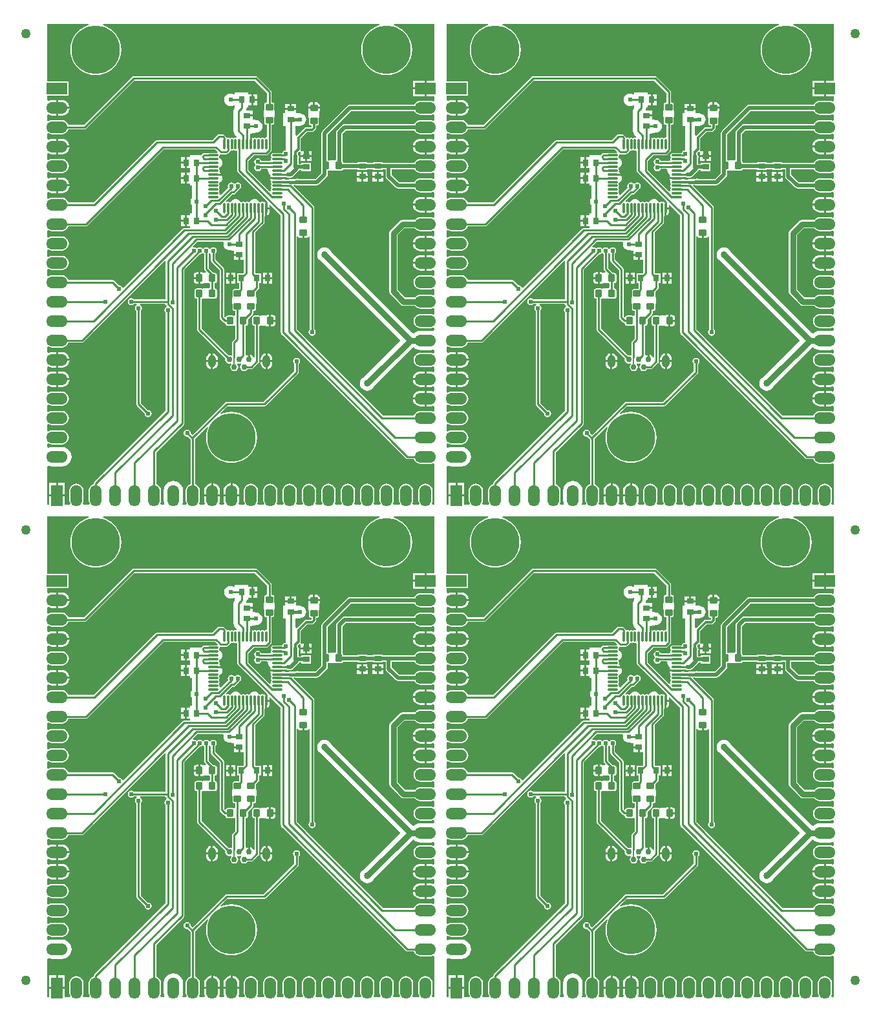
<source format=gtl>
G04 Layer_Physical_Order=1*
G04 Layer_Color=255*
%FSLAX25Y25*%
%MOIN*%
G70*
G01*
G75*
%ADD10C,0.05000*%
%ADD11R,0.03740X0.02953*%
%ADD12R,0.02953X0.03740*%
G04:AMPARAMS|DCode=13|XSize=39.37mil|YSize=35.43mil|CornerRadius=4.43mil|HoleSize=0mil|Usage=FLASHONLY|Rotation=90.000|XOffset=0mil|YOffset=0mil|HoleType=Round|Shape=RoundedRectangle|*
%AMROUNDEDRECTD13*
21,1,0.03937,0.02657,0,0,90.0*
21,1,0.03051,0.03543,0,0,90.0*
1,1,0.00886,0.01329,0.01526*
1,1,0.00886,0.01329,-0.01526*
1,1,0.00886,-0.01329,-0.01526*
1,1,0.00886,-0.01329,0.01526*
%
%ADD13ROUNDEDRECTD13*%
G04:AMPARAMS|DCode=14|XSize=39.37mil|YSize=35.43mil|CornerRadius=4.43mil|HoleSize=0mil|Usage=FLASHONLY|Rotation=180.000|XOffset=0mil|YOffset=0mil|HoleType=Round|Shape=RoundedRectangle|*
%AMROUNDEDRECTD14*
21,1,0.03937,0.02657,0,0,180.0*
21,1,0.03051,0.03543,0,0,180.0*
1,1,0.00886,-0.01526,0.01329*
1,1,0.00886,0.01526,0.01329*
1,1,0.00886,0.01526,-0.01329*
1,1,0.00886,-0.01526,-0.01329*
%
%ADD14ROUNDEDRECTD14*%
%ADD15O,0.01181X0.05512*%
%ADD16O,0.05512X0.01181*%
%ADD17C,0.02500*%
%ADD18C,0.01200*%
%ADD19C,0.02000*%
%ADD20C,0.01000*%
%ADD21C,0.00800*%
%ADD22C,0.01600*%
%ADD23C,0.03000*%
%ADD24C,0.25000*%
%ADD25R,0.11000X0.06000*%
%ADD26O,0.11000X0.06000*%
%ADD27R,0.06000X0.11000*%
%ADD28O,0.06000X0.11000*%
%ADD29C,0.02953*%
G04:AMPARAMS|DCode=30|XSize=39.37mil|YSize=62.99mil|CornerRadius=19.68mil|HoleSize=0mil|Usage=FLASHONLY|Rotation=0.000|XOffset=0mil|YOffset=0mil|HoleType=Round|Shape=RoundedRectangle|*
%AMROUNDEDRECTD30*
21,1,0.03937,0.02362,0,0,0.0*
21,1,0.00000,0.06299,0,0,0.0*
1,1,0.03937,0.00000,-0.01181*
1,1,0.03937,0.00000,-0.01181*
1,1,0.03937,0.00000,0.01181*
1,1,0.03937,0.00000,0.01181*
%
%ADD30ROUNDEDRECTD30*%
%ADD31C,0.02400*%
%ADD32C,0.03400*%
G36*
X408674Y475800D02*
X404700D01*
Y471800D01*
Y467800D01*
X408674D01*
Y465528D01*
X408074Y465127D01*
X407640Y465307D01*
X406700Y465431D01*
X401700D01*
X400760Y465307D01*
X399885Y464945D01*
X399132Y464368D01*
X398555Y463616D01*
X398479Y463431D01*
X365300D01*
X364676Y463307D01*
X364146Y462954D01*
X351046Y449854D01*
X350693Y449324D01*
X350569Y448700D01*
Y433972D01*
X350542Y433932D01*
X350462Y433526D01*
Y430474D01*
X350542Y430067D01*
X350569Y430028D01*
Y428176D01*
X347524Y425131D01*
X338998D01*
X338902Y425196D01*
X338200Y425335D01*
X337498Y425196D01*
X337096Y424927D01*
X334000D01*
X333454Y424819D01*
X333311Y424723D01*
X331951D01*
X331724Y425016D01*
X327735D01*
X324048D01*
X324072Y424895D01*
X324423Y424369D01*
X324606Y424247D01*
X324449Y424012D01*
X324356Y423547D01*
X324449Y423083D01*
X324495Y423014D01*
X324664Y422563D01*
X324495Y422112D01*
X324449Y422043D01*
X324356Y421579D01*
X324449Y421114D01*
X324712Y420720D01*
Y420469D01*
X324449Y420075D01*
X324356Y419610D01*
X324449Y419146D01*
X324488Y419087D01*
X324382Y418872D01*
X323655Y418753D01*
X312822Y429586D01*
Y434535D01*
X315665Y437379D01*
X322047D01*
X322047Y437378D01*
X322477Y437464D01*
X322840Y437707D01*
X324510Y439377D01*
X324753Y439741D01*
X324839Y440170D01*
X324839Y440170D01*
Y453108D01*
X325226D01*
X325633Y453189D01*
X325977Y453419D01*
X326208Y453764D01*
X326289Y454171D01*
Y456829D01*
X326243Y457059D01*
X326456Y457272D01*
Y460421D01*
X326243Y460634D01*
X326289Y460864D01*
Y463522D01*
X326208Y463929D01*
X325977Y464274D01*
X325633Y464504D01*
X325226Y464585D01*
X324821D01*
Y470000D01*
X324736Y470429D01*
X324493Y470793D01*
X324493Y470793D01*
X317493Y477793D01*
X317129Y478036D01*
X316700Y478122D01*
X316700Y478122D01*
X253700D01*
X253271Y478036D01*
X252907Y477793D01*
X252907Y477793D01*
X228035Y452922D01*
X220132D01*
X219845Y453616D01*
X219268Y454368D01*
X218515Y454945D01*
X217640Y455307D01*
X216700Y455431D01*
X211700D01*
X210760Y455307D01*
X209885Y454945D01*
X209764Y454852D01*
X209226Y455118D01*
Y457979D01*
X209826Y458247D01*
X210656Y457903D01*
X211700Y457765D01*
X213700D01*
Y461800D01*
Y465835D01*
X211700D01*
X210656Y465697D01*
X209826Y465353D01*
X209226Y465621D01*
Y468200D01*
X220300D01*
Y475400D01*
X209226D01*
Y504974D01*
X230388D01*
X230459Y504374D01*
X230139Y504297D01*
X228234Y503508D01*
X226476Y502431D01*
X224908Y501092D01*
X223569Y499524D01*
X222492Y497766D01*
X221703Y495861D01*
X221221Y493856D01*
X221059Y491800D01*
X221221Y489744D01*
X221703Y487739D01*
X222492Y485834D01*
X223569Y484076D01*
X224908Y482508D01*
X226476Y481169D01*
X228234Y480092D01*
X230139Y479303D01*
X232144Y478821D01*
X234200Y478659D01*
X236256Y478821D01*
X238261Y479303D01*
X240166Y480092D01*
X241924Y481169D01*
X243492Y482508D01*
X244831Y484076D01*
X245908Y485834D01*
X246697Y487739D01*
X247179Y489744D01*
X247340Y491800D01*
X247179Y493856D01*
X246697Y495861D01*
X245908Y497766D01*
X244831Y499524D01*
X243492Y501092D01*
X241924Y502431D01*
X240166Y503508D01*
X238261Y504297D01*
X237941Y504374D01*
X238012Y504974D01*
X380388D01*
X380459Y504374D01*
X380139Y504297D01*
X378234Y503508D01*
X376476Y502431D01*
X374908Y501092D01*
X373569Y499524D01*
X372492Y497766D01*
X371703Y495861D01*
X371221Y493856D01*
X371059Y491800D01*
X371221Y489744D01*
X371703Y487739D01*
X372492Y485834D01*
X373569Y484076D01*
X374908Y482508D01*
X376476Y481169D01*
X378234Y480092D01*
X380139Y479303D01*
X382144Y478821D01*
X384200Y478659D01*
X386256Y478821D01*
X388261Y479303D01*
X390166Y480092D01*
X391924Y481169D01*
X393492Y482508D01*
X394831Y484076D01*
X395908Y485834D01*
X396697Y487739D01*
X397179Y489744D01*
X397340Y491800D01*
X397179Y493856D01*
X396697Y495861D01*
X395908Y497766D01*
X394831Y499524D01*
X393492Y501092D01*
X391924Y502431D01*
X390166Y503508D01*
X388261Y504297D01*
X387941Y504374D01*
X388012Y504974D01*
X408674D01*
Y475800D01*
D02*
G37*
G36*
X202674D02*
X198700D01*
Y471800D01*
Y467800D01*
X202674D01*
Y465528D01*
X202074Y465127D01*
X201640Y465307D01*
X200700Y465431D01*
X195700D01*
X194760Y465307D01*
X193885Y464945D01*
X193132Y464368D01*
X192555Y463616D01*
X192479Y463431D01*
X159300D01*
X158676Y463307D01*
X158147Y462954D01*
X145046Y449854D01*
X144693Y449324D01*
X144569Y448700D01*
Y433972D01*
X144542Y433932D01*
X144462Y433526D01*
Y430474D01*
X144542Y430067D01*
X144569Y430028D01*
Y428176D01*
X141524Y425131D01*
X132998D01*
X132902Y425196D01*
X132200Y425335D01*
X131498Y425196D01*
X131096Y424927D01*
X128000D01*
X127454Y424819D01*
X127311Y424723D01*
X125951D01*
X125724Y425016D01*
X121735D01*
X118048D01*
X118072Y424895D01*
X118423Y424369D01*
X118606Y424247D01*
X118449Y424012D01*
X118356Y423547D01*
X118449Y423083D01*
X118495Y423014D01*
X118664Y422563D01*
X118495Y422112D01*
X118449Y422043D01*
X118356Y421579D01*
X118449Y421114D01*
X118712Y420720D01*
Y420469D01*
X118449Y420075D01*
X118356Y419610D01*
X118449Y419146D01*
X118488Y419087D01*
X118382Y418872D01*
X117655Y418753D01*
X106822Y429586D01*
Y434535D01*
X109665Y437379D01*
X116047D01*
X116048Y437378D01*
X116477Y437464D01*
X116841Y437707D01*
X118510Y439377D01*
X118754Y439741D01*
X118839Y440170D01*
X118839Y440170D01*
Y453108D01*
X119226D01*
X119632Y453189D01*
X119977Y453419D01*
X120208Y453764D01*
X120289Y454171D01*
Y456829D01*
X120243Y457059D01*
X120456Y457272D01*
Y460421D01*
X120243Y460634D01*
X120289Y460864D01*
Y463522D01*
X120208Y463929D01*
X119977Y464274D01*
X119632Y464504D01*
X119226Y464585D01*
X118822D01*
Y470000D01*
X118736Y470429D01*
X118493Y470793D01*
X118493Y470793D01*
X111493Y477793D01*
X111129Y478036D01*
X110700Y478122D01*
X110700Y478122D01*
X47700D01*
X47271Y478036D01*
X46907Y477793D01*
X46907Y477793D01*
X22035Y452922D01*
X14132D01*
X13845Y453616D01*
X13268Y454368D01*
X12516Y454945D01*
X11640Y455307D01*
X10700Y455431D01*
X5700D01*
X4760Y455307D01*
X3884Y454945D01*
X3764Y454852D01*
X3226Y455118D01*
Y457979D01*
X3826Y458247D01*
X4656Y457903D01*
X5700Y457765D01*
X7700D01*
Y461800D01*
Y465835D01*
X5700D01*
X4656Y465697D01*
X3826Y465353D01*
X3226Y465621D01*
Y468200D01*
X14300D01*
Y475400D01*
X3226D01*
Y504974D01*
X24388D01*
X24459Y504374D01*
X24139Y504297D01*
X22234Y503508D01*
X20476Y502431D01*
X18908Y501092D01*
X17569Y499524D01*
X16492Y497766D01*
X15703Y495861D01*
X15221Y493856D01*
X15059Y491800D01*
X15221Y489744D01*
X15703Y487739D01*
X16492Y485834D01*
X17569Y484076D01*
X18908Y482508D01*
X20476Y481169D01*
X22234Y480092D01*
X24139Y479303D01*
X26144Y478821D01*
X28200Y478659D01*
X30256Y478821D01*
X32261Y479303D01*
X34166Y480092D01*
X35924Y481169D01*
X37492Y482508D01*
X38831Y484076D01*
X39908Y485834D01*
X40697Y487739D01*
X41179Y489744D01*
X41341Y491800D01*
X41179Y493856D01*
X40697Y495861D01*
X39908Y497766D01*
X38831Y499524D01*
X37492Y501092D01*
X35924Y502431D01*
X34166Y503508D01*
X32261Y504297D01*
X31941Y504374D01*
X32012Y504974D01*
X174388D01*
X174459Y504374D01*
X174139Y504297D01*
X172234Y503508D01*
X170476Y502431D01*
X168908Y501092D01*
X167569Y499524D01*
X166492Y497766D01*
X165703Y495861D01*
X165221Y493856D01*
X165059Y491800D01*
X165221Y489744D01*
X165703Y487739D01*
X166492Y485834D01*
X167569Y484076D01*
X168908Y482508D01*
X170476Y481169D01*
X172234Y480092D01*
X174139Y479303D01*
X176144Y478821D01*
X178200Y478659D01*
X180256Y478821D01*
X182261Y479303D01*
X184166Y480092D01*
X185924Y481169D01*
X187492Y482508D01*
X188831Y484076D01*
X189908Y485834D01*
X190697Y487739D01*
X191179Y489744D01*
X191340Y491800D01*
X191179Y493856D01*
X190697Y495861D01*
X189908Y497766D01*
X188831Y499524D01*
X187492Y501092D01*
X185924Y502431D01*
X184166Y503508D01*
X182261Y504297D01*
X181941Y504374D01*
X182012Y504974D01*
X202674D01*
Y475800D01*
D02*
G37*
G36*
X398555Y459984D02*
X399132Y459233D01*
X399885Y458655D01*
X400760Y458293D01*
X401700Y458169D01*
X406700D01*
X407640Y458293D01*
X408074Y458473D01*
X408674Y458072D01*
Y455528D01*
X408074Y455127D01*
X407640Y455307D01*
X406700Y455431D01*
X401700D01*
X400760Y455307D01*
X399885Y454945D01*
X399132Y454368D01*
X398555Y453616D01*
X398479Y453431D01*
X362600D01*
X361976Y453307D01*
X361446Y452953D01*
X358546Y450054D01*
X358193Y449524D01*
X358069Y448900D01*
Y435234D01*
X357775Y434756D01*
X354625D01*
X354412Y434543D01*
X354182Y434589D01*
X353831D01*
Y448024D01*
X365976Y460169D01*
X398479D01*
X398555Y459984D01*
D02*
G37*
G36*
X192555D02*
X193132Y459233D01*
X193885Y458655D01*
X194760Y458293D01*
X195700Y458169D01*
X200700D01*
X201640Y458293D01*
X202074Y458473D01*
X202674Y458072D01*
Y455528D01*
X202074Y455127D01*
X201640Y455307D01*
X200700Y455431D01*
X195700D01*
X194760Y455307D01*
X193885Y454945D01*
X193132Y454368D01*
X192555Y453616D01*
X192479Y453431D01*
X156600D01*
X155976Y453307D01*
X155447Y452953D01*
X152547Y450054D01*
X152193Y449524D01*
X152069Y448900D01*
Y435234D01*
X151775Y434756D01*
X148625D01*
X148412Y434543D01*
X148182Y434589D01*
X147831D01*
Y448024D01*
X159976Y460169D01*
X192479D01*
X192555Y459984D01*
D02*
G37*
G36*
X322579Y469535D02*
Y464585D01*
X322174D01*
X321767Y464504D01*
X321423Y464274D01*
X321192Y463929D01*
X321111Y463522D01*
Y462357D01*
X321078Y462193D01*
X321111Y462029D01*
Y460864D01*
X321157Y460634D01*
X320944Y460421D01*
Y457272D01*
X321157Y457059D01*
X321111Y456829D01*
Y454171D01*
X321192Y453764D01*
X321423Y453419D01*
X321767Y453189D01*
X322174Y453108D01*
X322596D01*
Y446913D01*
X322027Y446415D01*
X321562Y446322D01*
X321493Y446276D01*
X321042Y446106D01*
X320592Y446276D01*
X320523Y446322D01*
X320058Y446415D01*
X319594Y446322D01*
X319525Y446276D01*
X319074Y446106D01*
X318623Y446276D01*
X318554Y446322D01*
X318090Y446415D01*
X317625Y446322D01*
X317556Y446276D01*
X317106Y446106D01*
X316655Y446276D01*
X316586Y446322D01*
X316121Y446415D01*
X315657Y446322D01*
X315421Y446165D01*
X315300Y446348D01*
X314773Y446699D01*
X314733Y446707D01*
Y448768D01*
X316070D01*
Y448768D01*
X316670Y449053D01*
X316944Y449017D01*
X317779Y449126D01*
X318558Y449449D01*
X319226Y449962D01*
X319739Y450630D01*
X320062Y451409D01*
X320172Y452244D01*
X320062Y453080D01*
X319739Y453858D01*
X319226Y454526D01*
X318558Y455039D01*
X317779Y455362D01*
X316944Y455472D01*
X316670Y455436D01*
X316070Y455721D01*
Y455721D01*
X315070D01*
Y457256D01*
X312200D01*
Y458256D01*
X315070D01*
Y460232D01*
X312077D01*
X311851Y460656D01*
X311812Y460832D01*
X311993Y461744D01*
Y462130D01*
X312920D01*
Y463130D01*
X314456D01*
Y466000D01*
Y468870D01*
X312920D01*
Y469870D01*
X305968D01*
Y469050D01*
X305368Y468754D01*
X305314Y468795D01*
X304535Y469118D01*
X303700Y469228D01*
X302865Y469118D01*
X302086Y468795D01*
X301418Y468282D01*
X300905Y467614D01*
X300582Y466835D01*
X300472Y466000D01*
X300582Y465165D01*
X300905Y464386D01*
X301418Y463718D01*
X302086Y463205D01*
X302865Y462882D01*
X303700Y462772D01*
X304535Y462882D01*
X305314Y463205D01*
X305368Y463246D01*
X305968Y462950D01*
Y462130D01*
X305968Y462130D01*
X305770Y461612D01*
X305345Y460976D01*
X305151Y460000D01*
Y450000D01*
X305345Y449025D01*
X305898Y448198D01*
X306941Y447155D01*
X306899Y446347D01*
X306874Y446326D01*
X306774Y446302D01*
X306743Y446322D01*
X306279Y446415D01*
X305814Y446322D01*
X305745Y446276D01*
X305294Y446106D01*
X304844Y446276D01*
X304775Y446322D01*
X304310Y446415D01*
X303846Y446322D01*
X303777Y446276D01*
X303326Y446106D01*
X302875Y446276D01*
X302806Y446322D01*
X302342Y446415D01*
X302080Y446363D01*
X301848Y446348D01*
X301414Y446734D01*
X301409Y446756D01*
X301166Y447120D01*
X301166Y447120D01*
X300493Y447793D01*
X300129Y448036D01*
X299700Y448122D01*
X299700Y448122D01*
X297700D01*
X297700Y448122D01*
X297271Y448036D01*
X296907Y447793D01*
X294335Y445222D01*
X265800D01*
X265800Y445222D01*
X265371Y445136D01*
X265007Y444893D01*
X265007Y444893D01*
X233035Y412922D01*
X220132D01*
X219845Y413616D01*
X219268Y414368D01*
X218515Y414945D01*
X217640Y415307D01*
X216700Y415431D01*
X211700D01*
X210760Y415307D01*
X209885Y414945D01*
X209764Y414852D01*
X209226Y415118D01*
Y417979D01*
X209826Y418247D01*
X210656Y417903D01*
X211700Y417766D01*
X213700D01*
Y421800D01*
Y425835D01*
X211700D01*
X210656Y425697D01*
X209826Y425353D01*
X209226Y425621D01*
Y428482D01*
X209764Y428748D01*
X209885Y428655D01*
X210760Y428293D01*
X211700Y428169D01*
X216700D01*
X217640Y428293D01*
X218515Y428655D01*
X219268Y429233D01*
X219845Y429985D01*
X220207Y430860D01*
X220331Y431800D01*
X220207Y432740D01*
X219845Y433615D01*
X219268Y434368D01*
X218515Y434945D01*
X217640Y435307D01*
X216700Y435431D01*
X211700D01*
X210760Y435307D01*
X209885Y434945D01*
X209764Y434852D01*
X209226Y435117D01*
Y437979D01*
X209826Y438247D01*
X210656Y437903D01*
X211700Y437766D01*
X213700D01*
Y441800D01*
Y445834D01*
X211700D01*
X210656Y445697D01*
X209826Y445353D01*
X209226Y445621D01*
Y448483D01*
X209764Y448748D01*
X209885Y448655D01*
X210760Y448293D01*
X211700Y448169D01*
X216700D01*
X217640Y448293D01*
X218515Y448655D01*
X219268Y449232D01*
X219845Y449985D01*
X220132Y450678D01*
X228500D01*
X228500Y450678D01*
X228929Y450764D01*
X229293Y451007D01*
X254165Y475878D01*
X316235D01*
X322579Y469535D01*
D02*
G37*
G36*
X116578D02*
Y464585D01*
X116174D01*
X115768Y464504D01*
X115422Y464274D01*
X115192Y463929D01*
X115111Y463522D01*
Y462357D01*
X115078Y462193D01*
X115111Y462029D01*
Y460864D01*
X115157Y460634D01*
X114944Y460421D01*
Y457272D01*
X115157Y457059D01*
X115111Y456829D01*
Y454171D01*
X115192Y453764D01*
X115422Y453419D01*
X115768Y453189D01*
X116174Y453108D01*
X116596D01*
Y446913D01*
X116027Y446415D01*
X115562Y446322D01*
X115493Y446276D01*
X115042Y446106D01*
X114592Y446276D01*
X114523Y446322D01*
X114058Y446415D01*
X113594Y446322D01*
X113525Y446276D01*
X113074Y446106D01*
X112623Y446276D01*
X112554Y446322D01*
X112090Y446415D01*
X111625Y446322D01*
X111556Y446276D01*
X111106Y446106D01*
X110655Y446276D01*
X110586Y446322D01*
X110121Y446415D01*
X109657Y446322D01*
X109421Y446165D01*
X109300Y446348D01*
X108773Y446699D01*
X108733Y446707D01*
Y448768D01*
X110070D01*
Y448768D01*
X110670Y449053D01*
X110944Y449017D01*
X111779Y449126D01*
X112558Y449449D01*
X113226Y449962D01*
X113739Y450630D01*
X114062Y451409D01*
X114172Y452244D01*
X114062Y453080D01*
X113739Y453858D01*
X113226Y454526D01*
X112558Y455039D01*
X111779Y455362D01*
X110944Y455472D01*
X110670Y455436D01*
X110070Y455721D01*
Y455721D01*
X109070D01*
Y457256D01*
X106200D01*
Y458256D01*
X109070D01*
Y460232D01*
X106077D01*
X105851Y460656D01*
X105812Y460832D01*
X105993Y461744D01*
Y462130D01*
X106921D01*
Y463130D01*
X108456D01*
Y466000D01*
Y468870D01*
X106921D01*
Y469870D01*
X99968D01*
Y469050D01*
X99368Y468754D01*
X99314Y468795D01*
X98535Y469118D01*
X97700Y469228D01*
X96865Y469118D01*
X96086Y468795D01*
X95418Y468282D01*
X94905Y467614D01*
X94582Y466835D01*
X94472Y466000D01*
X94582Y465165D01*
X94905Y464386D01*
X95418Y463718D01*
X96086Y463205D01*
X96865Y462882D01*
X97700Y462772D01*
X98535Y462882D01*
X99314Y463205D01*
X99368Y463246D01*
X99968Y462950D01*
Y462130D01*
X99968Y462130D01*
X99770Y461612D01*
X99345Y460976D01*
X99151Y460000D01*
Y450000D01*
X99345Y449025D01*
X99898Y448198D01*
X100941Y447155D01*
X100900Y446347D01*
X100874Y446326D01*
X100774Y446302D01*
X100743Y446322D01*
X100279Y446415D01*
X99814Y446322D01*
X99745Y446276D01*
X99295Y446106D01*
X98844Y446276D01*
X98775Y446322D01*
X98310Y446415D01*
X97846Y446322D01*
X97777Y446276D01*
X97326Y446106D01*
X96875Y446276D01*
X96806Y446322D01*
X96342Y446415D01*
X96080Y446363D01*
X95848Y446348D01*
X95414Y446734D01*
X95409Y446756D01*
X95166Y447120D01*
X95166Y447120D01*
X94493Y447793D01*
X94129Y448036D01*
X93700Y448122D01*
X93700Y448122D01*
X91700D01*
X91700Y448122D01*
X91271Y448036D01*
X90907Y447793D01*
X88335Y445222D01*
X59800D01*
X59800Y445222D01*
X59371Y445136D01*
X59007Y444893D01*
X59007Y444893D01*
X27035Y412922D01*
X14132D01*
X13845Y413616D01*
X13268Y414368D01*
X12516Y414945D01*
X11640Y415307D01*
X10700Y415431D01*
X5700D01*
X4760Y415307D01*
X3884Y414945D01*
X3764Y414852D01*
X3226Y415118D01*
Y417979D01*
X3826Y418247D01*
X4656Y417903D01*
X5700Y417766D01*
X7700D01*
Y421800D01*
Y425835D01*
X5700D01*
X4656Y425697D01*
X3826Y425353D01*
X3226Y425621D01*
Y428482D01*
X3764Y428748D01*
X3884Y428655D01*
X4760Y428293D01*
X5700Y428169D01*
X10700D01*
X11640Y428293D01*
X12516Y428655D01*
X13268Y429233D01*
X13845Y429985D01*
X14207Y430860D01*
X14331Y431800D01*
X14207Y432740D01*
X13845Y433615D01*
X13268Y434368D01*
X12516Y434945D01*
X11640Y435307D01*
X10700Y435431D01*
X5700D01*
X4760Y435307D01*
X3884Y434945D01*
X3764Y434852D01*
X3226Y435117D01*
Y437979D01*
X3826Y438247D01*
X4656Y437903D01*
X5700Y437766D01*
X7700D01*
Y441800D01*
Y445834D01*
X5700D01*
X4656Y445697D01*
X3826Y445353D01*
X3226Y445621D01*
Y448483D01*
X3764Y448748D01*
X3884Y448655D01*
X4760Y448293D01*
X5700Y448169D01*
X10700D01*
X11640Y448293D01*
X12516Y448655D01*
X13268Y449232D01*
X13845Y449985D01*
X14132Y450678D01*
X22500D01*
X22500Y450678D01*
X22929Y450764D01*
X23293Y451007D01*
X48165Y475878D01*
X110235D01*
X116578Y469535D01*
D02*
G37*
G36*
X398555Y449985D02*
X399132Y449232D01*
X399885Y448655D01*
X400760Y448293D01*
X401700Y448169D01*
X406700D01*
X407640Y448293D01*
X408074Y448473D01*
X408674Y448072D01*
Y445852D01*
X408175Y445518D01*
X407744Y445697D01*
X406700Y445834D01*
X404700D01*
Y441800D01*
Y437766D01*
X406700D01*
X407744Y437903D01*
X408175Y438082D01*
X408674Y437748D01*
Y435528D01*
X408074Y435127D01*
X407640Y435307D01*
X406700Y435431D01*
X401700D01*
X400760Y435307D01*
X399885Y434945D01*
X399132Y434368D01*
X398555Y433615D01*
X398479Y433431D01*
X382170D01*
Y433832D01*
X377230D01*
Y433431D01*
X374170D01*
Y433832D01*
X369230D01*
Y433431D01*
X361939D01*
Y433526D01*
X361858Y433932D01*
X361627Y434277D01*
X361331Y434475D01*
Y448224D01*
X363276Y450169D01*
X398479D01*
X398555Y449985D01*
D02*
G37*
G36*
X192555D02*
X193132Y449232D01*
X193885Y448655D01*
X194760Y448293D01*
X195700Y448169D01*
X200700D01*
X201640Y448293D01*
X202074Y448473D01*
X202674Y448072D01*
Y445852D01*
X202175Y445518D01*
X201744Y445697D01*
X200700Y445834D01*
X198700D01*
Y441800D01*
Y437766D01*
X200700D01*
X201744Y437903D01*
X202175Y438082D01*
X202674Y437748D01*
Y435528D01*
X202074Y435127D01*
X201640Y435307D01*
X200700Y435431D01*
X195700D01*
X194760Y435307D01*
X193885Y434945D01*
X193132Y434368D01*
X192555Y433615D01*
X192479Y433431D01*
X176170D01*
Y433832D01*
X171230D01*
Y433431D01*
X168170D01*
Y433832D01*
X163230D01*
Y433431D01*
X155938D01*
Y433526D01*
X155858Y433932D01*
X155627Y434277D01*
X155331Y434475D01*
Y448224D01*
X157276Y450169D01*
X192479D01*
X192555Y449985D01*
D02*
G37*
G36*
X305745Y439795D02*
X305814Y439749D01*
X306279Y439656D01*
X306526Y439705D01*
X307126Y439337D01*
Y429453D01*
X307126Y429453D01*
X307211Y429024D01*
X307454Y428660D01*
X321796Y414318D01*
X321599Y413666D01*
X321406Y413628D01*
X320880Y413277D01*
X320758Y413094D01*
X320523Y413251D01*
X320058Y413344D01*
X319594Y413251D01*
X319200Y412988D01*
X318948D01*
X318554Y413251D01*
X318452Y413272D01*
X318384Y413436D01*
X317969Y413977D01*
X317428Y414393D01*
X316797Y414654D01*
X316121Y414743D01*
X315445Y414654D01*
X314815Y414393D01*
X314274Y413977D01*
X313858Y413436D01*
X313790Y413272D01*
X313688Y413251D01*
X313294Y412988D01*
X313043D01*
X312649Y413251D01*
X312184Y413344D01*
X311720Y413251D01*
X311651Y413205D01*
X311200Y413036D01*
X310749Y413205D01*
X310680Y413251D01*
X310216Y413344D01*
X309751Y413251D01*
X309357Y412988D01*
X309106D01*
X308712Y413251D01*
X308610Y413272D01*
X308542Y413436D01*
X308126Y413977D01*
X307585Y414393D01*
X306955Y414654D01*
X306279Y414743D01*
X305603Y414654D01*
X304972Y414393D01*
X304431Y413977D01*
X304016Y413436D01*
X303948Y413272D01*
X303846Y413251D01*
X303452Y412988D01*
X303200D01*
X302806Y413251D01*
X302342Y413344D01*
X301877Y413251D01*
X301818Y413212D01*
X301603Y413318D01*
X301484Y414045D01*
X304569Y417131D01*
X305052D01*
X305052Y417131D01*
X305482Y417216D01*
X305846Y417459D01*
X308145Y419759D01*
X308146Y419759D01*
X308273Y419950D01*
X308650Y420202D01*
X309048Y420798D01*
X309188Y421500D01*
X309048Y422202D01*
X308650Y422798D01*
X308055Y423196D01*
X307352Y423335D01*
X306650Y423196D01*
X306055Y422798D01*
X306026Y422755D01*
X305426D01*
X305398Y422798D01*
X304802Y423196D01*
X304100Y423335D01*
X303397Y423196D01*
X302802Y422798D01*
X302404Y422202D01*
X302265Y421500D01*
X302404Y420798D01*
X302546Y420585D01*
X298802Y416840D01*
X298031Y416918D01*
X297905Y417108D01*
X297951Y417177D01*
X298044Y417642D01*
X297951Y418106D01*
X297688Y418500D01*
Y418752D01*
X297951Y419146D01*
X298044Y419610D01*
X297951Y420075D01*
X297688Y420469D01*
Y420720D01*
X297951Y421114D01*
X298044Y421579D01*
X297951Y422043D01*
X297905Y422112D01*
X297736Y422563D01*
X297905Y423014D01*
X297951Y423083D01*
X297972Y423185D01*
X298136Y423253D01*
X298677Y423668D01*
X299093Y424209D01*
X299354Y424839D01*
X299443Y425516D01*
X299354Y426192D01*
X299093Y426822D01*
X298677Y427363D01*
X298439Y427546D01*
X298328Y428105D01*
X297977Y428631D01*
X297794Y428753D01*
X297951Y428988D01*
X298044Y429453D01*
X297951Y429917D01*
X297688Y430311D01*
Y430563D01*
X297951Y430957D01*
X297972Y431059D01*
X298136Y431127D01*
X298677Y431542D01*
X299093Y432083D01*
X299354Y432714D01*
X299443Y433390D01*
X299354Y434066D01*
X299093Y434696D01*
X298677Y435237D01*
X298136Y435653D01*
X297972Y435721D01*
X297951Y435823D01*
X297905Y435892D01*
X297736Y436342D01*
X297905Y436793D01*
X297951Y436862D01*
X298044Y437327D01*
X298020Y437449D01*
X298038Y437486D01*
X298538Y437911D01*
X298700Y437879D01*
X301483D01*
X301483Y437878D01*
X301913Y437964D01*
X302276Y438207D01*
X303135Y439065D01*
X303135Y439065D01*
X303378Y439429D01*
X303846Y439749D01*
X304001Y439718D01*
X304310Y439656D01*
X304775Y439749D01*
X304844Y439795D01*
X305294Y439964D01*
X305745Y439795D01*
D02*
G37*
G36*
X99745D02*
X99814Y439749D01*
X100279Y439656D01*
X100526Y439705D01*
X101126Y439337D01*
Y429453D01*
X101126Y429453D01*
X101211Y429024D01*
X101454Y428660D01*
X115796Y414318D01*
X115599Y413666D01*
X115406Y413628D01*
X114880Y413277D01*
X114758Y413094D01*
X114523Y413251D01*
X114058Y413344D01*
X113594Y413251D01*
X113200Y412988D01*
X112948D01*
X112554Y413251D01*
X112452Y413272D01*
X112384Y413436D01*
X111969Y413977D01*
X111428Y414393D01*
X110798Y414654D01*
X110121Y414743D01*
X109445Y414654D01*
X108815Y414393D01*
X108274Y413977D01*
X107858Y413436D01*
X107790Y413272D01*
X107688Y413251D01*
X107294Y412988D01*
X107043D01*
X106649Y413251D01*
X106184Y413344D01*
X105720Y413251D01*
X105651Y413205D01*
X105200Y413036D01*
X104749Y413205D01*
X104680Y413251D01*
X104216Y413344D01*
X103751Y413251D01*
X103357Y412988D01*
X103106D01*
X102712Y413251D01*
X102610Y413272D01*
X102542Y413436D01*
X102126Y413977D01*
X101585Y414393D01*
X100955Y414654D01*
X100279Y414743D01*
X99603Y414654D01*
X98972Y414393D01*
X98431Y413977D01*
X98016Y413436D01*
X97948Y413272D01*
X97846Y413251D01*
X97452Y412988D01*
X97200D01*
X96806Y413251D01*
X96342Y413344D01*
X95877Y413251D01*
X95818Y413212D01*
X95603Y413318D01*
X95484Y414045D01*
X98569Y417131D01*
X99053D01*
X99053Y417131D01*
X99482Y417216D01*
X99846Y417459D01*
X102146Y419759D01*
X102146Y419759D01*
X102273Y419950D01*
X102650Y420202D01*
X103048Y420798D01*
X103188Y421500D01*
X103048Y422202D01*
X102650Y422798D01*
X102055Y423196D01*
X101353Y423335D01*
X100650Y423196D01*
X100055Y422798D01*
X100026Y422755D01*
X99426D01*
X99397Y422798D01*
X98802Y423196D01*
X98100Y423335D01*
X97398Y423196D01*
X96802Y422798D01*
X96404Y422202D01*
X96265Y421500D01*
X96404Y420798D01*
X96546Y420585D01*
X92802Y416840D01*
X92031Y416918D01*
X91905Y417108D01*
X91951Y417177D01*
X92044Y417642D01*
X91951Y418106D01*
X91688Y418500D01*
Y418752D01*
X91951Y419146D01*
X92044Y419610D01*
X91951Y420075D01*
X91688Y420469D01*
Y420720D01*
X91951Y421114D01*
X92044Y421579D01*
X91951Y422043D01*
X91905Y422112D01*
X91736Y422563D01*
X91905Y423014D01*
X91951Y423083D01*
X91972Y423185D01*
X92136Y423253D01*
X92677Y423668D01*
X93093Y424209D01*
X93354Y424839D01*
X93443Y425516D01*
X93354Y426192D01*
X93093Y426822D01*
X92677Y427363D01*
X92439Y427546D01*
X92328Y428105D01*
X91977Y428631D01*
X91794Y428753D01*
X91951Y428988D01*
X92044Y429453D01*
X91951Y429917D01*
X91688Y430311D01*
Y430563D01*
X91951Y430957D01*
X91972Y431059D01*
X92136Y431127D01*
X92677Y431542D01*
X93093Y432083D01*
X93354Y432714D01*
X93443Y433390D01*
X93354Y434066D01*
X93093Y434696D01*
X92677Y435237D01*
X92136Y435653D01*
X91972Y435721D01*
X91951Y435823D01*
X91905Y435892D01*
X91736Y436342D01*
X91905Y436793D01*
X91951Y436862D01*
X92044Y437327D01*
X92020Y437449D01*
X92038Y437486D01*
X92538Y437911D01*
X92700Y437879D01*
X95483D01*
X95483Y437878D01*
X95913Y437964D01*
X96276Y438207D01*
X97135Y439065D01*
X97135Y439065D01*
X97378Y439429D01*
X97846Y439749D01*
X98001Y439718D01*
X98310Y439656D01*
X98775Y439749D01*
X98844Y439795D01*
X99295Y439964D01*
X99745Y439795D01*
D02*
G37*
G36*
X383669Y426500D02*
X383793Y425876D01*
X384146Y425347D01*
X388846Y420646D01*
X389376Y420293D01*
X390000Y420169D01*
X398479D01*
X398555Y419984D01*
X399132Y419233D01*
X399885Y418655D01*
X400760Y418293D01*
X401700Y418169D01*
X406700D01*
X407640Y418293D01*
X408074Y418473D01*
X408674Y418072D01*
Y415852D01*
X408175Y415519D01*
X407744Y415697D01*
X406700Y415835D01*
X404700D01*
Y411800D01*
Y407765D01*
X406700D01*
X407744Y407903D01*
X408175Y408081D01*
X408674Y407748D01*
Y405528D01*
X408074Y405127D01*
X407640Y405307D01*
X406700Y405431D01*
X401700D01*
X400760Y405307D01*
X399885Y404945D01*
X399132Y404368D01*
X398805Y403941D01*
X392333D01*
X391514Y403778D01*
X390819Y403314D01*
X386186Y398681D01*
X385722Y397986D01*
X385559Y397167D01*
Y367000D01*
X385722Y366181D01*
X386186Y365486D01*
X391386Y360286D01*
X392081Y359822D01*
X392900Y359659D01*
X398805D01*
X399132Y359232D01*
X399885Y358655D01*
X400760Y358293D01*
X401700Y358169D01*
X406700D01*
X407640Y358293D01*
X408074Y358473D01*
X408674Y358072D01*
Y355528D01*
X408074Y355127D01*
X407640Y355307D01*
X406700Y355431D01*
X401700D01*
X400760Y355307D01*
X399885Y354945D01*
X399132Y354368D01*
X398555Y353615D01*
X398193Y352740D01*
X398069Y351800D01*
X398193Y350860D01*
X398555Y349985D01*
X399132Y349233D01*
X399885Y348655D01*
X400760Y348293D01*
X401700Y348169D01*
X406700D01*
X407640Y348293D01*
X408074Y348473D01*
X408674Y348072D01*
Y346934D01*
X408175Y346601D01*
X408005Y346671D01*
X406700Y346843D01*
X401700D01*
X400395Y346671D01*
X399178Y346167D01*
X398134Y345366D01*
X397602Y345590D01*
X355506Y387686D01*
X355432Y387866D01*
X354839Y388639D01*
X354066Y389232D01*
X353166Y389605D01*
X352200Y389732D01*
X351234Y389605D01*
X350334Y389232D01*
X349561Y388639D01*
X348968Y387866D01*
X348595Y386966D01*
X348468Y386000D01*
X348595Y385034D01*
X348968Y384134D01*
X349561Y383361D01*
X350334Y382768D01*
X350514Y382694D01*
X391407Y341800D01*
X372514Y322906D01*
X372334Y322832D01*
X371561Y322239D01*
X370968Y321466D01*
X370595Y320566D01*
X370468Y319600D01*
X370595Y318634D01*
X370968Y317734D01*
X371561Y316961D01*
X372334Y316368D01*
X373234Y315995D01*
X374200Y315868D01*
X375166Y315995D01*
X376066Y316368D01*
X376839Y316961D01*
X377432Y317734D01*
X377506Y317914D01*
X397602Y338010D01*
X398134Y338234D01*
X399178Y337433D01*
X400395Y336929D01*
X401700Y336757D01*
X406700D01*
X408005Y336929D01*
X408175Y336999D01*
X408674Y336666D01*
Y335528D01*
X408074Y335127D01*
X407640Y335307D01*
X406700Y335431D01*
X401700D01*
X400760Y335307D01*
X399885Y334945D01*
X399132Y334368D01*
X398555Y333615D01*
X398193Y332740D01*
X398069Y331800D01*
X398193Y330860D01*
X398555Y329984D01*
X399132Y329233D01*
X399885Y328655D01*
X400760Y328293D01*
X401700Y328169D01*
X406700D01*
X407640Y328293D01*
X408074Y328473D01*
X408674Y328072D01*
Y325852D01*
X408175Y325518D01*
X407744Y325697D01*
X406700Y325834D01*
X404700D01*
Y321800D01*
Y317765D01*
X406700D01*
X407744Y317903D01*
X408175Y318081D01*
X408674Y317748D01*
Y315852D01*
X408175Y315518D01*
X407744Y315697D01*
X406700Y315834D01*
X404700D01*
Y311800D01*
Y307766D01*
X406700D01*
X407744Y307903D01*
X408175Y308082D01*
X408674Y307748D01*
Y305528D01*
X408074Y305127D01*
X407640Y305307D01*
X406700Y305431D01*
X401700D01*
X400760Y305307D01*
X399885Y304945D01*
X399132Y304368D01*
X398555Y303615D01*
X398268Y302922D01*
X382365D01*
X337822Y347465D01*
Y395267D01*
X338422Y395449D01*
X338634Y395131D01*
X339111Y394812D01*
X339674Y394700D01*
X340700D01*
Y397500D01*
X341700D01*
Y394700D01*
X342726D01*
X343289Y394812D01*
X343766Y395131D01*
X343979Y395449D01*
X344579Y395267D01*
Y347415D01*
X344402Y347298D01*
X344004Y346702D01*
X343865Y346000D01*
X344004Y345298D01*
X344402Y344702D01*
X344998Y344304D01*
X345700Y344165D01*
X346402Y344304D01*
X346998Y344702D01*
X347396Y345298D01*
X347535Y346000D01*
X347396Y346702D01*
X346998Y347298D01*
X346821Y347415D01*
Y410500D01*
X346736Y410929D01*
X346493Y411293D01*
X346493Y411293D01*
X336268Y421518D01*
X336497Y422073D01*
X337096D01*
X337498Y421804D01*
X338200Y421665D01*
X338902Y421804D01*
X338998Y421869D01*
X348200D01*
X348824Y421993D01*
X349354Y422346D01*
X353354Y426346D01*
X353707Y426876D01*
X353831Y427500D01*
Y429411D01*
X354182D01*
X354412Y429457D01*
X354625Y429244D01*
X357775D01*
X357988Y429457D01*
X358218Y429411D01*
X360875D01*
X361282Y429492D01*
X361627Y429722D01*
X361858Y430067D01*
X361878Y430169D01*
X369230D01*
Y429679D01*
X374170D01*
Y430169D01*
X377230D01*
Y429679D01*
X382170D01*
Y430169D01*
X383669D01*
Y426500D01*
D02*
G37*
G36*
X177669D02*
X177793Y425876D01*
X178147Y425347D01*
X182846Y420646D01*
X183376Y420293D01*
X184000Y420169D01*
X192479D01*
X192555Y419984D01*
X193132Y419233D01*
X193885Y418655D01*
X194760Y418293D01*
X195700Y418169D01*
X200700D01*
X201640Y418293D01*
X202074Y418473D01*
X202674Y418072D01*
Y415852D01*
X202175Y415519D01*
X201744Y415697D01*
X200700Y415835D01*
X198700D01*
Y411800D01*
Y407765D01*
X200700D01*
X201744Y407903D01*
X202175Y408081D01*
X202674Y407748D01*
Y405528D01*
X202074Y405127D01*
X201640Y405307D01*
X200700Y405431D01*
X195700D01*
X194760Y405307D01*
X193885Y404945D01*
X193132Y404368D01*
X192805Y403941D01*
X186333D01*
X185514Y403778D01*
X184819Y403314D01*
X180186Y398681D01*
X179722Y397986D01*
X179559Y397167D01*
Y367000D01*
X179722Y366181D01*
X180186Y365486D01*
X185386Y360286D01*
X186081Y359822D01*
X186900Y359659D01*
X192805D01*
X193132Y359232D01*
X193885Y358655D01*
X194760Y358293D01*
X195700Y358169D01*
X200700D01*
X201640Y358293D01*
X202074Y358473D01*
X202674Y358072D01*
Y355528D01*
X202074Y355127D01*
X201640Y355307D01*
X200700Y355431D01*
X195700D01*
X194760Y355307D01*
X193885Y354945D01*
X193132Y354368D01*
X192555Y353615D01*
X192193Y352740D01*
X192069Y351800D01*
X192193Y350860D01*
X192555Y349985D01*
X193132Y349233D01*
X193885Y348655D01*
X194760Y348293D01*
X195700Y348169D01*
X200700D01*
X201640Y348293D01*
X202074Y348473D01*
X202674Y348072D01*
Y346934D01*
X202175Y346601D01*
X202005Y346671D01*
X200700Y346843D01*
X195700D01*
X194395Y346671D01*
X193178Y346167D01*
X192134Y345366D01*
X191602Y345590D01*
X149506Y387686D01*
X149432Y387866D01*
X148839Y388639D01*
X148066Y389232D01*
X147166Y389605D01*
X146200Y389732D01*
X145234Y389605D01*
X144334Y389232D01*
X143561Y388639D01*
X142968Y387866D01*
X142595Y386966D01*
X142468Y386000D01*
X142595Y385034D01*
X142968Y384134D01*
X143561Y383361D01*
X144334Y382768D01*
X144514Y382694D01*
X185407Y341800D01*
X166514Y322906D01*
X166334Y322832D01*
X165561Y322239D01*
X164968Y321466D01*
X164595Y320566D01*
X164468Y319600D01*
X164595Y318634D01*
X164968Y317734D01*
X165561Y316961D01*
X166334Y316368D01*
X167234Y315995D01*
X168200Y315868D01*
X169166Y315995D01*
X170066Y316368D01*
X170839Y316961D01*
X171432Y317734D01*
X171507Y317914D01*
X191602Y338010D01*
X192134Y338234D01*
X193178Y337433D01*
X194395Y336929D01*
X195700Y336757D01*
X200700D01*
X202005Y336929D01*
X202175Y336999D01*
X202674Y336666D01*
Y335528D01*
X202074Y335127D01*
X201640Y335307D01*
X200700Y335431D01*
X195700D01*
X194760Y335307D01*
X193885Y334945D01*
X193132Y334368D01*
X192555Y333615D01*
X192193Y332740D01*
X192069Y331800D01*
X192193Y330860D01*
X192555Y329984D01*
X193132Y329233D01*
X193885Y328655D01*
X194760Y328293D01*
X195700Y328169D01*
X200700D01*
X201640Y328293D01*
X202074Y328473D01*
X202674Y328072D01*
Y325852D01*
X202175Y325518D01*
X201744Y325697D01*
X200700Y325834D01*
X198700D01*
Y321800D01*
Y317765D01*
X200700D01*
X201744Y317903D01*
X202175Y318081D01*
X202674Y317748D01*
Y315852D01*
X202175Y315518D01*
X201744Y315697D01*
X200700Y315834D01*
X198700D01*
Y311800D01*
Y307766D01*
X200700D01*
X201744Y307903D01*
X202175Y308082D01*
X202674Y307748D01*
Y305528D01*
X202074Y305127D01*
X201640Y305307D01*
X200700Y305431D01*
X195700D01*
X194760Y305307D01*
X193885Y304945D01*
X193132Y304368D01*
X192555Y303615D01*
X192268Y302922D01*
X176365D01*
X131822Y347465D01*
Y395267D01*
X132422Y395449D01*
X132634Y395131D01*
X133111Y394812D01*
X133674Y394700D01*
X134700D01*
Y397500D01*
X135700D01*
Y394700D01*
X136726D01*
X137289Y394812D01*
X137766Y395131D01*
X137978Y395449D01*
X138578Y395267D01*
Y347415D01*
X138402Y347298D01*
X138004Y346702D01*
X137865Y346000D01*
X138004Y345298D01*
X138402Y344702D01*
X138998Y344304D01*
X139700Y344165D01*
X140402Y344304D01*
X140998Y344702D01*
X141396Y345298D01*
X141535Y346000D01*
X141396Y346702D01*
X140998Y347298D01*
X140822Y347415D01*
Y410500D01*
X140736Y410929D01*
X140493Y411293D01*
X140493Y411293D01*
X130268Y421518D01*
X130498Y422073D01*
X131096D01*
X131498Y421804D01*
X132200Y421665D01*
X132902Y421804D01*
X132998Y421869D01*
X142200D01*
X142824Y421993D01*
X143353Y422346D01*
X147353Y426346D01*
X147707Y426876D01*
X147831Y427500D01*
Y429411D01*
X148182D01*
X148412Y429457D01*
X148625Y429244D01*
X151775D01*
X151988Y429457D01*
X152218Y429411D01*
X154875D01*
X155282Y429492D01*
X155627Y429722D01*
X155858Y430067D01*
X155878Y430169D01*
X163230D01*
Y429679D01*
X168170D01*
Y430169D01*
X171230D01*
Y429679D01*
X176170D01*
Y430169D01*
X177669D01*
Y426500D01*
D02*
G37*
G36*
X398555Y429985D02*
X399132Y429233D01*
X399885Y428655D01*
X400760Y428293D01*
X401700Y428169D01*
X406700D01*
X407640Y428293D01*
X408074Y428473D01*
X408674Y428072D01*
Y425528D01*
X408074Y425127D01*
X407640Y425307D01*
X406700Y425431D01*
X401700D01*
X400760Y425307D01*
X399885Y424945D01*
X399132Y424368D01*
X398555Y423616D01*
X398479Y423431D01*
X390676D01*
X386931Y427176D01*
Y430169D01*
X398479D01*
X398555Y429985D01*
D02*
G37*
G36*
X192555D02*
X193132Y429233D01*
X193885Y428655D01*
X194760Y428293D01*
X195700Y428169D01*
X200700D01*
X201640Y428293D01*
X202074Y428473D01*
X202674Y428072D01*
Y425528D01*
X202074Y425127D01*
X201640Y425307D01*
X200700Y425431D01*
X195700D01*
X194760Y425307D01*
X193885Y424945D01*
X193132Y424368D01*
X192555Y423616D01*
X192479Y423431D01*
X184676D01*
X180931Y427176D01*
Y430169D01*
X192479D01*
X192555Y429985D01*
D02*
G37*
G36*
X296994Y439120D02*
X296901Y438792D01*
X296725Y438541D01*
X292499D01*
X292035Y438448D01*
X290027D01*
X289598Y438363D01*
X289234Y438120D01*
X289234Y438120D01*
X288807Y437693D01*
X288591Y437370D01*
X282724D01*
Y436370D01*
X281188D01*
Y433500D01*
Y430630D01*
X282724D01*
Y429965D01*
X282724Y429630D01*
X282724D01*
X282735Y429370D01*
X282735D01*
Y428370D01*
X281200D01*
Y425500D01*
Y422630D01*
X282735D01*
Y421630D01*
X283663D01*
Y415450D01*
X283405Y415114D01*
X283082Y414335D01*
X282972Y413500D01*
X283082Y412665D01*
X283405Y411886D01*
X283651Y411565D01*
Y407370D01*
X282724D01*
Y406370D01*
X281188D01*
Y403500D01*
Y400630D01*
X282724D01*
Y399822D01*
X279900D01*
X279900Y399822D01*
X279471Y399736D01*
X279107Y399493D01*
X279107Y399493D01*
X248559Y368945D01*
X247907Y369142D01*
X247896Y369202D01*
X247498Y369798D01*
X246902Y370196D01*
X246200Y370335D01*
X245992Y370294D01*
X243693Y372593D01*
X243329Y372836D01*
X242900Y372922D01*
X242900Y372922D01*
X220132D01*
X219845Y373616D01*
X219268Y374368D01*
X218515Y374945D01*
X217640Y375307D01*
X216700Y375431D01*
X211700D01*
X210760Y375307D01*
X209885Y374945D01*
X209764Y374852D01*
X209226Y375117D01*
Y378483D01*
X209764Y378748D01*
X209885Y378655D01*
X210760Y378293D01*
X211700Y378169D01*
X216700D01*
X217640Y378293D01*
X218515Y378655D01*
X219268Y379233D01*
X219845Y379984D01*
X220207Y380860D01*
X220331Y381800D01*
X220207Y382740D01*
X219845Y383615D01*
X219268Y384368D01*
X218515Y384945D01*
X217640Y385307D01*
X216700Y385431D01*
X211700D01*
X210760Y385307D01*
X209885Y384945D01*
X209764Y384852D01*
X209226Y385118D01*
Y388482D01*
X209764Y388748D01*
X209885Y388655D01*
X210760Y388293D01*
X211700Y388169D01*
X216700D01*
X217640Y388293D01*
X218515Y388655D01*
X219268Y389232D01*
X219845Y389984D01*
X220207Y390860D01*
X220331Y391800D01*
X220207Y392740D01*
X219845Y393616D01*
X219268Y394368D01*
X218515Y394945D01*
X217640Y395307D01*
X216700Y395431D01*
X211700D01*
X210760Y395307D01*
X209885Y394945D01*
X209764Y394852D01*
X209226Y395117D01*
Y398482D01*
X209764Y398748D01*
X209885Y398655D01*
X210760Y398293D01*
X211700Y398169D01*
X216700D01*
X217640Y398293D01*
X218515Y398655D01*
X219268Y399233D01*
X219845Y399985D01*
X220132Y400678D01*
X229000D01*
X229000Y400678D01*
X229429Y400764D01*
X229793Y401007D01*
X269165Y440379D01*
X295735D01*
X296994Y439120D01*
D02*
G37*
G36*
X90994D02*
X90901Y438792D01*
X90725Y438541D01*
X86499D01*
X86035Y438448D01*
X84027D01*
X83598Y438363D01*
X83234Y438120D01*
X83234Y438120D01*
X82807Y437693D01*
X82591Y437370D01*
X76724D01*
Y436370D01*
X75188D01*
Y433500D01*
Y430630D01*
X76724D01*
Y429965D01*
X76724Y429630D01*
X76724D01*
X76735Y429370D01*
X76735D01*
Y428370D01*
X75200D01*
Y425500D01*
Y422630D01*
X76735D01*
Y421630D01*
X77663D01*
Y415450D01*
X77405Y415114D01*
X77082Y414335D01*
X76972Y413500D01*
X77082Y412665D01*
X77405Y411886D01*
X77651Y411565D01*
Y407370D01*
X76724D01*
Y406370D01*
X75188D01*
Y403500D01*
Y400630D01*
X76724D01*
Y399822D01*
X73900D01*
X73900Y399822D01*
X73471Y399736D01*
X73107Y399493D01*
X73107Y399493D01*
X42559Y368945D01*
X41908Y369142D01*
X41896Y369202D01*
X41498Y369798D01*
X40902Y370196D01*
X40200Y370335D01*
X39992Y370294D01*
X37693Y372593D01*
X37329Y372836D01*
X36900Y372922D01*
X36900Y372922D01*
X14132D01*
X13845Y373616D01*
X13268Y374368D01*
X12516Y374945D01*
X11640Y375307D01*
X10700Y375431D01*
X5700D01*
X4760Y375307D01*
X3884Y374945D01*
X3764Y374852D01*
X3226Y375117D01*
Y378483D01*
X3764Y378748D01*
X3884Y378655D01*
X4760Y378293D01*
X5700Y378169D01*
X10700D01*
X11640Y378293D01*
X12516Y378655D01*
X13268Y379233D01*
X13845Y379984D01*
X14207Y380860D01*
X14331Y381800D01*
X14207Y382740D01*
X13845Y383615D01*
X13268Y384368D01*
X12516Y384945D01*
X11640Y385307D01*
X10700Y385431D01*
X5700D01*
X4760Y385307D01*
X3884Y384945D01*
X3764Y384852D01*
X3226Y385118D01*
Y388482D01*
X3764Y388748D01*
X3884Y388655D01*
X4760Y388293D01*
X5700Y388169D01*
X10700D01*
X11640Y388293D01*
X12516Y388655D01*
X13268Y389232D01*
X13845Y389984D01*
X14207Y390860D01*
X14331Y391800D01*
X14207Y392740D01*
X13845Y393616D01*
X13268Y394368D01*
X12516Y394945D01*
X11640Y395307D01*
X10700Y395431D01*
X5700D01*
X4760Y395307D01*
X3884Y394945D01*
X3764Y394852D01*
X3226Y395117D01*
Y398482D01*
X3764Y398748D01*
X3884Y398655D01*
X4760Y398293D01*
X5700Y398169D01*
X10700D01*
X11640Y398293D01*
X12516Y398655D01*
X13268Y399233D01*
X13845Y399985D01*
X14132Y400678D01*
X23000D01*
X23000Y400678D01*
X23429Y400764D01*
X23793Y401007D01*
X63165Y440379D01*
X89735D01*
X90994Y439120D01*
D02*
G37*
G36*
X399132Y399233D02*
X399885Y398655D01*
X400760Y398293D01*
X401700Y398169D01*
X406700D01*
X407640Y398293D01*
X408074Y398473D01*
X408674Y398072D01*
Y395852D01*
X408175Y395518D01*
X407744Y395697D01*
X406700Y395834D01*
X404700D01*
Y391800D01*
Y387766D01*
X406700D01*
X407744Y387903D01*
X408175Y388082D01*
X408674Y387748D01*
Y385852D01*
X408175Y385519D01*
X407744Y385697D01*
X406700Y385835D01*
X404700D01*
Y381800D01*
Y377765D01*
X406700D01*
X407744Y377903D01*
X408175Y378081D01*
X408674Y377748D01*
Y375528D01*
X408074Y375127D01*
X407640Y375307D01*
X406700Y375431D01*
X401700D01*
X400760Y375307D01*
X399885Y374945D01*
X399132Y374368D01*
X398555Y373616D01*
X398193Y372740D01*
X398069Y371800D01*
X398193Y370860D01*
X398555Y369985D01*
X399132Y369233D01*
X399885Y368655D01*
X400760Y368293D01*
X401700Y368169D01*
X406700D01*
X407640Y368293D01*
X408074Y368473D01*
X408674Y368072D01*
Y365528D01*
X408074Y365127D01*
X407640Y365307D01*
X406700Y365431D01*
X401700D01*
X400760Y365307D01*
X399885Y364945D01*
X399132Y364368D01*
X398805Y363941D01*
X393787D01*
X389841Y367887D01*
Y396280D01*
X393220Y399659D01*
X398805D01*
X399132Y399233D01*
D02*
G37*
G36*
X193132D02*
X193885Y398655D01*
X194760Y398293D01*
X195700Y398169D01*
X200700D01*
X201640Y398293D01*
X202074Y398473D01*
X202674Y398072D01*
Y395852D01*
X202175Y395518D01*
X201744Y395697D01*
X200700Y395834D01*
X198700D01*
Y391800D01*
Y387766D01*
X200700D01*
X201744Y387903D01*
X202175Y388082D01*
X202674Y387748D01*
Y385852D01*
X202175Y385519D01*
X201744Y385697D01*
X200700Y385835D01*
X198700D01*
Y381800D01*
Y377765D01*
X200700D01*
X201744Y377903D01*
X202175Y378081D01*
X202674Y377748D01*
Y375528D01*
X202074Y375127D01*
X201640Y375307D01*
X200700Y375431D01*
X195700D01*
X194760Y375307D01*
X193885Y374945D01*
X193132Y374368D01*
X192555Y373616D01*
X192193Y372740D01*
X192069Y371800D01*
X192193Y370860D01*
X192555Y369985D01*
X193132Y369233D01*
X193885Y368655D01*
X194760Y368293D01*
X195700Y368169D01*
X200700D01*
X201640Y368293D01*
X202074Y368473D01*
X202674Y368072D01*
Y365528D01*
X202074Y365127D01*
X201640Y365307D01*
X200700Y365431D01*
X195700D01*
X194760Y365307D01*
X193885Y364945D01*
X193132Y364368D01*
X192805Y363941D01*
X187787D01*
X183841Y367887D01*
Y396280D01*
X187220Y399659D01*
X192805D01*
X193132Y399233D01*
D02*
G37*
G36*
X329578Y406535D02*
Y346000D01*
X329578Y346000D01*
X329664Y345571D01*
X329907Y345207D01*
X394107Y281007D01*
X394471Y280764D01*
X394900Y280679D01*
X394900Y280679D01*
X398268D01*
X398555Y279984D01*
X399132Y279233D01*
X399885Y278655D01*
X400760Y278293D01*
X401700Y278169D01*
X406700D01*
X407640Y278293D01*
X408074Y278473D01*
X408674Y278072D01*
Y257026D01*
X407670D01*
X407403Y257626D01*
X407707Y258360D01*
X407831Y259300D01*
Y264300D01*
X407707Y265240D01*
X407345Y266115D01*
X406768Y266868D01*
X406015Y267445D01*
X405140Y267807D01*
X404200Y267931D01*
X403260Y267807D01*
X402385Y267445D01*
X401632Y266868D01*
X401055Y266115D01*
X400693Y265240D01*
X400569Y264300D01*
Y259300D01*
X400693Y258360D01*
X400997Y257626D01*
X400730Y257026D01*
X397670D01*
X397403Y257626D01*
X397707Y258360D01*
X397831Y259300D01*
Y264300D01*
X397707Y265240D01*
X397345Y266115D01*
X396767Y266868D01*
X396016Y267445D01*
X395140Y267807D01*
X394200Y267931D01*
X393260Y267807D01*
X392385Y267445D01*
X391633Y266868D01*
X391055Y266115D01*
X390693Y265240D01*
X390569Y264300D01*
Y259300D01*
X390693Y258360D01*
X390997Y257626D01*
X390730Y257026D01*
X387670D01*
X387403Y257626D01*
X387707Y258360D01*
X387831Y259300D01*
Y264300D01*
X387707Y265240D01*
X387345Y266115D01*
X386768Y266868D01*
X386016Y267445D01*
X385140Y267807D01*
X384200Y267931D01*
X383260Y267807D01*
X382384Y267445D01*
X381632Y266868D01*
X381055Y266115D01*
X380693Y265240D01*
X380569Y264300D01*
Y259300D01*
X380693Y258360D01*
X380997Y257626D01*
X380730Y257026D01*
X377670D01*
X377403Y257626D01*
X377707Y258360D01*
X377831Y259300D01*
Y264300D01*
X377707Y265240D01*
X377345Y266115D01*
X376767Y266868D01*
X376015Y267445D01*
X375140Y267807D01*
X374200Y267931D01*
X373260Y267807D01*
X372385Y267445D01*
X371633Y266868D01*
X371055Y266115D01*
X370693Y265240D01*
X370569Y264300D01*
Y259300D01*
X370693Y258360D01*
X370997Y257626D01*
X370730Y257026D01*
X367670D01*
X367403Y257626D01*
X367707Y258360D01*
X367831Y259300D01*
Y264300D01*
X367707Y265240D01*
X367345Y266115D01*
X366768Y266868D01*
X366016Y267445D01*
X365140Y267807D01*
X364200Y267931D01*
X363260Y267807D01*
X362385Y267445D01*
X361632Y266868D01*
X361055Y266115D01*
X360693Y265240D01*
X360569Y264300D01*
Y259300D01*
X360693Y258360D01*
X360997Y257626D01*
X360730Y257026D01*
X357670D01*
X357403Y257626D01*
X357707Y258360D01*
X357831Y259300D01*
Y264300D01*
X357707Y265240D01*
X357345Y266115D01*
X356768Y266868D01*
X356015Y267445D01*
X355140Y267807D01*
X354200Y267931D01*
X353260Y267807D01*
X352384Y267445D01*
X351632Y266868D01*
X351055Y266115D01*
X350693Y265240D01*
X350569Y264300D01*
Y259300D01*
X350693Y258360D01*
X350997Y257626D01*
X350730Y257026D01*
X347670D01*
X347403Y257626D01*
X347707Y258360D01*
X347831Y259300D01*
Y264300D01*
X347707Y265240D01*
X347345Y266115D01*
X346767Y266868D01*
X346016Y267445D01*
X345140Y267807D01*
X344200Y267931D01*
X343260Y267807D01*
X342385Y267445D01*
X341633Y266868D01*
X341055Y266115D01*
X340693Y265240D01*
X340569Y264300D01*
Y259300D01*
X340693Y258360D01*
X340997Y257626D01*
X340730Y257026D01*
X337670D01*
X337403Y257626D01*
X337707Y258360D01*
X337831Y259300D01*
Y264300D01*
X337707Y265240D01*
X337345Y266115D01*
X336768Y266868D01*
X336016Y267445D01*
X335140Y267807D01*
X334200Y267931D01*
X333260Y267807D01*
X332384Y267445D01*
X331632Y266868D01*
X331055Y266115D01*
X330693Y265240D01*
X330569Y264300D01*
Y259300D01*
X330693Y258360D01*
X330997Y257626D01*
X330730Y257026D01*
X327670D01*
X327403Y257626D01*
X327707Y258360D01*
X327831Y259300D01*
Y264300D01*
X327707Y265240D01*
X327345Y266115D01*
X326767Y266868D01*
X326015Y267445D01*
X325140Y267807D01*
X324200Y267931D01*
X323260Y267807D01*
X322385Y267445D01*
X321633Y266868D01*
X321055Y266115D01*
X320693Y265240D01*
X320569Y264300D01*
Y259300D01*
X320693Y258360D01*
X320997Y257626D01*
X320730Y257026D01*
X317670D01*
X317403Y257626D01*
X317707Y258360D01*
X317831Y259300D01*
Y264300D01*
X317707Y265240D01*
X317345Y266115D01*
X316768Y266868D01*
X316016Y267445D01*
X315140Y267807D01*
X314200Y267931D01*
X313260Y267807D01*
X312385Y267445D01*
X311632Y266868D01*
X311055Y266115D01*
X310693Y265240D01*
X310569Y264300D01*
Y259300D01*
X310693Y258360D01*
X310997Y257626D01*
X310730Y257026D01*
X308221D01*
X307836Y257626D01*
X308097Y258256D01*
X308235Y259300D01*
Y261300D01*
X304200D01*
X300166D01*
Y259300D01*
X300303Y258256D01*
X300564Y257626D01*
X300179Y257026D01*
X298221D01*
X297836Y257626D01*
X298097Y258256D01*
X298235Y259300D01*
Y261300D01*
X294200D01*
X290165D01*
Y259300D01*
X290303Y258256D01*
X290564Y257626D01*
X290179Y257026D01*
X287670D01*
X287403Y257626D01*
X287707Y258360D01*
X287831Y259300D01*
Y264300D01*
X287707Y265240D01*
X287345Y266115D01*
X286768Y266868D01*
X286016Y267445D01*
X285421Y267691D01*
Y291033D01*
X285422Y291033D01*
X285421Y291033D01*
Y291135D01*
X291694Y297408D01*
X292203Y297068D01*
X291703Y295861D01*
X291221Y293856D01*
X291059Y291800D01*
X291221Y289744D01*
X291703Y287739D01*
X292492Y285834D01*
X293569Y284076D01*
X294908Y282508D01*
X296476Y281169D01*
X298234Y280092D01*
X300139Y279303D01*
X302144Y278821D01*
X304200Y278660D01*
X306256Y278821D01*
X308261Y279303D01*
X310166Y280092D01*
X311924Y281169D01*
X313492Y282508D01*
X314831Y284076D01*
X315908Y285834D01*
X316697Y287739D01*
X317179Y289744D01*
X317340Y291800D01*
X317179Y293856D01*
X316697Y295861D01*
X315908Y297766D01*
X314831Y299524D01*
X313492Y301092D01*
X311924Y302431D01*
X310166Y303508D01*
X308261Y304297D01*
X306256Y304779D01*
X304200Y304941D01*
X302144Y304779D01*
X300139Y304297D01*
X298932Y303797D01*
X298592Y304306D01*
X302165Y307878D01*
X321200D01*
X321200Y307878D01*
X321629Y307964D01*
X321993Y308207D01*
X338493Y324707D01*
X338493Y324707D01*
X338736Y325071D01*
X338822Y325500D01*
Y329585D01*
X338998Y329702D01*
X339396Y330298D01*
X339535Y331000D01*
X339396Y331702D01*
X338998Y332298D01*
X338402Y332696D01*
X337700Y332835D01*
X336998Y332696D01*
X336402Y332298D01*
X336004Y331702D01*
X335865Y331000D01*
X336004Y330298D01*
X336402Y329702D01*
X336578Y329585D01*
Y325965D01*
X320735Y310122D01*
X301700D01*
X301700Y310122D01*
X301271Y310036D01*
X300907Y309793D01*
X300907Y309793D01*
X284017Y292903D01*
X283127Y293792D01*
X283169Y294000D01*
X283029Y294702D01*
X282631Y295298D01*
X282036Y295696D01*
X281333Y295835D01*
X280631Y295696D01*
X280036Y295298D01*
X279638Y294702D01*
X279498Y294000D01*
X279638Y293298D01*
X280036Y292702D01*
X280631Y292304D01*
X281333Y292165D01*
X281541Y292206D01*
X283178Y290569D01*
Y267774D01*
X282384Y267445D01*
X281632Y266868D01*
X281055Y266115D01*
X280693Y265240D01*
X280569Y264300D01*
Y259300D01*
X280693Y258360D01*
X280997Y257626D01*
X280730Y257026D01*
X279210D01*
X278877Y257525D01*
X279071Y257995D01*
X279243Y259300D01*
Y264300D01*
X279071Y265605D01*
X278568Y266822D01*
X277766Y267866D01*
X276722Y268668D01*
X275505Y269171D01*
X274200Y269343D01*
X272895Y269171D01*
X271678Y268668D01*
X270634Y267866D01*
X269832Y266822D01*
X269329Y265605D01*
X269157Y264300D01*
Y259300D01*
X269329Y257995D01*
X269523Y257525D01*
X269190Y257026D01*
X267670D01*
X267403Y257626D01*
X267707Y258360D01*
X267831Y259300D01*
Y264300D01*
X267707Y265240D01*
X267345Y266115D01*
X266768Y266868D01*
X266016Y267445D01*
X265422Y267691D01*
Y284135D01*
X279493Y298207D01*
X279493Y298207D01*
X279736Y298571D01*
X279822Y299000D01*
X279821Y299000D01*
Y378283D01*
X287704Y386166D01*
X288402Y386304D01*
X288998Y386702D01*
X289024Y386741D01*
X289643Y386781D01*
X290078Y386350D01*
Y378700D01*
X290078Y378700D01*
X290164Y378271D01*
X290407Y377907D01*
X291004Y377310D01*
X290774Y376756D01*
X289692D01*
X289499Y376885D01*
X288936Y376997D01*
X288107D01*
Y374000D01*
Y371003D01*
X288936D01*
X289499Y371115D01*
X289692Y371244D01*
X292528D01*
X292579Y371294D01*
X293179Y371064D01*
Y368936D01*
X292579Y368706D01*
X292528Y368756D01*
X289379D01*
X289166Y368543D01*
X288936Y368589D01*
X286278D01*
X285871Y368508D01*
X285526Y368278D01*
X285296Y367933D01*
X285215Y367526D01*
Y364474D01*
X285296Y364068D01*
X285526Y363722D01*
X285871Y363492D01*
X286278Y363411D01*
X286486D01*
Y347457D01*
X286486Y347457D01*
X286571Y347027D01*
X286814Y346664D01*
X301035Y332443D01*
X300947Y332000D01*
X301108Y331190D01*
X301567Y330503D01*
X302254Y330044D01*
X303064Y329883D01*
X303769Y330023D01*
X304029Y329685D01*
X304042Y329660D01*
X304102Y329524D01*
X303667Y328873D01*
X303506Y328063D01*
X303667Y327253D01*
X304126Y326566D01*
X304813Y326107D01*
X305623Y325946D01*
X306433Y326107D01*
X307120Y326566D01*
X307579Y327253D01*
X307740Y328063D01*
X307579Y328873D01*
X307144Y329524D01*
X307203Y329660D01*
X307217Y329685D01*
X307477Y330023D01*
X308182Y329883D01*
X308887Y330023D01*
X309147Y329685D01*
X309160Y329660D01*
X309220Y329524D01*
X308785Y328873D01*
X308624Y328063D01*
X308785Y327253D01*
X309244Y326566D01*
X309931Y326107D01*
X310741Y325946D01*
X311551Y326107D01*
X312238Y326566D01*
X312489Y326941D01*
X314463D01*
X314463Y326941D01*
X314892Y327027D01*
X315256Y327270D01*
X318093Y330107D01*
X318093Y330107D01*
X318336Y330471D01*
X318422Y330900D01*
X318422Y330900D01*
Y349064D01*
X319022Y349294D01*
X319072Y349244D01*
X321908D01*
X322101Y349115D01*
X322664Y349003D01*
X323493D01*
Y352000D01*
Y354997D01*
X322664D01*
X322101Y354885D01*
X321908Y354756D01*
X319072D01*
X318859Y354543D01*
X318629Y354589D01*
X315971D01*
X315564Y354508D01*
X315219Y354277D01*
X314989Y353932D01*
X314908Y353526D01*
Y350474D01*
X314989Y350067D01*
X315219Y349723D01*
X315564Y349492D01*
X315971Y349411D01*
X316178D01*
Y333147D01*
X315905Y333056D01*
X315579Y333047D01*
X315085Y333785D01*
X314266Y334333D01*
X313800Y334425D01*
Y332000D01*
X312800D01*
Y334425D01*
X312334Y334333D01*
X312021Y334124D01*
X311421Y334445D01*
Y349411D01*
X311629D01*
X312036Y349492D01*
X312381Y349723D01*
X312611Y350067D01*
X312692Y350474D01*
Y352806D01*
X315093Y355207D01*
X315093Y355207D01*
X315336Y355571D01*
X315422Y356000D01*
Y356915D01*
X315826D01*
X316232Y356996D01*
X316578Y357226D01*
X316808Y357571D01*
X316889Y357978D01*
Y360636D01*
X316843Y360866D01*
X317056Y361079D01*
Y364228D01*
X316843Y364441D01*
X316889Y364671D01*
Y367003D01*
X318093Y368207D01*
X318336Y368571D01*
X318422Y369000D01*
X318422Y369000D01*
Y371530D01*
X319376D01*
Y376470D01*
X316416D01*
X316321Y376565D01*
Y397535D01*
X320851Y402065D01*
X320851Y402065D01*
X321094Y402429D01*
X321180Y402858D01*
X321180Y402858D01*
Y405786D01*
X321527Y406041D01*
Y409965D01*
X322027D01*
Y410465D01*
X323649D01*
Y411617D01*
X324249Y411865D01*
X329578Y406535D01*
D02*
G37*
G36*
X123578D02*
Y346000D01*
X123578Y346000D01*
X123664Y345571D01*
X123907Y345207D01*
X188107Y281007D01*
X188471Y280764D01*
X188900Y280679D01*
X188900Y280679D01*
X192268D01*
X192555Y279984D01*
X193132Y279233D01*
X193885Y278655D01*
X194760Y278293D01*
X195700Y278169D01*
X200700D01*
X201640Y278293D01*
X202074Y278473D01*
X202674Y278072D01*
Y257026D01*
X201670D01*
X201403Y257626D01*
X201707Y258360D01*
X201831Y259300D01*
Y264300D01*
X201707Y265240D01*
X201345Y266115D01*
X200768Y266868D01*
X200015Y267445D01*
X199140Y267807D01*
X198200Y267931D01*
X197260Y267807D01*
X196385Y267445D01*
X195632Y266868D01*
X195055Y266115D01*
X194693Y265240D01*
X194569Y264300D01*
Y259300D01*
X194693Y258360D01*
X194997Y257626D01*
X194730Y257026D01*
X191670D01*
X191403Y257626D01*
X191707Y258360D01*
X191831Y259300D01*
Y264300D01*
X191707Y265240D01*
X191345Y266115D01*
X190768Y266868D01*
X190015Y267445D01*
X189140Y267807D01*
X188200Y267931D01*
X187260Y267807D01*
X186384Y267445D01*
X185632Y266868D01*
X185055Y266115D01*
X184693Y265240D01*
X184569Y264300D01*
Y259300D01*
X184693Y258360D01*
X184997Y257626D01*
X184730Y257026D01*
X181670D01*
X181403Y257626D01*
X181707Y258360D01*
X181831Y259300D01*
Y264300D01*
X181707Y265240D01*
X181345Y266115D01*
X180768Y266868D01*
X180016Y267445D01*
X179140Y267807D01*
X178200Y267931D01*
X177260Y267807D01*
X176384Y267445D01*
X175632Y266868D01*
X175055Y266115D01*
X174693Y265240D01*
X174569Y264300D01*
Y259300D01*
X174693Y258360D01*
X174997Y257626D01*
X174730Y257026D01*
X171670D01*
X171403Y257626D01*
X171707Y258360D01*
X171831Y259300D01*
Y264300D01*
X171707Y265240D01*
X171345Y266115D01*
X170768Y266868D01*
X170016Y267445D01*
X169140Y267807D01*
X168200Y267931D01*
X167260Y267807D01*
X166384Y267445D01*
X165632Y266868D01*
X165055Y266115D01*
X164693Y265240D01*
X164569Y264300D01*
Y259300D01*
X164693Y258360D01*
X164997Y257626D01*
X164730Y257026D01*
X161670D01*
X161403Y257626D01*
X161707Y258360D01*
X161831Y259300D01*
Y264300D01*
X161707Y265240D01*
X161345Y266115D01*
X160768Y266868D01*
X160015Y267445D01*
X159140Y267807D01*
X158200Y267931D01*
X157260Y267807D01*
X156385Y267445D01*
X155632Y266868D01*
X155055Y266115D01*
X154693Y265240D01*
X154569Y264300D01*
Y259300D01*
X154693Y258360D01*
X154997Y257626D01*
X154730Y257026D01*
X151670D01*
X151403Y257626D01*
X151707Y258360D01*
X151831Y259300D01*
Y264300D01*
X151707Y265240D01*
X151345Y266115D01*
X150768Y266868D01*
X150015Y267445D01*
X149140Y267807D01*
X148200Y267931D01*
X147260Y267807D01*
X146385Y267445D01*
X145632Y266868D01*
X145055Y266115D01*
X144693Y265240D01*
X144569Y264300D01*
Y259300D01*
X144693Y258360D01*
X144997Y257626D01*
X144730Y257026D01*
X141670D01*
X141403Y257626D01*
X141707Y258360D01*
X141831Y259300D01*
Y264300D01*
X141707Y265240D01*
X141345Y266115D01*
X140768Y266868D01*
X140015Y267445D01*
X139140Y267807D01*
X138200Y267931D01*
X137260Y267807D01*
X136384Y267445D01*
X135632Y266868D01*
X135055Y266115D01*
X134693Y265240D01*
X134569Y264300D01*
Y259300D01*
X134693Y258360D01*
X134997Y257626D01*
X134730Y257026D01*
X131670D01*
X131403Y257626D01*
X131707Y258360D01*
X131831Y259300D01*
Y264300D01*
X131707Y265240D01*
X131345Y266115D01*
X130768Y266868D01*
X130016Y267445D01*
X129140Y267807D01*
X128200Y267931D01*
X127260Y267807D01*
X126384Y267445D01*
X125632Y266868D01*
X125055Y266115D01*
X124693Y265240D01*
X124569Y264300D01*
Y259300D01*
X124693Y258360D01*
X124997Y257626D01*
X124730Y257026D01*
X121670D01*
X121403Y257626D01*
X121707Y258360D01*
X121831Y259300D01*
Y264300D01*
X121707Y265240D01*
X121345Y266115D01*
X120768Y266868D01*
X120016Y267445D01*
X119140Y267807D01*
X118200Y267931D01*
X117260Y267807D01*
X116384Y267445D01*
X115632Y266868D01*
X115055Y266115D01*
X114693Y265240D01*
X114569Y264300D01*
Y259300D01*
X114693Y258360D01*
X114997Y257626D01*
X114730Y257026D01*
X111670D01*
X111403Y257626D01*
X111707Y258360D01*
X111831Y259300D01*
Y264300D01*
X111707Y265240D01*
X111345Y266115D01*
X110768Y266868D01*
X110015Y267445D01*
X109140Y267807D01*
X108200Y267931D01*
X107260Y267807D01*
X106385Y267445D01*
X105632Y266868D01*
X105055Y266115D01*
X104693Y265240D01*
X104569Y264300D01*
Y259300D01*
X104693Y258360D01*
X104997Y257626D01*
X104730Y257026D01*
X102221D01*
X101836Y257626D01*
X102097Y258256D01*
X102234Y259300D01*
Y261300D01*
X98200D01*
X94165D01*
Y259300D01*
X94303Y258256D01*
X94564Y257626D01*
X94179Y257026D01*
X92221D01*
X91836Y257626D01*
X92097Y258256D01*
X92234Y259300D01*
Y261300D01*
X88200D01*
X84166D01*
Y259300D01*
X84303Y258256D01*
X84564Y257626D01*
X84179Y257026D01*
X81670D01*
X81403Y257626D01*
X81707Y258360D01*
X81831Y259300D01*
Y264300D01*
X81707Y265240D01*
X81345Y266115D01*
X80768Y266868D01*
X80015Y267445D01*
X79422Y267691D01*
Y291033D01*
X79422Y291033D01*
X79422Y291033D01*
Y291135D01*
X85694Y297408D01*
X86203Y297068D01*
X85703Y295861D01*
X85221Y293856D01*
X85059Y291800D01*
X85221Y289744D01*
X85703Y287739D01*
X86492Y285834D01*
X87569Y284076D01*
X88908Y282508D01*
X90476Y281169D01*
X92234Y280092D01*
X94139Y279303D01*
X96144Y278821D01*
X98200Y278660D01*
X100256Y278821D01*
X102261Y279303D01*
X104166Y280092D01*
X105924Y281169D01*
X107492Y282508D01*
X108831Y284076D01*
X109908Y285834D01*
X110697Y287739D01*
X111179Y289744D01*
X111340Y291800D01*
X111179Y293856D01*
X110697Y295861D01*
X109908Y297766D01*
X108831Y299524D01*
X107492Y301092D01*
X105924Y302431D01*
X104166Y303508D01*
X102261Y304297D01*
X100256Y304779D01*
X98200Y304941D01*
X96144Y304779D01*
X94139Y304297D01*
X92932Y303797D01*
X92592Y304306D01*
X96165Y307878D01*
X115200D01*
X115200Y307878D01*
X115629Y307964D01*
X115993Y308207D01*
X132493Y324707D01*
X132493Y324707D01*
X132736Y325071D01*
X132822Y325500D01*
Y329585D01*
X132998Y329702D01*
X133396Y330298D01*
X133535Y331000D01*
X133396Y331702D01*
X132998Y332298D01*
X132402Y332696D01*
X131700Y332835D01*
X130998Y332696D01*
X130402Y332298D01*
X130004Y331702D01*
X129865Y331000D01*
X130004Y330298D01*
X130402Y329702D01*
X130578Y329585D01*
Y325965D01*
X114735Y310122D01*
X95700D01*
X95700Y310122D01*
X95271Y310036D01*
X94907Y309793D01*
X94907Y309793D01*
X78017Y292903D01*
X77127Y293792D01*
X77169Y294000D01*
X77029Y294702D01*
X76631Y295298D01*
X76036Y295696D01*
X75333Y295835D01*
X74631Y295696D01*
X74036Y295298D01*
X73638Y294702D01*
X73498Y294000D01*
X73638Y293298D01*
X74036Y292702D01*
X74631Y292304D01*
X75333Y292165D01*
X75541Y292206D01*
X77178Y290569D01*
Y267774D01*
X76385Y267445D01*
X75632Y266868D01*
X75055Y266115D01*
X74693Y265240D01*
X74569Y264300D01*
Y259300D01*
X74693Y258360D01*
X74997Y257626D01*
X74730Y257026D01*
X73210D01*
X72877Y257525D01*
X73071Y257995D01*
X73243Y259300D01*
Y264300D01*
X73071Y265605D01*
X72567Y266822D01*
X71766Y267866D01*
X70722Y268668D01*
X69505Y269171D01*
X68200Y269343D01*
X66895Y269171D01*
X65678Y268668D01*
X64634Y267866D01*
X63832Y266822D01*
X63329Y265605D01*
X63157Y264300D01*
Y259300D01*
X63329Y257995D01*
X63523Y257525D01*
X63190Y257026D01*
X61670D01*
X61403Y257626D01*
X61707Y258360D01*
X61831Y259300D01*
Y264300D01*
X61707Y265240D01*
X61345Y266115D01*
X60768Y266868D01*
X60015Y267445D01*
X59422Y267691D01*
Y284135D01*
X73493Y298207D01*
X73493Y298207D01*
X73736Y298571D01*
X73822Y299000D01*
X73822Y299000D01*
Y378283D01*
X81704Y386166D01*
X82402Y386304D01*
X82998Y386702D01*
X83024Y386741D01*
X83643Y386781D01*
X84078Y386350D01*
Y378700D01*
X84078Y378700D01*
X84164Y378271D01*
X84407Y377907D01*
X85004Y377310D01*
X84774Y376756D01*
X83692D01*
X83499Y376885D01*
X82936Y376997D01*
X82107D01*
Y374000D01*
Y371003D01*
X82936D01*
X83499Y371115D01*
X83692Y371244D01*
X86528D01*
X86578Y371294D01*
X87178Y371064D01*
Y368936D01*
X86578Y368706D01*
X86528Y368756D01*
X83379D01*
X83166Y368543D01*
X82936Y368589D01*
X80278D01*
X79871Y368508D01*
X79527Y368278D01*
X79296Y367933D01*
X79215Y367526D01*
Y364474D01*
X79296Y364068D01*
X79527Y363722D01*
X79871Y363492D01*
X80278Y363411D01*
X80485D01*
Y347457D01*
X80485Y347457D01*
X80571Y347027D01*
X80814Y346664D01*
X95035Y332443D01*
X94947Y332000D01*
X95108Y331190D01*
X95567Y330503D01*
X96254Y330044D01*
X97064Y329883D01*
X97769Y330023D01*
X98029Y329685D01*
X98042Y329660D01*
X98102Y329524D01*
X97667Y328873D01*
X97506Y328063D01*
X97667Y327253D01*
X98126Y326566D01*
X98813Y326107D01*
X99623Y325946D01*
X100433Y326107D01*
X101120Y326566D01*
X101579Y327253D01*
X101740Y328063D01*
X101579Y328873D01*
X101144Y329524D01*
X101203Y329660D01*
X101217Y329685D01*
X101477Y330023D01*
X102182Y329883D01*
X102887Y330023D01*
X103147Y329685D01*
X103160Y329660D01*
X103220Y329524D01*
X102785Y328873D01*
X102624Y328063D01*
X102785Y327253D01*
X103244Y326566D01*
X103931Y326107D01*
X104741Y325946D01*
X105551Y326107D01*
X106238Y326566D01*
X106489Y326941D01*
X108463D01*
X108463Y326941D01*
X108892Y327027D01*
X109256Y327270D01*
X112093Y330107D01*
X112093Y330107D01*
X112336Y330471D01*
X112422Y330900D01*
X112422Y330900D01*
Y349064D01*
X113022Y349294D01*
X113072Y349244D01*
X115908D01*
X116101Y349115D01*
X116664Y349003D01*
X117493D01*
Y352000D01*
Y354997D01*
X116664D01*
X116101Y354885D01*
X115908Y354756D01*
X113072D01*
X112859Y354543D01*
X112629Y354589D01*
X109971D01*
X109564Y354508D01*
X109219Y354277D01*
X108989Y353932D01*
X108908Y353526D01*
Y350474D01*
X108989Y350067D01*
X109219Y349723D01*
X109564Y349492D01*
X109971Y349411D01*
X110178D01*
Y333147D01*
X109905Y333056D01*
X109578Y333047D01*
X109085Y333785D01*
X108266Y334333D01*
X107800Y334425D01*
Y332000D01*
X106800D01*
Y334425D01*
X106334Y334333D01*
X106022Y334124D01*
X105422Y334445D01*
Y349411D01*
X105629D01*
X106036Y349492D01*
X106381Y349723D01*
X106611Y350067D01*
X106692Y350474D01*
Y352806D01*
X109093Y355207D01*
X109093Y355207D01*
X109336Y355571D01*
X109422Y356000D01*
Y356915D01*
X109826D01*
X110232Y356996D01*
X110577Y357226D01*
X110808Y357571D01*
X110889Y357978D01*
Y360636D01*
X110843Y360866D01*
X111056Y361079D01*
Y364228D01*
X110843Y364441D01*
X110889Y364671D01*
Y367003D01*
X112093Y368207D01*
X112336Y368571D01*
X112422Y369000D01*
X112422Y369000D01*
Y371530D01*
X113376D01*
Y376470D01*
X110416D01*
X110322Y376565D01*
Y397535D01*
X114851Y402065D01*
X114851Y402065D01*
X115094Y402429D01*
X115180Y402858D01*
X115180Y402858D01*
Y405786D01*
X115527Y406041D01*
Y409965D01*
X116027D01*
Y410465D01*
X117648D01*
Y411617D01*
X118248Y411865D01*
X123578Y406535D01*
D02*
G37*
G36*
X293579Y386350D02*
Y383000D01*
X293578Y383000D01*
X293664Y382571D01*
X293907Y382207D01*
X298078Y378035D01*
Y353600D01*
X298078Y353600D01*
X298164Y353171D01*
X298407Y352807D01*
X300007Y351207D01*
X300007Y351207D01*
X300371Y350964D01*
X300800Y350879D01*
X301215Y350489D01*
Y350474D01*
X301296Y350067D01*
X301526Y349723D01*
X301871Y349492D01*
X302278Y349411D01*
X304936D01*
X305166Y349457D01*
X305379Y349244D01*
X306178D01*
Y342765D01*
X304807Y341393D01*
X304564Y341029D01*
X304478Y340600D01*
X304479Y340600D01*
Y334188D01*
X303949Y333906D01*
X303874Y333956D01*
X303064Y334117D01*
X302621Y334029D01*
X288729Y347921D01*
Y363064D01*
X289329Y363294D01*
X289379Y363244D01*
X292528D01*
X292741Y363457D01*
X292971Y363411D01*
X295629D01*
X296036Y363492D01*
X296381Y363722D01*
X296611Y364068D01*
X296692Y364474D01*
Y367526D01*
X296611Y367933D01*
X296381Y368278D01*
X296036Y368508D01*
X295629Y368589D01*
X295422D01*
Y371411D01*
X295629D01*
X296036Y371492D01*
X296381Y371723D01*
X296611Y372067D01*
X296692Y372474D01*
Y375526D01*
X296611Y375933D01*
X296381Y376277D01*
X296036Y376508D01*
X295629Y376589D01*
X294897D01*
X292321Y379165D01*
Y386585D01*
X292498Y386702D01*
X292524Y386741D01*
X293143Y386781D01*
X293579Y386350D01*
D02*
G37*
G36*
X87578D02*
Y383000D01*
X87578Y383000D01*
X87664Y382571D01*
X87907Y382207D01*
X92078Y378035D01*
Y353600D01*
X92078Y353600D01*
X92164Y353171D01*
X92407Y352807D01*
X94007Y351207D01*
X94007Y351207D01*
X94371Y350964D01*
X94800Y350879D01*
X95215Y350489D01*
Y350474D01*
X95296Y350067D01*
X95526Y349723D01*
X95871Y349492D01*
X96278Y349411D01*
X98936D01*
X99166Y349457D01*
X99379Y349244D01*
X100178D01*
Y342765D01*
X98807Y341393D01*
X98564Y341029D01*
X98478Y340600D01*
X98478Y340600D01*
Y334188D01*
X97949Y333906D01*
X97874Y333956D01*
X97064Y334117D01*
X96621Y334029D01*
X82729Y347921D01*
Y363064D01*
X83329Y363294D01*
X83379Y363244D01*
X86528D01*
X86741Y363457D01*
X86971Y363411D01*
X89629D01*
X90036Y363492D01*
X90381Y363722D01*
X90611Y364068D01*
X90692Y364474D01*
Y367526D01*
X90611Y367933D01*
X90381Y368278D01*
X90036Y368508D01*
X89629Y368589D01*
X89422D01*
Y371411D01*
X89629D01*
X90036Y371492D01*
X90381Y371723D01*
X90611Y372067D01*
X90692Y372474D01*
Y375526D01*
X90611Y375933D01*
X90381Y376277D01*
X90036Y376508D01*
X89629Y376589D01*
X88897D01*
X86322Y379165D01*
Y386585D01*
X86498Y386702D01*
X86524Y386741D01*
X87143Y386781D01*
X87578Y386350D01*
D02*
G37*
G36*
X270148Y382752D02*
X270279Y382644D01*
Y362922D01*
X253915D01*
X253798Y363098D01*
X253202Y363496D01*
X252500Y363635D01*
X251798Y363496D01*
X251202Y363098D01*
X250804Y362502D01*
X250665Y361800D01*
X250804Y361098D01*
X251202Y360502D01*
X251798Y360104D01*
X252500Y359965D01*
X253202Y360104D01*
X253798Y360502D01*
X253915Y360679D01*
X255140D01*
X255322Y360079D01*
X254902Y359798D01*
X254504Y359202D01*
X254365Y358500D01*
X254504Y357798D01*
X254902Y357202D01*
X255079Y357085D01*
Y309000D01*
X255078Y309000D01*
X255164Y308571D01*
X255407Y308207D01*
X259406Y304208D01*
X259365Y304000D01*
X259504Y303298D01*
X259902Y302702D01*
X260498Y302304D01*
X261200Y302165D01*
X261902Y302304D01*
X262498Y302702D01*
X262896Y303298D01*
X263035Y304000D01*
X262896Y304702D01*
X262498Y305298D01*
X261902Y305696D01*
X261200Y305835D01*
X260992Y305794D01*
X257322Y309465D01*
Y357085D01*
X257498Y357202D01*
X257896Y357798D01*
X258035Y358500D01*
X257896Y359202D01*
X257498Y359798D01*
X257078Y360079D01*
X257260Y360679D01*
X269699D01*
X270278Y360547D01*
X270364Y360118D01*
X270607Y359754D01*
X270788Y359573D01*
X270593Y358920D01*
X270102Y358592D01*
X269704Y357997D01*
X269565Y357295D01*
X269704Y356592D01*
X270102Y355997D01*
X270279Y355879D01*
Y305665D01*
X233507Y268893D01*
X233264Y268529D01*
X233178Y268100D01*
X233178Y268100D01*
Y267774D01*
X232384Y267445D01*
X231632Y266868D01*
X231055Y266115D01*
X230693Y265240D01*
X230569Y264300D01*
Y259300D01*
X230693Y258360D01*
X230997Y257626D01*
X230730Y257026D01*
X227670D01*
X227403Y257626D01*
X227707Y258360D01*
X227831Y259300D01*
Y264300D01*
X227707Y265240D01*
X227345Y266115D01*
X226767Y266868D01*
X226015Y267445D01*
X225140Y267807D01*
X224200Y267931D01*
X223260Y267807D01*
X222385Y267445D01*
X221633Y266868D01*
X221055Y266115D01*
X220693Y265240D01*
X220569Y264300D01*
Y259300D01*
X220693Y258360D01*
X220997Y257626D01*
X220730Y257026D01*
X218200D01*
Y261300D01*
X214200D01*
X210200D01*
Y257026D01*
X209226D01*
Y276873D01*
X209725Y277206D01*
X210395Y276929D01*
X211700Y276757D01*
X216700D01*
X218005Y276929D01*
X219222Y277432D01*
X220266Y278234D01*
X221068Y279278D01*
X221571Y280495D01*
X221743Y281800D01*
X221571Y283105D01*
X221068Y284322D01*
X220266Y285366D01*
X219222Y286168D01*
X218005Y286671D01*
X216700Y286843D01*
X211700D01*
X210395Y286671D01*
X209725Y286394D01*
X209226Y286727D01*
Y288482D01*
X209764Y288748D01*
X209885Y288655D01*
X210760Y288293D01*
X211700Y288169D01*
X216700D01*
X217640Y288293D01*
X218515Y288655D01*
X219268Y289232D01*
X219845Y289984D01*
X220207Y290860D01*
X220331Y291800D01*
X220207Y292740D01*
X219845Y293616D01*
X219268Y294368D01*
X218515Y294945D01*
X217640Y295307D01*
X216700Y295431D01*
X211700D01*
X210760Y295307D01*
X209885Y294945D01*
X209764Y294852D01*
X209226Y295117D01*
Y298482D01*
X209764Y298748D01*
X209885Y298655D01*
X210760Y298293D01*
X211700Y298169D01*
X216700D01*
X217640Y298293D01*
X218515Y298655D01*
X219268Y299233D01*
X219845Y299985D01*
X220207Y300860D01*
X220331Y301800D01*
X220207Y302740D01*
X219845Y303615D01*
X219268Y304368D01*
X218515Y304945D01*
X217640Y305307D01*
X216700Y305431D01*
X211700D01*
X210760Y305307D01*
X209885Y304945D01*
X209764Y304852D01*
X209226Y305118D01*
Y308483D01*
X209764Y308748D01*
X209885Y308655D01*
X210760Y308293D01*
X211700Y308169D01*
X216700D01*
X217640Y308293D01*
X218515Y308655D01*
X219268Y309232D01*
X219845Y309984D01*
X220207Y310860D01*
X220331Y311800D01*
X220207Y312740D01*
X219845Y313615D01*
X219268Y314368D01*
X218515Y314945D01*
X217640Y315307D01*
X216700Y315431D01*
X211700D01*
X210760Y315307D01*
X209885Y314945D01*
X209764Y314852D01*
X209226Y315118D01*
Y317979D01*
X209826Y318247D01*
X210656Y317903D01*
X211700Y317765D01*
X213700D01*
Y321800D01*
Y325834D01*
X211700D01*
X210656Y325697D01*
X209826Y325353D01*
X209226Y325621D01*
Y327979D01*
X209826Y328247D01*
X210656Y327903D01*
X211700Y327765D01*
X213700D01*
Y331800D01*
Y335835D01*
X211700D01*
X210656Y335697D01*
X209826Y335353D01*
X209226Y335621D01*
Y338482D01*
X209764Y338748D01*
X209885Y338655D01*
X210760Y338293D01*
X211700Y338169D01*
X216700D01*
X217640Y338293D01*
X218515Y338655D01*
X219268Y339232D01*
X219845Y339984D01*
X220132Y340679D01*
X227000D01*
X227000Y340679D01*
X227429Y340764D01*
X227793Y341007D01*
X269711Y382925D01*
X270148Y382752D01*
D02*
G37*
G36*
X64148D02*
X64278Y382644D01*
Y362922D01*
X47915D01*
X47798Y363098D01*
X47202Y363496D01*
X46500Y363635D01*
X45798Y363496D01*
X45202Y363098D01*
X44804Y362502D01*
X44665Y361800D01*
X44804Y361098D01*
X45202Y360502D01*
X45798Y360104D01*
X46500Y359965D01*
X47202Y360104D01*
X47798Y360502D01*
X47915Y360679D01*
X49140D01*
X49322Y360079D01*
X48902Y359798D01*
X48504Y359202D01*
X48365Y358500D01*
X48504Y357798D01*
X48902Y357202D01*
X49078Y357085D01*
Y309000D01*
X49078Y309000D01*
X49164Y308571D01*
X49407Y308207D01*
X53406Y304208D01*
X53365Y304000D01*
X53504Y303298D01*
X53902Y302702D01*
X54498Y302304D01*
X55200Y302165D01*
X55902Y302304D01*
X56498Y302702D01*
X56896Y303298D01*
X57035Y304000D01*
X56896Y304702D01*
X56498Y305298D01*
X55902Y305696D01*
X55200Y305835D01*
X54992Y305794D01*
X51322Y309465D01*
Y357085D01*
X51498Y357202D01*
X51896Y357798D01*
X52035Y358500D01*
X51896Y359202D01*
X51498Y359798D01*
X51078Y360079D01*
X51260Y360679D01*
X63699D01*
X64278Y360547D01*
X64364Y360118D01*
X64607Y359754D01*
X64788Y359573D01*
X64593Y358920D01*
X64102Y358592D01*
X63704Y357997D01*
X63565Y357295D01*
X63704Y356592D01*
X64102Y355997D01*
X64279Y355879D01*
Y305665D01*
X27507Y268893D01*
X27264Y268529D01*
X27178Y268100D01*
X27178Y268100D01*
Y267774D01*
X26384Y267445D01*
X25633Y266868D01*
X25055Y266115D01*
X24693Y265240D01*
X24569Y264300D01*
Y259300D01*
X24693Y258360D01*
X24997Y257626D01*
X24730Y257026D01*
X21670D01*
X21403Y257626D01*
X21707Y258360D01*
X21831Y259300D01*
Y264300D01*
X21707Y265240D01*
X21345Y266115D01*
X20767Y266868D01*
X20016Y267445D01*
X19140Y267807D01*
X18200Y267931D01*
X17260Y267807D01*
X16385Y267445D01*
X15632Y266868D01*
X15055Y266115D01*
X14693Y265240D01*
X14569Y264300D01*
Y259300D01*
X14693Y258360D01*
X14997Y257626D01*
X14730Y257026D01*
X12200D01*
Y261300D01*
X8200D01*
X4200D01*
Y257026D01*
X3226D01*
Y276873D01*
X3725Y277206D01*
X4395Y276929D01*
X5700Y276757D01*
X10700D01*
X12005Y276929D01*
X13222Y277432D01*
X14266Y278234D01*
X15067Y279278D01*
X15571Y280495D01*
X15743Y281800D01*
X15571Y283105D01*
X15067Y284322D01*
X14266Y285366D01*
X13222Y286168D01*
X12005Y286671D01*
X10700Y286843D01*
X5700D01*
X4395Y286671D01*
X3725Y286394D01*
X3226Y286727D01*
Y288482D01*
X3764Y288748D01*
X3884Y288655D01*
X4760Y288293D01*
X5700Y288169D01*
X10700D01*
X11640Y288293D01*
X12516Y288655D01*
X13268Y289232D01*
X13845Y289984D01*
X14207Y290860D01*
X14331Y291800D01*
X14207Y292740D01*
X13845Y293616D01*
X13268Y294368D01*
X12516Y294945D01*
X11640Y295307D01*
X10700Y295431D01*
X5700D01*
X4760Y295307D01*
X3884Y294945D01*
X3764Y294852D01*
X3226Y295117D01*
Y298482D01*
X3764Y298748D01*
X3884Y298655D01*
X4760Y298293D01*
X5700Y298169D01*
X10700D01*
X11640Y298293D01*
X12516Y298655D01*
X13268Y299233D01*
X13845Y299985D01*
X14207Y300860D01*
X14331Y301800D01*
X14207Y302740D01*
X13845Y303615D01*
X13268Y304368D01*
X12516Y304945D01*
X11640Y305307D01*
X10700Y305431D01*
X5700D01*
X4760Y305307D01*
X3884Y304945D01*
X3764Y304852D01*
X3226Y305118D01*
Y308483D01*
X3764Y308748D01*
X3884Y308655D01*
X4760Y308293D01*
X5700Y308169D01*
X10700D01*
X11640Y308293D01*
X12516Y308655D01*
X13268Y309232D01*
X13845Y309984D01*
X14207Y310860D01*
X14331Y311800D01*
X14207Y312740D01*
X13845Y313615D01*
X13268Y314368D01*
X12516Y314945D01*
X11640Y315307D01*
X10700Y315431D01*
X5700D01*
X4760Y315307D01*
X3884Y314945D01*
X3764Y314852D01*
X3226Y315118D01*
Y317979D01*
X3826Y318247D01*
X4656Y317903D01*
X5700Y317765D01*
X7700D01*
Y321800D01*
Y325834D01*
X5700D01*
X4656Y325697D01*
X3826Y325353D01*
X3226Y325621D01*
Y327979D01*
X3826Y328247D01*
X4656Y327903D01*
X5700Y327765D01*
X7700D01*
Y331800D01*
Y335835D01*
X5700D01*
X4656Y335697D01*
X3826Y335353D01*
X3226Y335621D01*
Y338482D01*
X3764Y338748D01*
X3884Y338655D01*
X4760Y338293D01*
X5700Y338169D01*
X10700D01*
X11640Y338293D01*
X12516Y338655D01*
X13268Y339232D01*
X13845Y339984D01*
X14132Y340679D01*
X21000D01*
X21000Y340679D01*
X21429Y340764D01*
X21793Y341007D01*
X63712Y382925D01*
X64148Y382752D01*
D02*
G37*
G36*
X300129Y392179D02*
X300039Y391500D01*
X300149Y390665D01*
X300472Y389886D01*
X300985Y389218D01*
X301653Y388705D01*
X302432Y388382D01*
X303267Y388272D01*
X303730Y388333D01*
X304330Y388024D01*
Y388024D01*
X305330D01*
Y386488D01*
X308200D01*
Y385988D01*
X308700D01*
Y383512D01*
X310578D01*
Y376865D01*
X310184Y376470D01*
X307224D01*
Y371530D01*
X308178D01*
Y368465D01*
X308106Y368392D01*
X305774D01*
X305367Y368311D01*
X305023Y368081D01*
X304792Y367736D01*
X304711Y367329D01*
Y364671D01*
X304757Y364441D01*
X304544Y364228D01*
Y361079D01*
X304757Y360866D01*
X304711Y360636D01*
Y357978D01*
X304792Y357571D01*
X305023Y357226D01*
X305367Y356996D01*
X305774Y356915D01*
X306178D01*
Y354756D01*
X305379D01*
X305166Y354543D01*
X304936Y354589D01*
X302278D01*
X301871Y354508D01*
X301526Y354277D01*
X301330Y353984D01*
X300717Y353863D01*
X300322Y354191D01*
Y378500D01*
X300322Y378500D01*
X300236Y378929D01*
X299993Y379293D01*
X299993Y379293D01*
X295821Y383465D01*
Y386585D01*
X295998Y386702D01*
X296396Y387298D01*
X296535Y388000D01*
X296396Y388702D01*
X295998Y389298D01*
X295402Y389696D01*
X294700Y389835D01*
X293998Y389696D01*
X293402Y389298D01*
X293311Y389161D01*
X292589D01*
X292498Y389298D01*
X291902Y389696D01*
X291200Y389835D01*
X290498Y389696D01*
X289902Y389298D01*
X289811Y389161D01*
X289089D01*
X288998Y389298D01*
X288402Y389696D01*
X287700Y389835D01*
X286998Y389696D01*
X286402Y389298D01*
X285998D01*
X285402Y389696D01*
X284700Y389835D01*
X284413Y389778D01*
X284117Y390331D01*
X286565Y392778D01*
X299765D01*
X300129Y392179D01*
D02*
G37*
G36*
X94129D02*
X94039Y391500D01*
X94149Y390665D01*
X94472Y389886D01*
X94985Y389218D01*
X95653Y388705D01*
X96431Y388382D01*
X97267Y388272D01*
X97730Y388333D01*
X98330Y388024D01*
Y388024D01*
X99330D01*
Y386488D01*
X102200D01*
Y385988D01*
X102700D01*
Y383512D01*
X104578D01*
Y376865D01*
X104184Y376470D01*
X101224D01*
Y371530D01*
X102178D01*
Y368465D01*
X102106Y368392D01*
X99774D01*
X99367Y368311D01*
X99023Y368081D01*
X98792Y367736D01*
X98711Y367329D01*
Y364671D01*
X98757Y364441D01*
X98544Y364228D01*
Y361079D01*
X98757Y360866D01*
X98711Y360636D01*
Y357978D01*
X98792Y357571D01*
X99023Y357226D01*
X99367Y356996D01*
X99774Y356915D01*
X100178D01*
Y354756D01*
X99379D01*
X99166Y354543D01*
X98936Y354589D01*
X96278D01*
X95871Y354508D01*
X95526Y354277D01*
X95330Y353984D01*
X94717Y353863D01*
X94322Y354191D01*
Y378500D01*
X94322Y378500D01*
X94236Y378929D01*
X93993Y379293D01*
X93993Y379293D01*
X89822Y383465D01*
Y386585D01*
X89998Y386702D01*
X90396Y387298D01*
X90535Y388000D01*
X90396Y388702D01*
X89998Y389298D01*
X89402Y389696D01*
X88700Y389835D01*
X87998Y389696D01*
X87402Y389298D01*
X87311Y389161D01*
X86589D01*
X86498Y389298D01*
X85902Y389696D01*
X85200Y389835D01*
X84498Y389696D01*
X83902Y389298D01*
X83811Y389161D01*
X83089D01*
X82998Y389298D01*
X82402Y389696D01*
X81700Y389835D01*
X80998Y389696D01*
X80402Y389298D01*
X79998D01*
X79402Y389696D01*
X78700Y389835D01*
X78413Y389778D01*
X78117Y390331D01*
X80565Y392778D01*
X93765D01*
X94129Y392179D01*
D02*
G37*
G36*
X408674Y221800D02*
X404700D01*
Y217800D01*
Y213800D01*
X408674D01*
Y211528D01*
X408074Y211127D01*
X407640Y211307D01*
X406700Y211431D01*
X401700D01*
X400760Y211307D01*
X399885Y210945D01*
X399132Y210368D01*
X398555Y209615D01*
X398479Y209431D01*
X365300D01*
X364676Y209307D01*
X364146Y208953D01*
X351046Y195853D01*
X350693Y195324D01*
X350569Y194700D01*
Y179972D01*
X350542Y179932D01*
X350462Y179526D01*
Y176474D01*
X350542Y176067D01*
X350569Y176028D01*
Y174176D01*
X347524Y171131D01*
X338998D01*
X338902Y171196D01*
X338200Y171335D01*
X337498Y171196D01*
X337096Y170927D01*
X334000D01*
X333454Y170819D01*
X333311Y170723D01*
X331951D01*
X331724Y171016D01*
X327735D01*
X324048D01*
X324072Y170895D01*
X324423Y170369D01*
X324606Y170247D01*
X324449Y170012D01*
X324356Y169547D01*
X324449Y169083D01*
X324495Y169014D01*
X324664Y168563D01*
X324495Y168112D01*
X324449Y168043D01*
X324356Y167579D01*
X324449Y167114D01*
X324712Y166720D01*
Y166469D01*
X324449Y166075D01*
X324356Y165610D01*
X324449Y165146D01*
X324488Y165087D01*
X324382Y164872D01*
X323655Y164753D01*
X312822Y175586D01*
Y180535D01*
X315665Y183379D01*
X322047D01*
X322047Y183378D01*
X322477Y183464D01*
X322840Y183707D01*
X324510Y185377D01*
X324753Y185741D01*
X324839Y186170D01*
X324839Y186170D01*
Y199108D01*
X325226D01*
X325633Y199189D01*
X325977Y199419D01*
X326208Y199764D01*
X326289Y200171D01*
Y202829D01*
X326243Y203059D01*
X326456Y203272D01*
Y206421D01*
X326243Y206634D01*
X326289Y206864D01*
Y209522D01*
X326208Y209929D01*
X325977Y210274D01*
X325633Y210504D01*
X325226Y210585D01*
X324821D01*
Y216000D01*
X324736Y216429D01*
X324493Y216793D01*
X324493Y216793D01*
X317493Y223793D01*
X317129Y224036D01*
X316700Y224122D01*
X316700Y224122D01*
X253700D01*
X253271Y224036D01*
X252907Y223793D01*
X252907Y223793D01*
X228035Y198922D01*
X220132D01*
X219845Y199616D01*
X219268Y200368D01*
X218515Y200945D01*
X217640Y201307D01*
X216700Y201431D01*
X211700D01*
X210760Y201307D01*
X209885Y200945D01*
X209764Y200852D01*
X209226Y201117D01*
Y203979D01*
X209826Y204247D01*
X210656Y203903D01*
X211700Y203766D01*
X213700D01*
Y207800D01*
Y211835D01*
X211700D01*
X210656Y211697D01*
X209826Y211353D01*
X209226Y211621D01*
Y214200D01*
X220300D01*
Y221400D01*
X209226D01*
Y250974D01*
X230388D01*
X230459Y250374D01*
X230139Y250297D01*
X228234Y249508D01*
X226476Y248431D01*
X224908Y247092D01*
X223569Y245524D01*
X222492Y243766D01*
X221703Y241861D01*
X221221Y239856D01*
X221059Y237800D01*
X221221Y235744D01*
X221703Y233739D01*
X222492Y231834D01*
X223569Y230076D01*
X224908Y228508D01*
X226476Y227169D01*
X228234Y226092D01*
X230139Y225303D01*
X232144Y224821D01*
X234200Y224659D01*
X236256Y224821D01*
X238261Y225303D01*
X240166Y226092D01*
X241924Y227169D01*
X243492Y228508D01*
X244831Y230076D01*
X245908Y231834D01*
X246697Y233739D01*
X247179Y235744D01*
X247340Y237800D01*
X247179Y239856D01*
X246697Y241861D01*
X245908Y243766D01*
X244831Y245524D01*
X243492Y247092D01*
X241924Y248431D01*
X240166Y249508D01*
X238261Y250297D01*
X237941Y250374D01*
X238012Y250974D01*
X380388D01*
X380459Y250374D01*
X380139Y250297D01*
X378234Y249508D01*
X376476Y248431D01*
X374908Y247092D01*
X373569Y245524D01*
X372492Y243766D01*
X371703Y241861D01*
X371221Y239856D01*
X371059Y237800D01*
X371221Y235744D01*
X371703Y233739D01*
X372492Y231834D01*
X373569Y230076D01*
X374908Y228508D01*
X376476Y227169D01*
X378234Y226092D01*
X380139Y225303D01*
X382144Y224821D01*
X384200Y224659D01*
X386256Y224821D01*
X388261Y225303D01*
X390166Y226092D01*
X391924Y227169D01*
X393492Y228508D01*
X394831Y230076D01*
X395908Y231834D01*
X396697Y233739D01*
X397179Y235744D01*
X397340Y237800D01*
X397179Y239856D01*
X396697Y241861D01*
X395908Y243766D01*
X394831Y245524D01*
X393492Y247092D01*
X391924Y248431D01*
X390166Y249508D01*
X388261Y250297D01*
X387941Y250374D01*
X388012Y250974D01*
X408674D01*
Y221800D01*
D02*
G37*
G36*
X202674D02*
X198700D01*
Y217800D01*
Y213800D01*
X202674D01*
Y211528D01*
X202074Y211127D01*
X201640Y211307D01*
X200700Y211431D01*
X195700D01*
X194760Y211307D01*
X193885Y210945D01*
X193132Y210368D01*
X192555Y209615D01*
X192479Y209431D01*
X159300D01*
X158676Y209307D01*
X158147Y208953D01*
X145046Y195853D01*
X144693Y195324D01*
X144569Y194700D01*
Y179972D01*
X144542Y179932D01*
X144462Y179526D01*
Y176474D01*
X144542Y176067D01*
X144569Y176028D01*
Y174176D01*
X141524Y171131D01*
X132998D01*
X132902Y171196D01*
X132200Y171335D01*
X131498Y171196D01*
X131096Y170927D01*
X128000D01*
X127454Y170819D01*
X127311Y170723D01*
X125951D01*
X125724Y171016D01*
X121735D01*
X118048D01*
X118072Y170895D01*
X118423Y170369D01*
X118606Y170247D01*
X118449Y170012D01*
X118356Y169547D01*
X118449Y169083D01*
X118495Y169014D01*
X118664Y168563D01*
X118495Y168112D01*
X118449Y168043D01*
X118356Y167579D01*
X118449Y167114D01*
X118712Y166720D01*
Y166469D01*
X118449Y166075D01*
X118356Y165610D01*
X118449Y165146D01*
X118488Y165087D01*
X118382Y164872D01*
X117655Y164753D01*
X106822Y175586D01*
Y180535D01*
X109665Y183379D01*
X116047D01*
X116048Y183378D01*
X116477Y183464D01*
X116841Y183707D01*
X118510Y185377D01*
X118754Y185741D01*
X118839Y186170D01*
X118839Y186170D01*
Y199108D01*
X119226D01*
X119632Y199189D01*
X119977Y199419D01*
X120208Y199764D01*
X120289Y200171D01*
Y202829D01*
X120243Y203059D01*
X120456Y203272D01*
Y206421D01*
X120243Y206634D01*
X120289Y206864D01*
Y209522D01*
X120208Y209929D01*
X119977Y210274D01*
X119632Y210504D01*
X119226Y210585D01*
X118822D01*
Y216000D01*
X118736Y216429D01*
X118493Y216793D01*
X118493Y216793D01*
X111493Y223793D01*
X111129Y224036D01*
X110700Y224122D01*
X110700Y224122D01*
X47700D01*
X47271Y224036D01*
X46907Y223793D01*
X46907Y223793D01*
X22035Y198922D01*
X14132D01*
X13845Y199616D01*
X13268Y200368D01*
X12516Y200945D01*
X11640Y201307D01*
X10700Y201431D01*
X5700D01*
X4760Y201307D01*
X3884Y200945D01*
X3764Y200852D01*
X3226Y201117D01*
Y203979D01*
X3826Y204247D01*
X4656Y203903D01*
X5700Y203766D01*
X7700D01*
Y207800D01*
Y211835D01*
X5700D01*
X4656Y211697D01*
X3826Y211353D01*
X3226Y211621D01*
Y214200D01*
X14300D01*
Y221400D01*
X3226D01*
Y250974D01*
X24388D01*
X24459Y250374D01*
X24139Y250297D01*
X22234Y249508D01*
X20476Y248431D01*
X18908Y247092D01*
X17569Y245524D01*
X16492Y243766D01*
X15703Y241861D01*
X15221Y239856D01*
X15059Y237800D01*
X15221Y235744D01*
X15703Y233739D01*
X16492Y231834D01*
X17569Y230076D01*
X18908Y228508D01*
X20476Y227169D01*
X22234Y226092D01*
X24139Y225303D01*
X26144Y224821D01*
X28200Y224659D01*
X30256Y224821D01*
X32261Y225303D01*
X34166Y226092D01*
X35924Y227169D01*
X37492Y228508D01*
X38831Y230076D01*
X39908Y231834D01*
X40697Y233739D01*
X41179Y235744D01*
X41341Y237800D01*
X41179Y239856D01*
X40697Y241861D01*
X39908Y243766D01*
X38831Y245524D01*
X37492Y247092D01*
X35924Y248431D01*
X34166Y249508D01*
X32261Y250297D01*
X31941Y250374D01*
X32012Y250974D01*
X174388D01*
X174459Y250374D01*
X174139Y250297D01*
X172234Y249508D01*
X170476Y248431D01*
X168908Y247092D01*
X167569Y245524D01*
X166492Y243766D01*
X165703Y241861D01*
X165221Y239856D01*
X165059Y237800D01*
X165221Y235744D01*
X165703Y233739D01*
X166492Y231834D01*
X167569Y230076D01*
X168908Y228508D01*
X170476Y227169D01*
X172234Y226092D01*
X174139Y225303D01*
X176144Y224821D01*
X178200Y224659D01*
X180256Y224821D01*
X182261Y225303D01*
X184166Y226092D01*
X185924Y227169D01*
X187492Y228508D01*
X188831Y230076D01*
X189908Y231834D01*
X190697Y233739D01*
X191179Y235744D01*
X191340Y237800D01*
X191179Y239856D01*
X190697Y241861D01*
X189908Y243766D01*
X188831Y245524D01*
X187492Y247092D01*
X185924Y248431D01*
X184166Y249508D01*
X182261Y250297D01*
X181941Y250374D01*
X182012Y250974D01*
X202674D01*
Y221800D01*
D02*
G37*
G36*
X398555Y205984D02*
X399132Y205233D01*
X399885Y204655D01*
X400760Y204293D01*
X401700Y204169D01*
X406700D01*
X407640Y204293D01*
X408074Y204473D01*
X408674Y204072D01*
Y201528D01*
X408074Y201127D01*
X407640Y201307D01*
X406700Y201431D01*
X401700D01*
X400760Y201307D01*
X399885Y200945D01*
X399132Y200368D01*
X398555Y199616D01*
X398479Y199431D01*
X362600D01*
X361976Y199307D01*
X361446Y198953D01*
X358546Y196054D01*
X358193Y195524D01*
X358069Y194900D01*
Y181234D01*
X357775Y180756D01*
X354625D01*
X354412Y180543D01*
X354182Y180589D01*
X353831D01*
Y194024D01*
X365976Y206169D01*
X398479D01*
X398555Y205984D01*
D02*
G37*
G36*
X192555D02*
X193132Y205233D01*
X193885Y204655D01*
X194760Y204293D01*
X195700Y204169D01*
X200700D01*
X201640Y204293D01*
X202074Y204473D01*
X202674Y204072D01*
Y201528D01*
X202074Y201127D01*
X201640Y201307D01*
X200700Y201431D01*
X195700D01*
X194760Y201307D01*
X193885Y200945D01*
X193132Y200368D01*
X192555Y199616D01*
X192479Y199431D01*
X156600D01*
X155976Y199307D01*
X155447Y198953D01*
X152547Y196054D01*
X152193Y195524D01*
X152069Y194900D01*
Y181234D01*
X151775Y180756D01*
X148625D01*
X148412Y180543D01*
X148182Y180589D01*
X147831D01*
Y194024D01*
X159976Y206169D01*
X192479D01*
X192555Y205984D01*
D02*
G37*
G36*
X322579Y215535D02*
Y210585D01*
X322174D01*
X321767Y210504D01*
X321423Y210274D01*
X321192Y209929D01*
X321111Y209522D01*
Y208357D01*
X321078Y208193D01*
X321111Y208029D01*
Y206864D01*
X321157Y206634D01*
X320944Y206421D01*
Y203272D01*
X321157Y203059D01*
X321111Y202829D01*
Y200171D01*
X321192Y199764D01*
X321423Y199419D01*
X321767Y199189D01*
X322174Y199108D01*
X322596D01*
Y192913D01*
X322027Y192415D01*
X321562Y192322D01*
X321493Y192276D01*
X321042Y192106D01*
X320592Y192276D01*
X320523Y192322D01*
X320058Y192415D01*
X319594Y192322D01*
X319525Y192276D01*
X319074Y192106D01*
X318623Y192276D01*
X318554Y192322D01*
X318090Y192415D01*
X317625Y192322D01*
X317556Y192276D01*
X317106Y192106D01*
X316655Y192276D01*
X316586Y192322D01*
X316121Y192415D01*
X315657Y192322D01*
X315421Y192165D01*
X315300Y192348D01*
X314773Y192699D01*
X314733Y192707D01*
Y194768D01*
X316070D01*
Y194768D01*
X316670Y195053D01*
X316944Y195017D01*
X317779Y195126D01*
X318558Y195449D01*
X319226Y195962D01*
X319739Y196630D01*
X320062Y197409D01*
X320172Y198244D01*
X320062Y199080D01*
X319739Y199858D01*
X319226Y200526D01*
X318558Y201039D01*
X317779Y201362D01*
X316944Y201472D01*
X316670Y201436D01*
X316070Y201720D01*
Y201720D01*
X315070D01*
Y203256D01*
X312200D01*
Y204256D01*
X315070D01*
Y206232D01*
X312077D01*
X311851Y206656D01*
X311812Y206832D01*
X311993Y207744D01*
Y208130D01*
X312920D01*
Y209130D01*
X314456D01*
Y212000D01*
Y214870D01*
X312920D01*
Y215870D01*
X305968D01*
Y215050D01*
X305368Y214754D01*
X305314Y214795D01*
X304535Y215118D01*
X303700Y215228D01*
X302865Y215118D01*
X302086Y214795D01*
X301418Y214282D01*
X300905Y213614D01*
X300582Y212835D01*
X300472Y212000D01*
X300582Y211165D01*
X300905Y210386D01*
X301418Y209718D01*
X302086Y209205D01*
X302865Y208882D01*
X303700Y208772D01*
X304535Y208882D01*
X305314Y209205D01*
X305368Y209246D01*
X305968Y208950D01*
Y208130D01*
X305968Y208130D01*
X305770Y207612D01*
X305345Y206976D01*
X305151Y206000D01*
Y196000D01*
X305345Y195025D01*
X305898Y194198D01*
X306941Y193155D01*
X306899Y192347D01*
X306874Y192326D01*
X306774Y192302D01*
X306743Y192322D01*
X306279Y192415D01*
X305814Y192322D01*
X305745Y192276D01*
X305294Y192106D01*
X304844Y192276D01*
X304775Y192322D01*
X304310Y192415D01*
X303846Y192322D01*
X303777Y192276D01*
X303326Y192106D01*
X302875Y192276D01*
X302806Y192322D01*
X302342Y192415D01*
X302080Y192363D01*
X301848Y192348D01*
X301414Y192734D01*
X301409Y192756D01*
X301166Y193120D01*
X301166Y193120D01*
X300493Y193793D01*
X300129Y194036D01*
X299700Y194122D01*
X299700Y194122D01*
X297700D01*
X297700Y194122D01*
X297271Y194036D01*
X296907Y193793D01*
X294335Y191222D01*
X265800D01*
X265800Y191222D01*
X265371Y191136D01*
X265007Y190893D01*
X265007Y190893D01*
X233035Y158922D01*
X220132D01*
X219845Y159616D01*
X219268Y160368D01*
X218515Y160945D01*
X217640Y161307D01*
X216700Y161431D01*
X211700D01*
X210760Y161307D01*
X209885Y160945D01*
X209764Y160852D01*
X209226Y161117D01*
Y163979D01*
X209826Y164247D01*
X210656Y163903D01*
X211700Y163766D01*
X213700D01*
Y167800D01*
Y171835D01*
X211700D01*
X210656Y171697D01*
X209826Y171353D01*
X209226Y171621D01*
Y174483D01*
X209764Y174748D01*
X209885Y174655D01*
X210760Y174293D01*
X211700Y174169D01*
X216700D01*
X217640Y174293D01*
X218515Y174655D01*
X219268Y175233D01*
X219845Y175985D01*
X220207Y176860D01*
X220331Y177800D01*
X220207Y178740D01*
X219845Y179615D01*
X219268Y180368D01*
X218515Y180945D01*
X217640Y181307D01*
X216700Y181431D01*
X211700D01*
X210760Y181307D01*
X209885Y180945D01*
X209764Y180852D01*
X209226Y181117D01*
Y183979D01*
X209826Y184247D01*
X210656Y183903D01*
X211700Y183765D01*
X213700D01*
Y187800D01*
Y191834D01*
X211700D01*
X210656Y191697D01*
X209826Y191353D01*
X209226Y191621D01*
Y194483D01*
X209764Y194748D01*
X209885Y194655D01*
X210760Y194293D01*
X211700Y194169D01*
X216700D01*
X217640Y194293D01*
X218515Y194655D01*
X219268Y195232D01*
X219845Y195984D01*
X220132Y196678D01*
X228500D01*
X228500Y196678D01*
X228929Y196764D01*
X229293Y197007D01*
X254165Y221879D01*
X316235D01*
X322579Y215535D01*
D02*
G37*
G36*
X116578D02*
Y210585D01*
X116174D01*
X115768Y210504D01*
X115422Y210274D01*
X115192Y209929D01*
X115111Y209522D01*
Y208357D01*
X115078Y208193D01*
X115111Y208029D01*
Y206864D01*
X115157Y206634D01*
X114944Y206421D01*
Y203272D01*
X115157Y203059D01*
X115111Y202829D01*
Y200171D01*
X115192Y199764D01*
X115422Y199419D01*
X115768Y199189D01*
X116174Y199108D01*
X116596D01*
Y192913D01*
X116027Y192415D01*
X115562Y192322D01*
X115493Y192276D01*
X115042Y192106D01*
X114592Y192276D01*
X114523Y192322D01*
X114058Y192415D01*
X113594Y192322D01*
X113525Y192276D01*
X113074Y192106D01*
X112623Y192276D01*
X112554Y192322D01*
X112090Y192415D01*
X111625Y192322D01*
X111556Y192276D01*
X111106Y192106D01*
X110655Y192276D01*
X110586Y192322D01*
X110121Y192415D01*
X109657Y192322D01*
X109421Y192165D01*
X109300Y192348D01*
X108773Y192699D01*
X108733Y192707D01*
Y194768D01*
X110070D01*
Y194768D01*
X110670Y195053D01*
X110944Y195017D01*
X111779Y195126D01*
X112558Y195449D01*
X113226Y195962D01*
X113739Y196630D01*
X114062Y197409D01*
X114172Y198244D01*
X114062Y199080D01*
X113739Y199858D01*
X113226Y200526D01*
X112558Y201039D01*
X111779Y201362D01*
X110944Y201472D01*
X110670Y201436D01*
X110070Y201720D01*
Y201720D01*
X109070D01*
Y203256D01*
X106200D01*
Y204256D01*
X109070D01*
Y206232D01*
X106077D01*
X105851Y206656D01*
X105812Y206832D01*
X105993Y207744D01*
Y208130D01*
X106921D01*
Y209130D01*
X108456D01*
Y212000D01*
Y214870D01*
X106921D01*
Y215870D01*
X99968D01*
Y215050D01*
X99368Y214754D01*
X99314Y214795D01*
X98535Y215118D01*
X97700Y215228D01*
X96865Y215118D01*
X96086Y214795D01*
X95418Y214282D01*
X94905Y213614D01*
X94582Y212835D01*
X94472Y212000D01*
X94582Y211165D01*
X94905Y210386D01*
X95418Y209718D01*
X96086Y209205D01*
X96865Y208882D01*
X97700Y208772D01*
X98535Y208882D01*
X99314Y209205D01*
X99368Y209246D01*
X99968Y208950D01*
Y208130D01*
X99968Y208130D01*
X99770Y207612D01*
X99345Y206976D01*
X99151Y206000D01*
Y196000D01*
X99345Y195025D01*
X99898Y194198D01*
X100941Y193155D01*
X100900Y192347D01*
X100874Y192326D01*
X100774Y192302D01*
X100743Y192322D01*
X100279Y192415D01*
X99814Y192322D01*
X99745Y192276D01*
X99295Y192106D01*
X98844Y192276D01*
X98775Y192322D01*
X98310Y192415D01*
X97846Y192322D01*
X97777Y192276D01*
X97326Y192106D01*
X96875Y192276D01*
X96806Y192322D01*
X96342Y192415D01*
X96080Y192363D01*
X95848Y192348D01*
X95414Y192734D01*
X95409Y192756D01*
X95166Y193120D01*
X95166Y193120D01*
X94493Y193793D01*
X94129Y194036D01*
X93700Y194122D01*
X93700Y194122D01*
X91700D01*
X91700Y194122D01*
X91271Y194036D01*
X90907Y193793D01*
X88335Y191222D01*
X59800D01*
X59800Y191222D01*
X59371Y191136D01*
X59007Y190893D01*
X59007Y190893D01*
X27035Y158922D01*
X14132D01*
X13845Y159616D01*
X13268Y160368D01*
X12516Y160945D01*
X11640Y161307D01*
X10700Y161431D01*
X5700D01*
X4760Y161307D01*
X3884Y160945D01*
X3764Y160852D01*
X3226Y161117D01*
Y163979D01*
X3826Y164247D01*
X4656Y163903D01*
X5700Y163766D01*
X7700D01*
Y167800D01*
Y171835D01*
X5700D01*
X4656Y171697D01*
X3826Y171353D01*
X3226Y171621D01*
Y174483D01*
X3764Y174748D01*
X3884Y174655D01*
X4760Y174293D01*
X5700Y174169D01*
X10700D01*
X11640Y174293D01*
X12516Y174655D01*
X13268Y175233D01*
X13845Y175985D01*
X14207Y176860D01*
X14331Y177800D01*
X14207Y178740D01*
X13845Y179615D01*
X13268Y180368D01*
X12516Y180945D01*
X11640Y181307D01*
X10700Y181431D01*
X5700D01*
X4760Y181307D01*
X3884Y180945D01*
X3764Y180852D01*
X3226Y181117D01*
Y183979D01*
X3826Y184247D01*
X4656Y183903D01*
X5700Y183765D01*
X7700D01*
Y187800D01*
Y191834D01*
X5700D01*
X4656Y191697D01*
X3826Y191353D01*
X3226Y191621D01*
Y194483D01*
X3764Y194748D01*
X3884Y194655D01*
X4760Y194293D01*
X5700Y194169D01*
X10700D01*
X11640Y194293D01*
X12516Y194655D01*
X13268Y195232D01*
X13845Y195984D01*
X14132Y196678D01*
X22500D01*
X22500Y196678D01*
X22929Y196764D01*
X23293Y197007D01*
X48165Y221879D01*
X110235D01*
X116578Y215535D01*
D02*
G37*
G36*
X398555Y195984D02*
X399132Y195232D01*
X399885Y194655D01*
X400760Y194293D01*
X401700Y194169D01*
X406700D01*
X407640Y194293D01*
X408074Y194473D01*
X408674Y194072D01*
Y191852D01*
X408175Y191518D01*
X407744Y191697D01*
X406700Y191834D01*
X404700D01*
Y187800D01*
Y183765D01*
X406700D01*
X407744Y183903D01*
X408175Y184081D01*
X408674Y183748D01*
Y181528D01*
X408074Y181127D01*
X407640Y181307D01*
X406700Y181431D01*
X401700D01*
X400760Y181307D01*
X399885Y180945D01*
X399132Y180368D01*
X398555Y179615D01*
X398479Y179431D01*
X382170D01*
Y179832D01*
X377230D01*
Y179431D01*
X374170D01*
Y179832D01*
X369230D01*
Y179431D01*
X361939D01*
Y179526D01*
X361858Y179932D01*
X361627Y180278D01*
X361331Y180475D01*
Y194224D01*
X363276Y196169D01*
X398479D01*
X398555Y195984D01*
D02*
G37*
G36*
X192555D02*
X193132Y195232D01*
X193885Y194655D01*
X194760Y194293D01*
X195700Y194169D01*
X200700D01*
X201640Y194293D01*
X202074Y194473D01*
X202674Y194072D01*
Y191852D01*
X202175Y191518D01*
X201744Y191697D01*
X200700Y191834D01*
X198700D01*
Y187800D01*
Y183765D01*
X200700D01*
X201744Y183903D01*
X202175Y184081D01*
X202674Y183748D01*
Y181528D01*
X202074Y181127D01*
X201640Y181307D01*
X200700Y181431D01*
X195700D01*
X194760Y181307D01*
X193885Y180945D01*
X193132Y180368D01*
X192555Y179615D01*
X192479Y179431D01*
X176170D01*
Y179832D01*
X171230D01*
Y179431D01*
X168170D01*
Y179832D01*
X163230D01*
Y179431D01*
X155938D01*
Y179526D01*
X155858Y179932D01*
X155627Y180278D01*
X155331Y180475D01*
Y194224D01*
X157276Y196169D01*
X192479D01*
X192555Y195984D01*
D02*
G37*
G36*
X305745Y185795D02*
X305814Y185749D01*
X306279Y185656D01*
X306526Y185705D01*
X307126Y185337D01*
Y175453D01*
X307126Y175453D01*
X307211Y175024D01*
X307454Y174660D01*
X321796Y160318D01*
X321599Y159667D01*
X321406Y159628D01*
X320880Y159277D01*
X320758Y159094D01*
X320523Y159251D01*
X320058Y159344D01*
X319594Y159251D01*
X319200Y158988D01*
X318948D01*
X318554Y159251D01*
X318452Y159272D01*
X318384Y159436D01*
X317969Y159977D01*
X317428Y160393D01*
X316797Y160654D01*
X316121Y160743D01*
X315445Y160654D01*
X314815Y160393D01*
X314274Y159977D01*
X313858Y159436D01*
X313790Y159272D01*
X313688Y159251D01*
X313294Y158988D01*
X313043D01*
X312649Y159251D01*
X312184Y159344D01*
X311720Y159251D01*
X311651Y159205D01*
X311200Y159036D01*
X310749Y159205D01*
X310680Y159251D01*
X310216Y159344D01*
X309751Y159251D01*
X309357Y158988D01*
X309106D01*
X308712Y159251D01*
X308610Y159272D01*
X308542Y159436D01*
X308126Y159977D01*
X307585Y160393D01*
X306955Y160654D01*
X306279Y160743D01*
X305603Y160654D01*
X304972Y160393D01*
X304431Y159977D01*
X304016Y159436D01*
X303948Y159272D01*
X303846Y159251D01*
X303452Y158988D01*
X303200D01*
X302806Y159251D01*
X302342Y159344D01*
X301877Y159251D01*
X301818Y159212D01*
X301603Y159318D01*
X301484Y160046D01*
X304569Y163131D01*
X305052D01*
X305052Y163131D01*
X305482Y163216D01*
X305846Y163459D01*
X308145Y165759D01*
X308146Y165759D01*
X308273Y165950D01*
X308650Y166202D01*
X309048Y166798D01*
X309188Y167500D01*
X309048Y168202D01*
X308650Y168798D01*
X308055Y169196D01*
X307352Y169335D01*
X306650Y169196D01*
X306055Y168798D01*
X306026Y168755D01*
X305426D01*
X305398Y168798D01*
X304802Y169196D01*
X304100Y169335D01*
X303397Y169196D01*
X302802Y168798D01*
X302404Y168202D01*
X302265Y167500D01*
X302404Y166798D01*
X302546Y166585D01*
X298802Y162840D01*
X298031Y162918D01*
X297905Y163108D01*
X297951Y163177D01*
X298044Y163642D01*
X297951Y164106D01*
X297688Y164500D01*
Y164752D01*
X297951Y165146D01*
X298044Y165610D01*
X297951Y166075D01*
X297688Y166469D01*
Y166720D01*
X297951Y167114D01*
X298044Y167579D01*
X297951Y168043D01*
X297905Y168112D01*
X297736Y168563D01*
X297905Y169014D01*
X297951Y169083D01*
X297972Y169185D01*
X298136Y169253D01*
X298677Y169668D01*
X299093Y170209D01*
X299354Y170840D01*
X299443Y171516D01*
X299354Y172192D01*
X299093Y172822D01*
X298677Y173363D01*
X298439Y173546D01*
X298328Y174105D01*
X297977Y174631D01*
X297794Y174753D01*
X297951Y174988D01*
X298044Y175453D01*
X297951Y175917D01*
X297688Y176311D01*
Y176563D01*
X297951Y176957D01*
X297972Y177059D01*
X298136Y177127D01*
X298677Y177542D01*
X299093Y178083D01*
X299354Y178714D01*
X299443Y179390D01*
X299354Y180066D01*
X299093Y180696D01*
X298677Y181237D01*
X298136Y181653D01*
X297972Y181721D01*
X297951Y181823D01*
X297905Y181892D01*
X297736Y182343D01*
X297905Y182793D01*
X297951Y182862D01*
X298044Y183327D01*
X298020Y183449D01*
X298038Y183486D01*
X298538Y183911D01*
X298700Y183879D01*
X301483D01*
X301483Y183878D01*
X301913Y183964D01*
X302276Y184207D01*
X303135Y185065D01*
X303135Y185065D01*
X303378Y185429D01*
X303846Y185749D01*
X304001Y185718D01*
X304310Y185656D01*
X304775Y185749D01*
X304844Y185795D01*
X305294Y185964D01*
X305745Y185795D01*
D02*
G37*
G36*
X99745D02*
X99814Y185749D01*
X100279Y185656D01*
X100526Y185705D01*
X101126Y185337D01*
Y175453D01*
X101126Y175453D01*
X101211Y175024D01*
X101454Y174660D01*
X115796Y160318D01*
X115599Y159667D01*
X115406Y159628D01*
X114880Y159277D01*
X114758Y159094D01*
X114523Y159251D01*
X114058Y159344D01*
X113594Y159251D01*
X113200Y158988D01*
X112948D01*
X112554Y159251D01*
X112452Y159272D01*
X112384Y159436D01*
X111969Y159977D01*
X111428Y160393D01*
X110798Y160654D01*
X110121Y160743D01*
X109445Y160654D01*
X108815Y160393D01*
X108274Y159977D01*
X107858Y159436D01*
X107790Y159272D01*
X107688Y159251D01*
X107294Y158988D01*
X107043D01*
X106649Y159251D01*
X106184Y159344D01*
X105720Y159251D01*
X105651Y159205D01*
X105200Y159036D01*
X104749Y159205D01*
X104680Y159251D01*
X104216Y159344D01*
X103751Y159251D01*
X103357Y158988D01*
X103106D01*
X102712Y159251D01*
X102610Y159272D01*
X102542Y159436D01*
X102126Y159977D01*
X101585Y160393D01*
X100955Y160654D01*
X100279Y160743D01*
X99603Y160654D01*
X98972Y160393D01*
X98431Y159977D01*
X98016Y159436D01*
X97948Y159272D01*
X97846Y159251D01*
X97452Y158988D01*
X97200D01*
X96806Y159251D01*
X96342Y159344D01*
X95877Y159251D01*
X95818Y159212D01*
X95603Y159318D01*
X95484Y160046D01*
X98569Y163131D01*
X99053D01*
X99053Y163131D01*
X99482Y163216D01*
X99846Y163459D01*
X102146Y165759D01*
X102146Y165759D01*
X102273Y165950D01*
X102650Y166202D01*
X103048Y166798D01*
X103188Y167500D01*
X103048Y168202D01*
X102650Y168798D01*
X102055Y169196D01*
X101353Y169335D01*
X100650Y169196D01*
X100055Y168798D01*
X100026Y168755D01*
X99426D01*
X99397Y168798D01*
X98802Y169196D01*
X98100Y169335D01*
X97398Y169196D01*
X96802Y168798D01*
X96404Y168202D01*
X96265Y167500D01*
X96404Y166798D01*
X96546Y166585D01*
X92802Y162840D01*
X92031Y162918D01*
X91905Y163108D01*
X91951Y163177D01*
X92044Y163642D01*
X91951Y164106D01*
X91688Y164500D01*
Y164752D01*
X91951Y165146D01*
X92044Y165610D01*
X91951Y166075D01*
X91688Y166469D01*
Y166720D01*
X91951Y167114D01*
X92044Y167579D01*
X91951Y168043D01*
X91905Y168112D01*
X91736Y168563D01*
X91905Y169014D01*
X91951Y169083D01*
X91972Y169185D01*
X92136Y169253D01*
X92677Y169668D01*
X93093Y170209D01*
X93354Y170840D01*
X93443Y171516D01*
X93354Y172192D01*
X93093Y172822D01*
X92677Y173363D01*
X92439Y173546D01*
X92328Y174105D01*
X91977Y174631D01*
X91794Y174753D01*
X91951Y174988D01*
X92044Y175453D01*
X91951Y175917D01*
X91688Y176311D01*
Y176563D01*
X91951Y176957D01*
X91972Y177059D01*
X92136Y177127D01*
X92677Y177542D01*
X93093Y178083D01*
X93354Y178714D01*
X93443Y179390D01*
X93354Y180066D01*
X93093Y180696D01*
X92677Y181237D01*
X92136Y181653D01*
X91972Y181721D01*
X91951Y181823D01*
X91905Y181892D01*
X91736Y182343D01*
X91905Y182793D01*
X91951Y182862D01*
X92044Y183327D01*
X92020Y183449D01*
X92038Y183486D01*
X92538Y183911D01*
X92700Y183879D01*
X95483D01*
X95483Y183878D01*
X95913Y183964D01*
X96276Y184207D01*
X97135Y185065D01*
X97135Y185065D01*
X97378Y185429D01*
X97846Y185749D01*
X98001Y185718D01*
X98310Y185656D01*
X98775Y185749D01*
X98844Y185795D01*
X99295Y185964D01*
X99745Y185795D01*
D02*
G37*
G36*
X383669Y172500D02*
X383793Y171876D01*
X384146Y171346D01*
X388846Y166647D01*
X389376Y166293D01*
X390000Y166169D01*
X398479D01*
X398555Y165984D01*
X399132Y165233D01*
X399885Y164655D01*
X400760Y164293D01*
X401700Y164169D01*
X406700D01*
X407640Y164293D01*
X408074Y164473D01*
X408674Y164072D01*
Y161852D01*
X408175Y161519D01*
X407744Y161697D01*
X406700Y161835D01*
X404700D01*
Y157800D01*
Y153765D01*
X406700D01*
X407744Y153903D01*
X408175Y154081D01*
X408674Y153748D01*
Y151528D01*
X408074Y151127D01*
X407640Y151307D01*
X406700Y151431D01*
X401700D01*
X400760Y151307D01*
X399885Y150945D01*
X399132Y150368D01*
X398805Y149941D01*
X392333D01*
X391514Y149778D01*
X390819Y149314D01*
X386186Y144681D01*
X385722Y143986D01*
X385559Y143167D01*
Y113000D01*
X385722Y112181D01*
X386186Y111486D01*
X391386Y106286D01*
X392081Y105822D01*
X392900Y105659D01*
X398805D01*
X399132Y105233D01*
X399885Y104655D01*
X400760Y104293D01*
X401700Y104169D01*
X406700D01*
X407640Y104293D01*
X408074Y104473D01*
X408674Y104072D01*
Y101528D01*
X408074Y101127D01*
X407640Y101307D01*
X406700Y101431D01*
X401700D01*
X400760Y101307D01*
X399885Y100945D01*
X399132Y100368D01*
X398555Y99616D01*
X398193Y98740D01*
X398069Y97800D01*
X398193Y96860D01*
X398555Y95985D01*
X399132Y95232D01*
X399885Y94655D01*
X400760Y94293D01*
X401700Y94169D01*
X406700D01*
X407640Y94293D01*
X408074Y94473D01*
X408674Y94072D01*
Y92934D01*
X408175Y92601D01*
X408005Y92671D01*
X406700Y92843D01*
X401700D01*
X400395Y92671D01*
X399178Y92168D01*
X398134Y91366D01*
X397602Y91590D01*
X355506Y133686D01*
X355432Y133866D01*
X354839Y134639D01*
X354066Y135232D01*
X353166Y135605D01*
X352200Y135732D01*
X351234Y135605D01*
X350334Y135232D01*
X349561Y134639D01*
X348968Y133866D01*
X348595Y132966D01*
X348468Y132000D01*
X348595Y131034D01*
X348968Y130134D01*
X349561Y129361D01*
X350334Y128768D01*
X350514Y128693D01*
X391407Y87800D01*
X372514Y68906D01*
X372334Y68832D01*
X371561Y68239D01*
X370968Y67466D01*
X370595Y66566D01*
X370468Y65600D01*
X370595Y64634D01*
X370968Y63734D01*
X371561Y62961D01*
X372334Y62368D01*
X373234Y61995D01*
X374200Y61868D01*
X375166Y61995D01*
X376066Y62368D01*
X376839Y62961D01*
X377432Y63734D01*
X377506Y63914D01*
X397602Y84010D01*
X398134Y84234D01*
X399178Y83433D01*
X400395Y82929D01*
X401700Y82757D01*
X406700D01*
X408005Y82929D01*
X408175Y82999D01*
X408674Y82666D01*
Y81528D01*
X408074Y81127D01*
X407640Y81307D01*
X406700Y81431D01*
X401700D01*
X400760Y81307D01*
X399885Y80945D01*
X399132Y80368D01*
X398555Y79615D01*
X398193Y78740D01*
X398069Y77800D01*
X398193Y76860D01*
X398555Y75985D01*
X399132Y75232D01*
X399885Y74655D01*
X400760Y74293D01*
X401700Y74169D01*
X406700D01*
X407640Y74293D01*
X408074Y74473D01*
X408674Y74072D01*
Y71852D01*
X408175Y71518D01*
X407744Y71697D01*
X406700Y71834D01*
X404700D01*
Y67800D01*
Y63766D01*
X406700D01*
X407744Y63903D01*
X408175Y64082D01*
X408674Y63748D01*
Y61852D01*
X408175Y61519D01*
X407744Y61697D01*
X406700Y61835D01*
X404700D01*
Y57800D01*
Y53765D01*
X406700D01*
X407744Y53903D01*
X408175Y54081D01*
X408674Y53748D01*
Y51528D01*
X408074Y51127D01*
X407640Y51307D01*
X406700Y51431D01*
X401700D01*
X400760Y51307D01*
X399885Y50945D01*
X399132Y50368D01*
X398555Y49615D01*
X398268Y48922D01*
X382365D01*
X337822Y93465D01*
Y141267D01*
X338422Y141449D01*
X338634Y141131D01*
X339111Y140812D01*
X339674Y140700D01*
X340700D01*
Y143500D01*
X341700D01*
Y140700D01*
X342726D01*
X343289Y140812D01*
X343766Y141131D01*
X343979Y141449D01*
X344579Y141267D01*
Y93415D01*
X344402Y93298D01*
X344004Y92702D01*
X343865Y92000D01*
X344004Y91298D01*
X344402Y90702D01*
X344998Y90304D01*
X345700Y90165D01*
X346402Y90304D01*
X346998Y90702D01*
X347396Y91298D01*
X347535Y92000D01*
X347396Y92702D01*
X346998Y93298D01*
X346821Y93415D01*
Y156500D01*
X346736Y156929D01*
X346493Y157293D01*
X346493Y157293D01*
X336268Y167518D01*
X336497Y168073D01*
X337096D01*
X337498Y167804D01*
X338200Y167665D01*
X338902Y167804D01*
X338998Y167869D01*
X348200D01*
X348824Y167993D01*
X349354Y168347D01*
X353354Y172346D01*
X353707Y172876D01*
X353831Y173500D01*
Y175411D01*
X354182D01*
X354412Y175457D01*
X354625Y175244D01*
X357775D01*
X357988Y175457D01*
X358218Y175411D01*
X360875D01*
X361282Y175492D01*
X361627Y175723D01*
X361858Y176067D01*
X361878Y176169D01*
X369230D01*
Y175680D01*
X374170D01*
Y176169D01*
X377230D01*
Y175680D01*
X382170D01*
Y176169D01*
X383669D01*
Y172500D01*
D02*
G37*
G36*
X177669D02*
X177793Y171876D01*
X178147Y171346D01*
X182846Y166647D01*
X183376Y166293D01*
X184000Y166169D01*
X192479D01*
X192555Y165984D01*
X193132Y165233D01*
X193885Y164655D01*
X194760Y164293D01*
X195700Y164169D01*
X200700D01*
X201640Y164293D01*
X202074Y164473D01*
X202674Y164072D01*
Y161852D01*
X202175Y161519D01*
X201744Y161697D01*
X200700Y161835D01*
X198700D01*
Y157800D01*
Y153765D01*
X200700D01*
X201744Y153903D01*
X202175Y154081D01*
X202674Y153748D01*
Y151528D01*
X202074Y151127D01*
X201640Y151307D01*
X200700Y151431D01*
X195700D01*
X194760Y151307D01*
X193885Y150945D01*
X193132Y150368D01*
X192805Y149941D01*
X186333D01*
X185514Y149778D01*
X184819Y149314D01*
X180186Y144681D01*
X179722Y143986D01*
X179559Y143167D01*
Y113000D01*
X179722Y112181D01*
X180186Y111486D01*
X185386Y106286D01*
X186081Y105822D01*
X186900Y105659D01*
X192805D01*
X193132Y105233D01*
X193885Y104655D01*
X194760Y104293D01*
X195700Y104169D01*
X200700D01*
X201640Y104293D01*
X202074Y104473D01*
X202674Y104072D01*
Y101528D01*
X202074Y101127D01*
X201640Y101307D01*
X200700Y101431D01*
X195700D01*
X194760Y101307D01*
X193885Y100945D01*
X193132Y100368D01*
X192555Y99616D01*
X192193Y98740D01*
X192069Y97800D01*
X192193Y96860D01*
X192555Y95985D01*
X193132Y95232D01*
X193885Y94655D01*
X194760Y94293D01*
X195700Y94169D01*
X200700D01*
X201640Y94293D01*
X202074Y94473D01*
X202674Y94072D01*
Y92934D01*
X202175Y92601D01*
X202005Y92671D01*
X200700Y92843D01*
X195700D01*
X194395Y92671D01*
X193178Y92168D01*
X192134Y91366D01*
X191602Y91590D01*
X149506Y133686D01*
X149432Y133866D01*
X148839Y134639D01*
X148066Y135232D01*
X147166Y135605D01*
X146200Y135732D01*
X145234Y135605D01*
X144334Y135232D01*
X143561Y134639D01*
X142968Y133866D01*
X142595Y132966D01*
X142468Y132000D01*
X142595Y131034D01*
X142968Y130134D01*
X143561Y129361D01*
X144334Y128768D01*
X144514Y128693D01*
X185407Y87800D01*
X166514Y68906D01*
X166334Y68832D01*
X165561Y68239D01*
X164968Y67466D01*
X164595Y66566D01*
X164468Y65600D01*
X164595Y64634D01*
X164968Y63734D01*
X165561Y62961D01*
X166334Y62368D01*
X167234Y61995D01*
X168200Y61868D01*
X169166Y61995D01*
X170066Y62368D01*
X170839Y62961D01*
X171432Y63734D01*
X171507Y63914D01*
X191602Y84010D01*
X192134Y84234D01*
X193178Y83433D01*
X194395Y82929D01*
X195700Y82757D01*
X200700D01*
X202005Y82929D01*
X202175Y82999D01*
X202674Y82666D01*
Y81528D01*
X202074Y81127D01*
X201640Y81307D01*
X200700Y81431D01*
X195700D01*
X194760Y81307D01*
X193885Y80945D01*
X193132Y80368D01*
X192555Y79615D01*
X192193Y78740D01*
X192069Y77800D01*
X192193Y76860D01*
X192555Y75985D01*
X193132Y75232D01*
X193885Y74655D01*
X194760Y74293D01*
X195700Y74169D01*
X200700D01*
X201640Y74293D01*
X202074Y74473D01*
X202674Y74072D01*
Y71852D01*
X202175Y71518D01*
X201744Y71697D01*
X200700Y71834D01*
X198700D01*
Y67800D01*
Y63766D01*
X200700D01*
X201744Y63903D01*
X202175Y64082D01*
X202674Y63748D01*
Y61852D01*
X202175Y61519D01*
X201744Y61697D01*
X200700Y61835D01*
X198700D01*
Y57800D01*
Y53765D01*
X200700D01*
X201744Y53903D01*
X202175Y54081D01*
X202674Y53748D01*
Y51528D01*
X202074Y51127D01*
X201640Y51307D01*
X200700Y51431D01*
X195700D01*
X194760Y51307D01*
X193885Y50945D01*
X193132Y50368D01*
X192555Y49615D01*
X192268Y48922D01*
X176365D01*
X131822Y93465D01*
Y141267D01*
X132422Y141449D01*
X132634Y141131D01*
X133111Y140812D01*
X133674Y140700D01*
X134700D01*
Y143500D01*
X135700D01*
Y140700D01*
X136726D01*
X137289Y140812D01*
X137766Y141131D01*
X137978Y141449D01*
X138578Y141267D01*
Y93415D01*
X138402Y93298D01*
X138004Y92702D01*
X137865Y92000D01*
X138004Y91298D01*
X138402Y90702D01*
X138998Y90304D01*
X139700Y90165D01*
X140402Y90304D01*
X140998Y90702D01*
X141396Y91298D01*
X141535Y92000D01*
X141396Y92702D01*
X140998Y93298D01*
X140822Y93415D01*
Y156500D01*
X140736Y156929D01*
X140493Y157293D01*
X140493Y157293D01*
X130268Y167518D01*
X130498Y168073D01*
X131096D01*
X131498Y167804D01*
X132200Y167665D01*
X132902Y167804D01*
X132998Y167869D01*
X142200D01*
X142824Y167993D01*
X143353Y168347D01*
X147353Y172346D01*
X147707Y172876D01*
X147831Y173500D01*
Y175411D01*
X148182D01*
X148412Y175457D01*
X148625Y175244D01*
X151775D01*
X151988Y175457D01*
X152218Y175411D01*
X154875D01*
X155282Y175492D01*
X155627Y175723D01*
X155858Y176067D01*
X155878Y176169D01*
X163230D01*
Y175680D01*
X168170D01*
Y176169D01*
X171230D01*
Y175680D01*
X176170D01*
Y176169D01*
X177669D01*
Y172500D01*
D02*
G37*
G36*
X398555Y175985D02*
X399132Y175233D01*
X399885Y174655D01*
X400760Y174293D01*
X401700Y174169D01*
X406700D01*
X407640Y174293D01*
X408074Y174473D01*
X408674Y174072D01*
Y171528D01*
X408074Y171127D01*
X407640Y171307D01*
X406700Y171431D01*
X401700D01*
X400760Y171307D01*
X399885Y170945D01*
X399132Y170368D01*
X398555Y169615D01*
X398479Y169431D01*
X390676D01*
X386931Y173176D01*
Y176169D01*
X398479D01*
X398555Y175985D01*
D02*
G37*
G36*
X192555D02*
X193132Y175233D01*
X193885Y174655D01*
X194760Y174293D01*
X195700Y174169D01*
X200700D01*
X201640Y174293D01*
X202074Y174473D01*
X202674Y174072D01*
Y171528D01*
X202074Y171127D01*
X201640Y171307D01*
X200700Y171431D01*
X195700D01*
X194760Y171307D01*
X193885Y170945D01*
X193132Y170368D01*
X192555Y169615D01*
X192479Y169431D01*
X184676D01*
X180931Y173176D01*
Y176169D01*
X192479D01*
X192555Y175985D01*
D02*
G37*
G36*
X296994Y185120D02*
X296901Y184792D01*
X296725Y184541D01*
X292499D01*
X292035Y184448D01*
X290027D01*
X289598Y184363D01*
X289234Y184120D01*
X289234Y184120D01*
X288807Y183693D01*
X288591Y183370D01*
X282724D01*
Y182370D01*
X281188D01*
Y179500D01*
Y176630D01*
X282724D01*
Y175965D01*
X282724Y175630D01*
X282724D01*
X282735Y175370D01*
X282735D01*
Y174370D01*
X281200D01*
Y171500D01*
Y168630D01*
X282735D01*
Y167630D01*
X283663D01*
Y161450D01*
X283405Y161114D01*
X283082Y160335D01*
X282972Y159500D01*
X283082Y158665D01*
X283405Y157886D01*
X283651Y157565D01*
Y153370D01*
X282724D01*
Y152370D01*
X281188D01*
Y149500D01*
Y146630D01*
X282724D01*
Y145822D01*
X279900D01*
X279900Y145822D01*
X279471Y145736D01*
X279107Y145493D01*
X279107Y145493D01*
X248559Y114945D01*
X247907Y115142D01*
X247896Y115202D01*
X247498Y115798D01*
X246902Y116196D01*
X246200Y116335D01*
X245992Y116294D01*
X243693Y118593D01*
X243329Y118836D01*
X242900Y118922D01*
X242900Y118922D01*
X220132D01*
X219845Y119615D01*
X219268Y120368D01*
X218515Y120945D01*
X217640Y121307D01*
X216700Y121431D01*
X211700D01*
X210760Y121307D01*
X209885Y120945D01*
X209764Y120852D01*
X209226Y121117D01*
Y124483D01*
X209764Y124748D01*
X209885Y124655D01*
X210760Y124293D01*
X211700Y124169D01*
X216700D01*
X217640Y124293D01*
X218515Y124655D01*
X219268Y125233D01*
X219845Y125985D01*
X220207Y126860D01*
X220331Y127800D01*
X220207Y128740D01*
X219845Y129615D01*
X219268Y130368D01*
X218515Y130945D01*
X217640Y131307D01*
X216700Y131431D01*
X211700D01*
X210760Y131307D01*
X209885Y130945D01*
X209764Y130852D01*
X209226Y131117D01*
Y134483D01*
X209764Y134748D01*
X209885Y134655D01*
X210760Y134293D01*
X211700Y134169D01*
X216700D01*
X217640Y134293D01*
X218515Y134655D01*
X219268Y135232D01*
X219845Y135985D01*
X220207Y136860D01*
X220331Y137800D01*
X220207Y138740D01*
X219845Y139615D01*
X219268Y140368D01*
X218515Y140945D01*
X217640Y141307D01*
X216700Y141431D01*
X211700D01*
X210760Y141307D01*
X209885Y140945D01*
X209764Y140852D01*
X209226Y141118D01*
Y144483D01*
X209764Y144748D01*
X209885Y144655D01*
X210760Y144293D01*
X211700Y144169D01*
X216700D01*
X217640Y144293D01*
X218515Y144655D01*
X219268Y145232D01*
X219845Y145984D01*
X220132Y146678D01*
X229000D01*
X229000Y146678D01*
X229429Y146764D01*
X229793Y147007D01*
X269165Y186379D01*
X295735D01*
X296994Y185120D01*
D02*
G37*
G36*
X90994D02*
X90901Y184792D01*
X90725Y184541D01*
X86499D01*
X86035Y184448D01*
X84027D01*
X83598Y184363D01*
X83234Y184120D01*
X83234Y184120D01*
X82807Y183693D01*
X82591Y183370D01*
X76724D01*
Y182370D01*
X75188D01*
Y179500D01*
Y176630D01*
X76724D01*
Y175965D01*
X76724Y175630D01*
X76724D01*
X76735Y175370D01*
X76735D01*
Y174370D01*
X75200D01*
Y171500D01*
Y168630D01*
X76735D01*
Y167630D01*
X77663D01*
Y161450D01*
X77405Y161114D01*
X77082Y160335D01*
X76972Y159500D01*
X77082Y158665D01*
X77405Y157886D01*
X77651Y157565D01*
Y153370D01*
X76724D01*
Y152370D01*
X75188D01*
Y149500D01*
Y146630D01*
X76724D01*
Y145822D01*
X73900D01*
X73900Y145822D01*
X73471Y145736D01*
X73107Y145493D01*
X73107Y145493D01*
X42559Y114945D01*
X41908Y115142D01*
X41896Y115202D01*
X41498Y115798D01*
X40902Y116196D01*
X40200Y116335D01*
X39992Y116294D01*
X37693Y118593D01*
X37329Y118836D01*
X36900Y118922D01*
X36900Y118922D01*
X14132D01*
X13845Y119615D01*
X13268Y120368D01*
X12516Y120945D01*
X11640Y121307D01*
X10700Y121431D01*
X5700D01*
X4760Y121307D01*
X3884Y120945D01*
X3764Y120852D01*
X3226Y121117D01*
Y124483D01*
X3764Y124748D01*
X3884Y124655D01*
X4760Y124293D01*
X5700Y124169D01*
X10700D01*
X11640Y124293D01*
X12516Y124655D01*
X13268Y125233D01*
X13845Y125985D01*
X14207Y126860D01*
X14331Y127800D01*
X14207Y128740D01*
X13845Y129615D01*
X13268Y130368D01*
X12516Y130945D01*
X11640Y131307D01*
X10700Y131431D01*
X5700D01*
X4760Y131307D01*
X3884Y130945D01*
X3764Y130852D01*
X3226Y131117D01*
Y134483D01*
X3764Y134748D01*
X3884Y134655D01*
X4760Y134293D01*
X5700Y134169D01*
X10700D01*
X11640Y134293D01*
X12516Y134655D01*
X13268Y135232D01*
X13845Y135985D01*
X14207Y136860D01*
X14331Y137800D01*
X14207Y138740D01*
X13845Y139615D01*
X13268Y140368D01*
X12516Y140945D01*
X11640Y141307D01*
X10700Y141431D01*
X5700D01*
X4760Y141307D01*
X3884Y140945D01*
X3764Y140852D01*
X3226Y141118D01*
Y144483D01*
X3764Y144748D01*
X3884Y144655D01*
X4760Y144293D01*
X5700Y144169D01*
X10700D01*
X11640Y144293D01*
X12516Y144655D01*
X13268Y145232D01*
X13845Y145984D01*
X14132Y146678D01*
X23000D01*
X23000Y146678D01*
X23429Y146764D01*
X23793Y147007D01*
X63165Y186379D01*
X89735D01*
X90994Y185120D01*
D02*
G37*
G36*
X399132Y145232D02*
X399885Y144655D01*
X400760Y144293D01*
X401700Y144169D01*
X406700D01*
X407640Y144293D01*
X408074Y144473D01*
X408674Y144072D01*
Y141852D01*
X408175Y141518D01*
X407744Y141697D01*
X406700Y141834D01*
X404700D01*
Y137800D01*
Y133765D01*
X406700D01*
X407744Y133903D01*
X408175Y134081D01*
X408674Y133748D01*
Y131852D01*
X408175Y131518D01*
X407744Y131697D01*
X406700Y131834D01*
X404700D01*
Y127800D01*
Y123766D01*
X406700D01*
X407744Y123903D01*
X408175Y124082D01*
X408674Y123748D01*
Y121528D01*
X408074Y121127D01*
X407640Y121307D01*
X406700Y121431D01*
X401700D01*
X400760Y121307D01*
X399885Y120945D01*
X399132Y120368D01*
X398555Y119615D01*
X398193Y118740D01*
X398069Y117800D01*
X398193Y116860D01*
X398555Y115984D01*
X399132Y115233D01*
X399885Y114655D01*
X400760Y114293D01*
X401700Y114169D01*
X406700D01*
X407640Y114293D01*
X408074Y114473D01*
X408674Y114072D01*
Y111528D01*
X408074Y111127D01*
X407640Y111307D01*
X406700Y111431D01*
X401700D01*
X400760Y111307D01*
X399885Y110945D01*
X399132Y110368D01*
X398805Y109941D01*
X393787D01*
X389841Y113887D01*
Y142280D01*
X393220Y145659D01*
X398805D01*
X399132Y145232D01*
D02*
G37*
G36*
X193132D02*
X193885Y144655D01*
X194760Y144293D01*
X195700Y144169D01*
X200700D01*
X201640Y144293D01*
X202074Y144473D01*
X202674Y144072D01*
Y141852D01*
X202175Y141518D01*
X201744Y141697D01*
X200700Y141834D01*
X198700D01*
Y137800D01*
Y133765D01*
X200700D01*
X201744Y133903D01*
X202175Y134081D01*
X202674Y133748D01*
Y131852D01*
X202175Y131518D01*
X201744Y131697D01*
X200700Y131834D01*
X198700D01*
Y127800D01*
Y123766D01*
X200700D01*
X201744Y123903D01*
X202175Y124082D01*
X202674Y123748D01*
Y121528D01*
X202074Y121127D01*
X201640Y121307D01*
X200700Y121431D01*
X195700D01*
X194760Y121307D01*
X193885Y120945D01*
X193132Y120368D01*
X192555Y119615D01*
X192193Y118740D01*
X192069Y117800D01*
X192193Y116860D01*
X192555Y115984D01*
X193132Y115233D01*
X193885Y114655D01*
X194760Y114293D01*
X195700Y114169D01*
X200700D01*
X201640Y114293D01*
X202074Y114473D01*
X202674Y114072D01*
Y111528D01*
X202074Y111127D01*
X201640Y111307D01*
X200700Y111431D01*
X195700D01*
X194760Y111307D01*
X193885Y110945D01*
X193132Y110368D01*
X192805Y109941D01*
X187787D01*
X183841Y113887D01*
Y142280D01*
X187220Y145659D01*
X192805D01*
X193132Y145232D01*
D02*
G37*
G36*
X329578Y152535D02*
Y92000D01*
X329578Y92000D01*
X329664Y91571D01*
X329907Y91207D01*
X394107Y27007D01*
X394471Y26764D01*
X394900Y26678D01*
X394900Y26678D01*
X398268D01*
X398555Y25984D01*
X399132Y25232D01*
X399885Y24655D01*
X400760Y24293D01*
X401700Y24169D01*
X406700D01*
X407640Y24293D01*
X408074Y24473D01*
X408674Y24072D01*
Y3026D01*
X407670D01*
X407403Y3626D01*
X407707Y4360D01*
X407831Y5300D01*
Y10300D01*
X407707Y11240D01*
X407345Y12116D01*
X406768Y12868D01*
X406015Y13445D01*
X405140Y13807D01*
X404200Y13931D01*
X403260Y13807D01*
X402385Y13445D01*
X401632Y12868D01*
X401055Y12116D01*
X400693Y11240D01*
X400569Y10300D01*
Y5300D01*
X400693Y4360D01*
X400997Y3626D01*
X400730Y3026D01*
X397670D01*
X397403Y3626D01*
X397707Y4360D01*
X397831Y5300D01*
Y10300D01*
X397707Y11240D01*
X397345Y12116D01*
X396767Y12868D01*
X396016Y13445D01*
X395140Y13807D01*
X394200Y13931D01*
X393260Y13807D01*
X392385Y13445D01*
X391633Y12868D01*
X391055Y12116D01*
X390693Y11240D01*
X390569Y10300D01*
Y5300D01*
X390693Y4360D01*
X390997Y3626D01*
X390730Y3026D01*
X387670D01*
X387403Y3626D01*
X387707Y4360D01*
X387831Y5300D01*
Y10300D01*
X387707Y11240D01*
X387345Y12116D01*
X386768Y12868D01*
X386016Y13445D01*
X385140Y13807D01*
X384200Y13931D01*
X383260Y13807D01*
X382384Y13445D01*
X381632Y12868D01*
X381055Y12116D01*
X380693Y11240D01*
X380569Y10300D01*
Y5300D01*
X380693Y4360D01*
X380997Y3626D01*
X380730Y3026D01*
X377670D01*
X377403Y3626D01*
X377707Y4360D01*
X377831Y5300D01*
Y10300D01*
X377707Y11240D01*
X377345Y12116D01*
X376767Y12868D01*
X376015Y13445D01*
X375140Y13807D01*
X374200Y13931D01*
X373260Y13807D01*
X372385Y13445D01*
X371633Y12868D01*
X371055Y12116D01*
X370693Y11240D01*
X370569Y10300D01*
Y5300D01*
X370693Y4360D01*
X370997Y3626D01*
X370730Y3026D01*
X367670D01*
X367403Y3626D01*
X367707Y4360D01*
X367831Y5300D01*
Y10300D01*
X367707Y11240D01*
X367345Y12116D01*
X366768Y12868D01*
X366016Y13445D01*
X365140Y13807D01*
X364200Y13931D01*
X363260Y13807D01*
X362385Y13445D01*
X361632Y12868D01*
X361055Y12116D01*
X360693Y11240D01*
X360569Y10300D01*
Y5300D01*
X360693Y4360D01*
X360997Y3626D01*
X360730Y3026D01*
X357670D01*
X357403Y3626D01*
X357707Y4360D01*
X357831Y5300D01*
Y10300D01*
X357707Y11240D01*
X357345Y12116D01*
X356768Y12868D01*
X356015Y13445D01*
X355140Y13807D01*
X354200Y13931D01*
X353260Y13807D01*
X352384Y13445D01*
X351632Y12868D01*
X351055Y12116D01*
X350693Y11240D01*
X350569Y10300D01*
Y5300D01*
X350693Y4360D01*
X350997Y3626D01*
X350730Y3026D01*
X347670D01*
X347403Y3626D01*
X347707Y4360D01*
X347831Y5300D01*
Y10300D01*
X347707Y11240D01*
X347345Y12116D01*
X346767Y12868D01*
X346016Y13445D01*
X345140Y13807D01*
X344200Y13931D01*
X343260Y13807D01*
X342385Y13445D01*
X341633Y12868D01*
X341055Y12116D01*
X340693Y11240D01*
X340569Y10300D01*
Y5300D01*
X340693Y4360D01*
X340997Y3626D01*
X340730Y3026D01*
X337670D01*
X337403Y3626D01*
X337707Y4360D01*
X337831Y5300D01*
Y10300D01*
X337707Y11240D01*
X337345Y12116D01*
X336768Y12868D01*
X336016Y13445D01*
X335140Y13807D01*
X334200Y13931D01*
X333260Y13807D01*
X332384Y13445D01*
X331632Y12868D01*
X331055Y12116D01*
X330693Y11240D01*
X330569Y10300D01*
Y5300D01*
X330693Y4360D01*
X330997Y3626D01*
X330730Y3026D01*
X327670D01*
X327403Y3626D01*
X327707Y4360D01*
X327831Y5300D01*
Y10300D01*
X327707Y11240D01*
X327345Y12116D01*
X326767Y12868D01*
X326015Y13445D01*
X325140Y13807D01*
X324200Y13931D01*
X323260Y13807D01*
X322385Y13445D01*
X321633Y12868D01*
X321055Y12116D01*
X320693Y11240D01*
X320569Y10300D01*
Y5300D01*
X320693Y4360D01*
X320997Y3626D01*
X320730Y3026D01*
X317670D01*
X317403Y3626D01*
X317707Y4360D01*
X317831Y5300D01*
Y10300D01*
X317707Y11240D01*
X317345Y12116D01*
X316768Y12868D01*
X316016Y13445D01*
X315140Y13807D01*
X314200Y13931D01*
X313260Y13807D01*
X312385Y13445D01*
X311632Y12868D01*
X311055Y12116D01*
X310693Y11240D01*
X310569Y10300D01*
Y5300D01*
X310693Y4360D01*
X310997Y3626D01*
X310730Y3026D01*
X308221D01*
X307836Y3626D01*
X308097Y4256D01*
X308235Y5300D01*
Y7300D01*
X304200D01*
X300166D01*
Y5300D01*
X300303Y4256D01*
X300564Y3626D01*
X300179Y3026D01*
X298221D01*
X297836Y3626D01*
X298097Y4256D01*
X298235Y5300D01*
Y7300D01*
X294200D01*
X290165D01*
Y5300D01*
X290303Y4256D01*
X290564Y3626D01*
X290179Y3026D01*
X287670D01*
X287403Y3626D01*
X287707Y4360D01*
X287831Y5300D01*
Y10300D01*
X287707Y11240D01*
X287345Y12116D01*
X286768Y12868D01*
X286016Y13445D01*
X285421Y13691D01*
Y37033D01*
X285422Y37033D01*
X285421Y37033D01*
Y37135D01*
X291694Y43408D01*
X292203Y43068D01*
X291703Y41861D01*
X291221Y39856D01*
X291059Y37800D01*
X291221Y35744D01*
X291703Y33739D01*
X292492Y31834D01*
X293569Y30076D01*
X294908Y28508D01*
X296476Y27169D01*
X298234Y26092D01*
X300139Y25303D01*
X302144Y24821D01*
X304200Y24659D01*
X306256Y24821D01*
X308261Y25303D01*
X310166Y26092D01*
X311924Y27169D01*
X313492Y28508D01*
X314831Y30076D01*
X315908Y31834D01*
X316697Y33739D01*
X317179Y35744D01*
X317340Y37800D01*
X317179Y39856D01*
X316697Y41861D01*
X315908Y43766D01*
X314831Y45524D01*
X313492Y47092D01*
X311924Y48431D01*
X310166Y49508D01*
X308261Y50297D01*
X306256Y50779D01*
X304200Y50941D01*
X302144Y50779D01*
X300139Y50297D01*
X298932Y49797D01*
X298592Y50306D01*
X302165Y53878D01*
X321200D01*
X321200Y53878D01*
X321629Y53964D01*
X321993Y54207D01*
X338493Y70707D01*
X338493Y70707D01*
X338736Y71071D01*
X338822Y71500D01*
Y75585D01*
X338998Y75702D01*
X339396Y76298D01*
X339535Y77000D01*
X339396Y77702D01*
X338998Y78298D01*
X338402Y78696D01*
X337700Y78835D01*
X336998Y78696D01*
X336402Y78298D01*
X336004Y77702D01*
X335865Y77000D01*
X336004Y76298D01*
X336402Y75702D01*
X336578Y75585D01*
Y71965D01*
X320735Y56122D01*
X301700D01*
X301700Y56122D01*
X301271Y56036D01*
X300907Y55793D01*
X300907Y55793D01*
X284017Y38903D01*
X283127Y39792D01*
X283169Y40000D01*
X283029Y40702D01*
X282631Y41298D01*
X282036Y41696D01*
X281333Y41835D01*
X280631Y41696D01*
X280036Y41298D01*
X279638Y40702D01*
X279498Y40000D01*
X279638Y39298D01*
X280036Y38702D01*
X280631Y38304D01*
X281333Y38165D01*
X281541Y38206D01*
X283178Y36569D01*
Y13773D01*
X282384Y13445D01*
X281632Y12868D01*
X281055Y12116D01*
X280693Y11240D01*
X280569Y10300D01*
Y5300D01*
X280693Y4360D01*
X280997Y3626D01*
X280730Y3026D01*
X279210D01*
X278877Y3525D01*
X279071Y3995D01*
X279243Y5300D01*
Y10300D01*
X279071Y11605D01*
X278568Y12822D01*
X277766Y13866D01*
X276722Y14668D01*
X275505Y15171D01*
X274200Y15343D01*
X272895Y15171D01*
X271678Y14668D01*
X270634Y13866D01*
X269832Y12822D01*
X269329Y11605D01*
X269157Y10300D01*
Y5300D01*
X269329Y3995D01*
X269523Y3525D01*
X269190Y3026D01*
X267670D01*
X267403Y3626D01*
X267707Y4360D01*
X267831Y5300D01*
Y10300D01*
X267707Y11240D01*
X267345Y12116D01*
X266768Y12868D01*
X266016Y13445D01*
X265422Y13691D01*
Y30135D01*
X279493Y44207D01*
X279493Y44207D01*
X279736Y44571D01*
X279822Y45000D01*
X279821Y45000D01*
Y124283D01*
X287704Y132166D01*
X288402Y132304D01*
X288998Y132702D01*
X289024Y132741D01*
X289643Y132781D01*
X290078Y132350D01*
Y124700D01*
X290078Y124700D01*
X290164Y124271D01*
X290407Y123907D01*
X291004Y123310D01*
X290774Y122756D01*
X289692D01*
X289499Y122885D01*
X288936Y122997D01*
X288107D01*
Y120000D01*
Y117003D01*
X288936D01*
X289499Y117115D01*
X289692Y117244D01*
X292528D01*
X292579Y117294D01*
X293179Y117064D01*
Y114936D01*
X292579Y114706D01*
X292528Y114756D01*
X289379D01*
X289166Y114543D01*
X288936Y114589D01*
X286278D01*
X285871Y114508D01*
X285526Y114278D01*
X285296Y113933D01*
X285215Y113526D01*
Y110474D01*
X285296Y110067D01*
X285526Y109722D01*
X285871Y109492D01*
X286278Y109411D01*
X286486D01*
Y93457D01*
X286486Y93457D01*
X286571Y93028D01*
X286814Y92664D01*
X301035Y78443D01*
X300947Y78000D01*
X301108Y77190D01*
X301567Y76503D01*
X302254Y76044D01*
X303064Y75883D01*
X303769Y76023D01*
X304029Y75686D01*
X304042Y75660D01*
X304102Y75524D01*
X303667Y74873D01*
X303506Y74063D01*
X303667Y73253D01*
X304126Y72566D01*
X304813Y72107D01*
X305623Y71946D01*
X306433Y72107D01*
X307120Y72566D01*
X307579Y73253D01*
X307740Y74063D01*
X307579Y74873D01*
X307144Y75524D01*
X307203Y75660D01*
X307217Y75686D01*
X307477Y76023D01*
X308182Y75883D01*
X308887Y76023D01*
X309147Y75686D01*
X309160Y75660D01*
X309220Y75524D01*
X308785Y74873D01*
X308624Y74063D01*
X308785Y73253D01*
X309244Y72566D01*
X309931Y72107D01*
X310741Y71946D01*
X311551Y72107D01*
X312238Y72566D01*
X312489Y72941D01*
X314463D01*
X314463Y72941D01*
X314892Y73027D01*
X315256Y73270D01*
X318093Y76107D01*
X318093Y76107D01*
X318336Y76471D01*
X318422Y76900D01*
X318422Y76900D01*
Y95064D01*
X319022Y95294D01*
X319072Y95244D01*
X321908D01*
X322101Y95115D01*
X322664Y95003D01*
X323493D01*
Y98000D01*
Y100997D01*
X322664D01*
X322101Y100885D01*
X321908Y100756D01*
X319072D01*
X318859Y100543D01*
X318629Y100589D01*
X315971D01*
X315564Y100508D01*
X315219Y100277D01*
X314989Y99932D01*
X314908Y99526D01*
Y96474D01*
X314989Y96068D01*
X315219Y95723D01*
X315564Y95492D01*
X315971Y95411D01*
X316178D01*
Y79147D01*
X315905Y79056D01*
X315579Y79047D01*
X315085Y79785D01*
X314266Y80333D01*
X313800Y80426D01*
Y78000D01*
X312800D01*
Y80426D01*
X312334Y80333D01*
X312021Y80124D01*
X311421Y80445D01*
Y95411D01*
X311629D01*
X312036Y95492D01*
X312381Y95723D01*
X312611Y96068D01*
X312692Y96474D01*
Y98806D01*
X315093Y101207D01*
X315093Y101207D01*
X315336Y101571D01*
X315422Y102000D01*
Y102915D01*
X315826D01*
X316232Y102996D01*
X316578Y103226D01*
X316808Y103571D01*
X316889Y103978D01*
Y106636D01*
X316843Y106866D01*
X317056Y107079D01*
Y110228D01*
X316843Y110441D01*
X316889Y110671D01*
Y113003D01*
X318093Y114207D01*
X318336Y114571D01*
X318422Y115000D01*
X318422Y115000D01*
Y117530D01*
X319376D01*
Y122470D01*
X316416D01*
X316321Y122565D01*
Y143535D01*
X320851Y148065D01*
X320851Y148065D01*
X321094Y148429D01*
X321180Y148858D01*
X321180Y148858D01*
Y151786D01*
X321527Y152041D01*
Y155965D01*
X322027D01*
Y156465D01*
X323649D01*
Y157617D01*
X324249Y157865D01*
X329578Y152535D01*
D02*
G37*
G36*
X123578D02*
Y92000D01*
X123578Y92000D01*
X123664Y91571D01*
X123907Y91207D01*
X188107Y27007D01*
X188471Y26764D01*
X188900Y26678D01*
X188900Y26678D01*
X192268D01*
X192555Y25984D01*
X193132Y25232D01*
X193885Y24655D01*
X194760Y24293D01*
X195700Y24169D01*
X200700D01*
X201640Y24293D01*
X202074Y24473D01*
X202674Y24072D01*
Y3026D01*
X201670D01*
X201403Y3626D01*
X201707Y4360D01*
X201831Y5300D01*
Y10300D01*
X201707Y11240D01*
X201345Y12116D01*
X200768Y12868D01*
X200015Y13445D01*
X199140Y13807D01*
X198200Y13931D01*
X197260Y13807D01*
X196385Y13445D01*
X195632Y12868D01*
X195055Y12116D01*
X194693Y11240D01*
X194569Y10300D01*
Y5300D01*
X194693Y4360D01*
X194997Y3626D01*
X194730Y3026D01*
X191670D01*
X191403Y3626D01*
X191707Y4360D01*
X191831Y5300D01*
Y10300D01*
X191707Y11240D01*
X191345Y12116D01*
X190768Y12868D01*
X190015Y13445D01*
X189140Y13807D01*
X188200Y13931D01*
X187260Y13807D01*
X186384Y13445D01*
X185632Y12868D01*
X185055Y12116D01*
X184693Y11240D01*
X184569Y10300D01*
Y5300D01*
X184693Y4360D01*
X184997Y3626D01*
X184730Y3026D01*
X181670D01*
X181403Y3626D01*
X181707Y4360D01*
X181831Y5300D01*
Y10300D01*
X181707Y11240D01*
X181345Y12116D01*
X180768Y12868D01*
X180016Y13445D01*
X179140Y13807D01*
X178200Y13931D01*
X177260Y13807D01*
X176384Y13445D01*
X175632Y12868D01*
X175055Y12116D01*
X174693Y11240D01*
X174569Y10300D01*
Y5300D01*
X174693Y4360D01*
X174997Y3626D01*
X174730Y3026D01*
X171670D01*
X171403Y3626D01*
X171707Y4360D01*
X171831Y5300D01*
Y10300D01*
X171707Y11240D01*
X171345Y12116D01*
X170768Y12868D01*
X170016Y13445D01*
X169140Y13807D01*
X168200Y13931D01*
X167260Y13807D01*
X166384Y13445D01*
X165632Y12868D01*
X165055Y12116D01*
X164693Y11240D01*
X164569Y10300D01*
Y5300D01*
X164693Y4360D01*
X164997Y3626D01*
X164730Y3026D01*
X161670D01*
X161403Y3626D01*
X161707Y4360D01*
X161831Y5300D01*
Y10300D01*
X161707Y11240D01*
X161345Y12116D01*
X160768Y12868D01*
X160015Y13445D01*
X159140Y13807D01*
X158200Y13931D01*
X157260Y13807D01*
X156385Y13445D01*
X155632Y12868D01*
X155055Y12116D01*
X154693Y11240D01*
X154569Y10300D01*
Y5300D01*
X154693Y4360D01*
X154997Y3626D01*
X154730Y3026D01*
X151670D01*
X151403Y3626D01*
X151707Y4360D01*
X151831Y5300D01*
Y10300D01*
X151707Y11240D01*
X151345Y12116D01*
X150768Y12868D01*
X150015Y13445D01*
X149140Y13807D01*
X148200Y13931D01*
X147260Y13807D01*
X146385Y13445D01*
X145632Y12868D01*
X145055Y12116D01*
X144693Y11240D01*
X144569Y10300D01*
Y5300D01*
X144693Y4360D01*
X144997Y3626D01*
X144730Y3026D01*
X141670D01*
X141403Y3626D01*
X141707Y4360D01*
X141831Y5300D01*
Y10300D01*
X141707Y11240D01*
X141345Y12116D01*
X140768Y12868D01*
X140015Y13445D01*
X139140Y13807D01*
X138200Y13931D01*
X137260Y13807D01*
X136384Y13445D01*
X135632Y12868D01*
X135055Y12116D01*
X134693Y11240D01*
X134569Y10300D01*
Y5300D01*
X134693Y4360D01*
X134997Y3626D01*
X134730Y3026D01*
X131670D01*
X131403Y3626D01*
X131707Y4360D01*
X131831Y5300D01*
Y10300D01*
X131707Y11240D01*
X131345Y12116D01*
X130768Y12868D01*
X130016Y13445D01*
X129140Y13807D01*
X128200Y13931D01*
X127260Y13807D01*
X126384Y13445D01*
X125632Y12868D01*
X125055Y12116D01*
X124693Y11240D01*
X124569Y10300D01*
Y5300D01*
X124693Y4360D01*
X124997Y3626D01*
X124730Y3026D01*
X121670D01*
X121403Y3626D01*
X121707Y4360D01*
X121831Y5300D01*
Y10300D01*
X121707Y11240D01*
X121345Y12116D01*
X120768Y12868D01*
X120016Y13445D01*
X119140Y13807D01*
X118200Y13931D01*
X117260Y13807D01*
X116384Y13445D01*
X115632Y12868D01*
X115055Y12116D01*
X114693Y11240D01*
X114569Y10300D01*
Y5300D01*
X114693Y4360D01*
X114997Y3626D01*
X114730Y3026D01*
X111670D01*
X111403Y3626D01*
X111707Y4360D01*
X111831Y5300D01*
Y10300D01*
X111707Y11240D01*
X111345Y12116D01*
X110768Y12868D01*
X110015Y13445D01*
X109140Y13807D01*
X108200Y13931D01*
X107260Y13807D01*
X106385Y13445D01*
X105632Y12868D01*
X105055Y12116D01*
X104693Y11240D01*
X104569Y10300D01*
Y5300D01*
X104693Y4360D01*
X104997Y3626D01*
X104730Y3026D01*
X102221D01*
X101836Y3626D01*
X102097Y4256D01*
X102234Y5300D01*
Y7300D01*
X98200D01*
X94165D01*
Y5300D01*
X94303Y4256D01*
X94564Y3626D01*
X94179Y3026D01*
X92221D01*
X91836Y3626D01*
X92097Y4256D01*
X92234Y5300D01*
Y7300D01*
X88200D01*
X84166D01*
Y5300D01*
X84303Y4256D01*
X84564Y3626D01*
X84179Y3026D01*
X81670D01*
X81403Y3626D01*
X81707Y4360D01*
X81831Y5300D01*
Y10300D01*
X81707Y11240D01*
X81345Y12116D01*
X80768Y12868D01*
X80015Y13445D01*
X79422Y13691D01*
Y37033D01*
X79422Y37033D01*
X79422Y37033D01*
Y37135D01*
X85694Y43408D01*
X86203Y43068D01*
X85703Y41861D01*
X85221Y39856D01*
X85059Y37800D01*
X85221Y35744D01*
X85703Y33739D01*
X86492Y31834D01*
X87569Y30076D01*
X88908Y28508D01*
X90476Y27169D01*
X92234Y26092D01*
X94139Y25303D01*
X96144Y24821D01*
X98200Y24659D01*
X100256Y24821D01*
X102261Y25303D01*
X104166Y26092D01*
X105924Y27169D01*
X107492Y28508D01*
X108831Y30076D01*
X109908Y31834D01*
X110697Y33739D01*
X111179Y35744D01*
X111340Y37800D01*
X111179Y39856D01*
X110697Y41861D01*
X109908Y43766D01*
X108831Y45524D01*
X107492Y47092D01*
X105924Y48431D01*
X104166Y49508D01*
X102261Y50297D01*
X100256Y50779D01*
X98200Y50941D01*
X96144Y50779D01*
X94139Y50297D01*
X92932Y49797D01*
X92592Y50306D01*
X96165Y53878D01*
X115200D01*
X115200Y53878D01*
X115629Y53964D01*
X115993Y54207D01*
X132493Y70707D01*
X132493Y70707D01*
X132736Y71071D01*
X132822Y71500D01*
Y75585D01*
X132998Y75702D01*
X133396Y76298D01*
X133535Y77000D01*
X133396Y77702D01*
X132998Y78298D01*
X132402Y78696D01*
X131700Y78835D01*
X130998Y78696D01*
X130402Y78298D01*
X130004Y77702D01*
X129865Y77000D01*
X130004Y76298D01*
X130402Y75702D01*
X130578Y75585D01*
Y71965D01*
X114735Y56122D01*
X95700D01*
X95700Y56122D01*
X95271Y56036D01*
X94907Y55793D01*
X94907Y55793D01*
X78017Y38903D01*
X77127Y39792D01*
X77169Y40000D01*
X77029Y40702D01*
X76631Y41298D01*
X76036Y41696D01*
X75333Y41835D01*
X74631Y41696D01*
X74036Y41298D01*
X73638Y40702D01*
X73498Y40000D01*
X73638Y39298D01*
X74036Y38702D01*
X74631Y38304D01*
X75333Y38165D01*
X75541Y38206D01*
X77178Y36569D01*
Y13773D01*
X76385Y13445D01*
X75632Y12868D01*
X75055Y12116D01*
X74693Y11240D01*
X74569Y10300D01*
Y5300D01*
X74693Y4360D01*
X74997Y3626D01*
X74730Y3026D01*
X73210D01*
X72877Y3525D01*
X73071Y3995D01*
X73243Y5300D01*
Y10300D01*
X73071Y11605D01*
X72567Y12822D01*
X71766Y13866D01*
X70722Y14668D01*
X69505Y15171D01*
X68200Y15343D01*
X66895Y15171D01*
X65678Y14668D01*
X64634Y13866D01*
X63832Y12822D01*
X63329Y11605D01*
X63157Y10300D01*
Y5300D01*
X63329Y3995D01*
X63523Y3525D01*
X63190Y3026D01*
X61670D01*
X61403Y3626D01*
X61707Y4360D01*
X61831Y5300D01*
Y10300D01*
X61707Y11240D01*
X61345Y12116D01*
X60768Y12868D01*
X60015Y13445D01*
X59422Y13691D01*
Y30135D01*
X73493Y44207D01*
X73493Y44207D01*
X73736Y44571D01*
X73822Y45000D01*
X73822Y45000D01*
Y124283D01*
X81704Y132166D01*
X82402Y132304D01*
X82998Y132702D01*
X83024Y132741D01*
X83643Y132781D01*
X84078Y132350D01*
Y124700D01*
X84078Y124700D01*
X84164Y124271D01*
X84407Y123907D01*
X85004Y123310D01*
X84774Y122756D01*
X83692D01*
X83499Y122885D01*
X82936Y122997D01*
X82107D01*
Y120000D01*
Y117003D01*
X82936D01*
X83499Y117115D01*
X83692Y117244D01*
X86528D01*
X86578Y117294D01*
X87178Y117064D01*
Y114936D01*
X86578Y114706D01*
X86528Y114756D01*
X83379D01*
X83166Y114543D01*
X82936Y114589D01*
X80278D01*
X79871Y114508D01*
X79527Y114278D01*
X79296Y113933D01*
X79215Y113526D01*
Y110474D01*
X79296Y110067D01*
X79527Y109722D01*
X79871Y109492D01*
X80278Y109411D01*
X80485D01*
Y93457D01*
X80485Y93457D01*
X80571Y93028D01*
X80814Y92664D01*
X95035Y78443D01*
X94947Y78000D01*
X95108Y77190D01*
X95567Y76503D01*
X96254Y76044D01*
X97064Y75883D01*
X97769Y76023D01*
X98029Y75686D01*
X98042Y75660D01*
X98102Y75524D01*
X97667Y74873D01*
X97506Y74063D01*
X97667Y73253D01*
X98126Y72566D01*
X98813Y72107D01*
X99623Y71946D01*
X100433Y72107D01*
X101120Y72566D01*
X101579Y73253D01*
X101740Y74063D01*
X101579Y74873D01*
X101144Y75524D01*
X101203Y75660D01*
X101217Y75686D01*
X101477Y76023D01*
X102182Y75883D01*
X102887Y76023D01*
X103147Y75686D01*
X103160Y75660D01*
X103220Y75524D01*
X102785Y74873D01*
X102624Y74063D01*
X102785Y73253D01*
X103244Y72566D01*
X103931Y72107D01*
X104741Y71946D01*
X105551Y72107D01*
X106238Y72566D01*
X106489Y72941D01*
X108463D01*
X108463Y72941D01*
X108892Y73027D01*
X109256Y73270D01*
X112093Y76107D01*
X112093Y76107D01*
X112336Y76471D01*
X112422Y76900D01*
X112422Y76900D01*
Y95064D01*
X113022Y95294D01*
X113072Y95244D01*
X115908D01*
X116101Y95115D01*
X116664Y95003D01*
X117493D01*
Y98000D01*
Y100997D01*
X116664D01*
X116101Y100885D01*
X115908Y100756D01*
X113072D01*
X112859Y100543D01*
X112629Y100589D01*
X109971D01*
X109564Y100508D01*
X109219Y100277D01*
X108989Y99932D01*
X108908Y99526D01*
Y96474D01*
X108989Y96068D01*
X109219Y95723D01*
X109564Y95492D01*
X109971Y95411D01*
X110178D01*
Y79147D01*
X109905Y79056D01*
X109578Y79047D01*
X109085Y79785D01*
X108266Y80333D01*
X107800Y80426D01*
Y78000D01*
X106800D01*
Y80426D01*
X106334Y80333D01*
X106022Y80124D01*
X105422Y80445D01*
Y95411D01*
X105629D01*
X106036Y95492D01*
X106381Y95723D01*
X106611Y96068D01*
X106692Y96474D01*
Y98806D01*
X109093Y101207D01*
X109093Y101207D01*
X109336Y101571D01*
X109422Y102000D01*
Y102915D01*
X109826D01*
X110232Y102996D01*
X110577Y103226D01*
X110808Y103571D01*
X110889Y103978D01*
Y106636D01*
X110843Y106866D01*
X111056Y107079D01*
Y110228D01*
X110843Y110441D01*
X110889Y110671D01*
Y113003D01*
X112093Y114207D01*
X112336Y114571D01*
X112422Y115000D01*
X112422Y115000D01*
Y117530D01*
X113376D01*
Y122470D01*
X110416D01*
X110322Y122565D01*
Y143535D01*
X114851Y148065D01*
X114851Y148065D01*
X115094Y148429D01*
X115180Y148858D01*
X115180Y148858D01*
Y151786D01*
X115527Y152041D01*
Y155965D01*
X116027D01*
Y156465D01*
X117648D01*
Y157617D01*
X118248Y157865D01*
X123578Y152535D01*
D02*
G37*
G36*
X293579Y132350D02*
Y129000D01*
X293578Y129000D01*
X293664Y128571D01*
X293907Y128207D01*
X298078Y124035D01*
Y99600D01*
X298078Y99600D01*
X298164Y99171D01*
X298407Y98807D01*
X300007Y97207D01*
X300007Y97207D01*
X300371Y96964D01*
X300800Y96878D01*
X301215Y96489D01*
Y96474D01*
X301296Y96068D01*
X301526Y95723D01*
X301871Y95492D01*
X302278Y95411D01*
X304936D01*
X305166Y95457D01*
X305379Y95244D01*
X306178D01*
Y88765D01*
X304807Y87393D01*
X304564Y87029D01*
X304478Y86600D01*
X304479Y86600D01*
Y80188D01*
X303949Y79906D01*
X303874Y79956D01*
X303064Y80117D01*
X302621Y80029D01*
X288729Y93921D01*
Y109064D01*
X289329Y109294D01*
X289379Y109244D01*
X292528D01*
X292741Y109457D01*
X292971Y109411D01*
X295629D01*
X296036Y109492D01*
X296381Y109722D01*
X296611Y110067D01*
X296692Y110474D01*
Y113526D01*
X296611Y113933D01*
X296381Y114278D01*
X296036Y114508D01*
X295629Y114589D01*
X295422D01*
Y117411D01*
X295629D01*
X296036Y117492D01*
X296381Y117722D01*
X296611Y118068D01*
X296692Y118474D01*
Y121526D01*
X296611Y121932D01*
X296381Y122277D01*
X296036Y122508D01*
X295629Y122589D01*
X294897D01*
X292321Y125165D01*
Y132585D01*
X292498Y132702D01*
X292524Y132741D01*
X293143Y132781D01*
X293579Y132350D01*
D02*
G37*
G36*
X87578D02*
Y129000D01*
X87578Y129000D01*
X87664Y128571D01*
X87907Y128207D01*
X92078Y124035D01*
Y99600D01*
X92078Y99600D01*
X92164Y99171D01*
X92407Y98807D01*
X94007Y97207D01*
X94007Y97207D01*
X94371Y96964D01*
X94800Y96878D01*
X95215Y96489D01*
Y96474D01*
X95296Y96068D01*
X95526Y95723D01*
X95871Y95492D01*
X96278Y95411D01*
X98936D01*
X99166Y95457D01*
X99379Y95244D01*
X100178D01*
Y88765D01*
X98807Y87393D01*
X98564Y87029D01*
X98478Y86600D01*
X98478Y86600D01*
Y80188D01*
X97949Y79906D01*
X97874Y79956D01*
X97064Y80117D01*
X96621Y80029D01*
X82729Y93921D01*
Y109064D01*
X83329Y109294D01*
X83379Y109244D01*
X86528D01*
X86741Y109457D01*
X86971Y109411D01*
X89629D01*
X90036Y109492D01*
X90381Y109722D01*
X90611Y110067D01*
X90692Y110474D01*
Y113526D01*
X90611Y113933D01*
X90381Y114278D01*
X90036Y114508D01*
X89629Y114589D01*
X89422D01*
Y117411D01*
X89629D01*
X90036Y117492D01*
X90381Y117722D01*
X90611Y118068D01*
X90692Y118474D01*
Y121526D01*
X90611Y121932D01*
X90381Y122277D01*
X90036Y122508D01*
X89629Y122589D01*
X88897D01*
X86322Y125165D01*
Y132585D01*
X86498Y132702D01*
X86524Y132741D01*
X87143Y132781D01*
X87578Y132350D01*
D02*
G37*
G36*
X270148Y128752D02*
X270279Y128644D01*
Y108922D01*
X253915D01*
X253798Y109098D01*
X253202Y109496D01*
X252500Y109635D01*
X251798Y109496D01*
X251202Y109098D01*
X250804Y108502D01*
X250665Y107800D01*
X250804Y107098D01*
X251202Y106502D01*
X251798Y106104D01*
X252500Y105965D01*
X253202Y106104D01*
X253798Y106502D01*
X253915Y106678D01*
X255140D01*
X255322Y106079D01*
X254902Y105798D01*
X254504Y105202D01*
X254365Y104500D01*
X254504Y103798D01*
X254902Y103202D01*
X255079Y103085D01*
Y55000D01*
X255078Y55000D01*
X255164Y54571D01*
X255407Y54207D01*
X259406Y50208D01*
X259365Y50000D01*
X259504Y49298D01*
X259902Y48702D01*
X260498Y48305D01*
X261200Y48165D01*
X261902Y48305D01*
X262498Y48702D01*
X262896Y49298D01*
X263035Y50000D01*
X262896Y50702D01*
X262498Y51298D01*
X261902Y51696D01*
X261200Y51835D01*
X260992Y51794D01*
X257322Y55465D01*
Y103085D01*
X257498Y103202D01*
X257896Y103798D01*
X258035Y104500D01*
X257896Y105202D01*
X257498Y105798D01*
X257078Y106079D01*
X257260Y106678D01*
X269699D01*
X270278Y106547D01*
X270364Y106118D01*
X270607Y105754D01*
X270788Y105573D01*
X270593Y104920D01*
X270102Y104592D01*
X269704Y103997D01*
X269565Y103295D01*
X269704Y102592D01*
X270102Y101997D01*
X270279Y101879D01*
Y51665D01*
X233507Y14893D01*
X233264Y14529D01*
X233178Y14100D01*
X233178Y14100D01*
Y13773D01*
X232384Y13445D01*
X231632Y12868D01*
X231055Y12116D01*
X230693Y11240D01*
X230569Y10300D01*
Y5300D01*
X230693Y4360D01*
X230997Y3626D01*
X230730Y3026D01*
X227670D01*
X227403Y3626D01*
X227707Y4360D01*
X227831Y5300D01*
Y10300D01*
X227707Y11240D01*
X227345Y12116D01*
X226767Y12868D01*
X226015Y13445D01*
X225140Y13807D01*
X224200Y13931D01*
X223260Y13807D01*
X222385Y13445D01*
X221633Y12868D01*
X221055Y12116D01*
X220693Y11240D01*
X220569Y10300D01*
Y5300D01*
X220693Y4360D01*
X220997Y3626D01*
X220730Y3026D01*
X218200D01*
Y7300D01*
X214200D01*
X210200D01*
Y3026D01*
X209226D01*
Y22873D01*
X209725Y23206D01*
X210395Y22929D01*
X211700Y22757D01*
X216700D01*
X218005Y22929D01*
X219222Y23433D01*
X220266Y24234D01*
X221068Y25278D01*
X221571Y26495D01*
X221743Y27800D01*
X221571Y29105D01*
X221068Y30322D01*
X220266Y31366D01*
X219222Y32168D01*
X218005Y32671D01*
X216700Y32843D01*
X211700D01*
X210395Y32671D01*
X209725Y32394D01*
X209226Y32727D01*
Y34482D01*
X209764Y34748D01*
X209885Y34655D01*
X210760Y34293D01*
X211700Y34169D01*
X216700D01*
X217640Y34293D01*
X218515Y34655D01*
X219268Y35232D01*
X219845Y35985D01*
X220207Y36860D01*
X220331Y37800D01*
X220207Y38740D01*
X219845Y39615D01*
X219268Y40368D01*
X218515Y40945D01*
X217640Y41307D01*
X216700Y41431D01*
X211700D01*
X210760Y41307D01*
X209885Y40945D01*
X209764Y40852D01*
X209226Y41118D01*
Y44482D01*
X209764Y44748D01*
X209885Y44655D01*
X210760Y44293D01*
X211700Y44169D01*
X216700D01*
X217640Y44293D01*
X218515Y44655D01*
X219268Y45232D01*
X219845Y45985D01*
X220207Y46860D01*
X220331Y47800D01*
X220207Y48740D01*
X219845Y49615D01*
X219268Y50368D01*
X218515Y50945D01*
X217640Y51307D01*
X216700Y51431D01*
X211700D01*
X210760Y51307D01*
X209885Y50945D01*
X209764Y50852D01*
X209226Y51117D01*
Y54483D01*
X209764Y54748D01*
X209885Y54655D01*
X210760Y54293D01*
X211700Y54169D01*
X216700D01*
X217640Y54293D01*
X218515Y54655D01*
X219268Y55233D01*
X219845Y55984D01*
X220207Y56860D01*
X220331Y57800D01*
X220207Y58740D01*
X219845Y59615D01*
X219268Y60368D01*
X218515Y60945D01*
X217640Y61307D01*
X216700Y61431D01*
X211700D01*
X210760Y61307D01*
X209885Y60945D01*
X209764Y60852D01*
X209226Y61118D01*
Y63979D01*
X209826Y64247D01*
X210656Y63903D01*
X211700Y63766D01*
X213700D01*
Y67800D01*
Y71834D01*
X211700D01*
X210656Y71697D01*
X209826Y71353D01*
X209226Y71621D01*
Y73979D01*
X209826Y74247D01*
X210656Y73903D01*
X211700Y73765D01*
X213700D01*
Y77800D01*
Y81835D01*
X211700D01*
X210656Y81697D01*
X209826Y81353D01*
X209226Y81621D01*
Y84483D01*
X209764Y84748D01*
X209885Y84655D01*
X210760Y84293D01*
X211700Y84169D01*
X216700D01*
X217640Y84293D01*
X218515Y84655D01*
X219268Y85233D01*
X219845Y85984D01*
X220132Y86678D01*
X227000D01*
X227000Y86678D01*
X227429Y86764D01*
X227793Y87007D01*
X269711Y128925D01*
X270148Y128752D01*
D02*
G37*
G36*
X64148D02*
X64278Y128644D01*
Y108922D01*
X47915D01*
X47798Y109098D01*
X47202Y109496D01*
X46500Y109635D01*
X45798Y109496D01*
X45202Y109098D01*
X44804Y108502D01*
X44665Y107800D01*
X44804Y107098D01*
X45202Y106502D01*
X45798Y106104D01*
X46500Y105965D01*
X47202Y106104D01*
X47798Y106502D01*
X47915Y106678D01*
X49140D01*
X49322Y106079D01*
X48902Y105798D01*
X48504Y105202D01*
X48365Y104500D01*
X48504Y103798D01*
X48902Y103202D01*
X49078Y103085D01*
Y55000D01*
X49078Y55000D01*
X49164Y54571D01*
X49407Y54207D01*
X53406Y50208D01*
X53365Y50000D01*
X53504Y49298D01*
X53902Y48702D01*
X54498Y48305D01*
X55200Y48165D01*
X55902Y48305D01*
X56498Y48702D01*
X56896Y49298D01*
X57035Y50000D01*
X56896Y50702D01*
X56498Y51298D01*
X55902Y51696D01*
X55200Y51835D01*
X54992Y51794D01*
X51322Y55465D01*
Y103085D01*
X51498Y103202D01*
X51896Y103798D01*
X52035Y104500D01*
X51896Y105202D01*
X51498Y105798D01*
X51078Y106079D01*
X51260Y106678D01*
X63699D01*
X64278Y106547D01*
X64364Y106118D01*
X64607Y105754D01*
X64788Y105573D01*
X64593Y104920D01*
X64102Y104592D01*
X63704Y103997D01*
X63565Y103295D01*
X63704Y102592D01*
X64102Y101997D01*
X64279Y101879D01*
Y51665D01*
X27507Y14893D01*
X27264Y14529D01*
X27178Y14100D01*
X27178Y14100D01*
Y13773D01*
X26384Y13445D01*
X25633Y12868D01*
X25055Y12116D01*
X24693Y11240D01*
X24569Y10300D01*
Y5300D01*
X24693Y4360D01*
X24997Y3626D01*
X24730Y3026D01*
X21670D01*
X21403Y3626D01*
X21707Y4360D01*
X21831Y5300D01*
Y10300D01*
X21707Y11240D01*
X21345Y12116D01*
X20767Y12868D01*
X20016Y13445D01*
X19140Y13807D01*
X18200Y13931D01*
X17260Y13807D01*
X16385Y13445D01*
X15632Y12868D01*
X15055Y12116D01*
X14693Y11240D01*
X14569Y10300D01*
Y5300D01*
X14693Y4360D01*
X14997Y3626D01*
X14730Y3026D01*
X12200D01*
Y7300D01*
X8200D01*
X4200D01*
Y3026D01*
X3226D01*
Y22873D01*
X3725Y23206D01*
X4395Y22929D01*
X5700Y22757D01*
X10700D01*
X12005Y22929D01*
X13222Y23433D01*
X14266Y24234D01*
X15067Y25278D01*
X15571Y26495D01*
X15743Y27800D01*
X15571Y29105D01*
X15067Y30322D01*
X14266Y31366D01*
X13222Y32168D01*
X12005Y32671D01*
X10700Y32843D01*
X5700D01*
X4395Y32671D01*
X3725Y32394D01*
X3226Y32727D01*
Y34482D01*
X3764Y34748D01*
X3884Y34655D01*
X4760Y34293D01*
X5700Y34169D01*
X10700D01*
X11640Y34293D01*
X12516Y34655D01*
X13268Y35232D01*
X13845Y35985D01*
X14207Y36860D01*
X14331Y37800D01*
X14207Y38740D01*
X13845Y39615D01*
X13268Y40368D01*
X12516Y40945D01*
X11640Y41307D01*
X10700Y41431D01*
X5700D01*
X4760Y41307D01*
X3884Y40945D01*
X3764Y40852D01*
X3226Y41118D01*
Y44482D01*
X3764Y44748D01*
X3884Y44655D01*
X4760Y44293D01*
X5700Y44169D01*
X10700D01*
X11640Y44293D01*
X12516Y44655D01*
X13268Y45232D01*
X13845Y45985D01*
X14207Y46860D01*
X14331Y47800D01*
X14207Y48740D01*
X13845Y49615D01*
X13268Y50368D01*
X12516Y50945D01*
X11640Y51307D01*
X10700Y51431D01*
X5700D01*
X4760Y51307D01*
X3884Y50945D01*
X3764Y50852D01*
X3226Y51117D01*
Y54483D01*
X3764Y54748D01*
X3884Y54655D01*
X4760Y54293D01*
X5700Y54169D01*
X10700D01*
X11640Y54293D01*
X12516Y54655D01*
X13268Y55233D01*
X13845Y55984D01*
X14207Y56860D01*
X14331Y57800D01*
X14207Y58740D01*
X13845Y59615D01*
X13268Y60368D01*
X12516Y60945D01*
X11640Y61307D01*
X10700Y61431D01*
X5700D01*
X4760Y61307D01*
X3884Y60945D01*
X3764Y60852D01*
X3226Y61118D01*
Y63979D01*
X3826Y64247D01*
X4656Y63903D01*
X5700Y63766D01*
X7700D01*
Y67800D01*
Y71834D01*
X5700D01*
X4656Y71697D01*
X3826Y71353D01*
X3226Y71621D01*
Y73979D01*
X3826Y74247D01*
X4656Y73903D01*
X5700Y73765D01*
X7700D01*
Y77800D01*
Y81835D01*
X5700D01*
X4656Y81697D01*
X3826Y81353D01*
X3226Y81621D01*
Y84483D01*
X3764Y84748D01*
X3884Y84655D01*
X4760Y84293D01*
X5700Y84169D01*
X10700D01*
X11640Y84293D01*
X12516Y84655D01*
X13268Y85233D01*
X13845Y85984D01*
X14132Y86678D01*
X21000D01*
X21000Y86678D01*
X21429Y86764D01*
X21793Y87007D01*
X63712Y128925D01*
X64148Y128752D01*
D02*
G37*
G36*
X300129Y138178D02*
X300039Y137500D01*
X300149Y136665D01*
X300472Y135886D01*
X300985Y135218D01*
X301653Y134705D01*
X302432Y134382D01*
X303267Y134272D01*
X303730Y134333D01*
X304330Y134024D01*
Y134024D01*
X305330D01*
Y132488D01*
X308200D01*
Y131988D01*
X308700D01*
Y129512D01*
X310578D01*
Y122865D01*
X310184Y122470D01*
X307224D01*
Y117530D01*
X308178D01*
Y114465D01*
X308106Y114392D01*
X305774D01*
X305367Y114311D01*
X305023Y114081D01*
X304792Y113736D01*
X304711Y113329D01*
Y110671D01*
X304757Y110441D01*
X304544Y110228D01*
Y107079D01*
X304757Y106866D01*
X304711Y106636D01*
Y103978D01*
X304792Y103571D01*
X305023Y103226D01*
X305367Y102996D01*
X305774Y102915D01*
X306178D01*
Y100756D01*
X305379D01*
X305166Y100543D01*
X304936Y100589D01*
X302278D01*
X301871Y100508D01*
X301526Y100277D01*
X301330Y99984D01*
X300717Y99863D01*
X300322Y100191D01*
Y124500D01*
X300322Y124500D01*
X300236Y124929D01*
X299993Y125293D01*
X299993Y125293D01*
X295821Y129465D01*
Y132585D01*
X295998Y132702D01*
X296396Y133298D01*
X296535Y134000D01*
X296396Y134702D01*
X295998Y135298D01*
X295402Y135696D01*
X294700Y135835D01*
X293998Y135696D01*
X293402Y135298D01*
X293311Y135161D01*
X292589D01*
X292498Y135298D01*
X291902Y135696D01*
X291200Y135835D01*
X290498Y135696D01*
X289902Y135298D01*
X289811Y135161D01*
X289089D01*
X288998Y135298D01*
X288402Y135696D01*
X287700Y135835D01*
X286998Y135696D01*
X286402Y135298D01*
X285998D01*
X285402Y135696D01*
X284700Y135835D01*
X284413Y135778D01*
X284117Y136331D01*
X286565Y138778D01*
X299765D01*
X300129Y138178D01*
D02*
G37*
G36*
X94129D02*
X94039Y137500D01*
X94149Y136665D01*
X94472Y135886D01*
X94985Y135218D01*
X95653Y134705D01*
X96431Y134382D01*
X97267Y134272D01*
X97730Y134333D01*
X98330Y134024D01*
Y134024D01*
X99330D01*
Y132488D01*
X102200D01*
Y131988D01*
X102700D01*
Y129512D01*
X104578D01*
Y122865D01*
X104184Y122470D01*
X101224D01*
Y117530D01*
X102178D01*
Y114465D01*
X102106Y114392D01*
X99774D01*
X99367Y114311D01*
X99023Y114081D01*
X98792Y113736D01*
X98711Y113329D01*
Y110671D01*
X98757Y110441D01*
X98544Y110228D01*
Y107079D01*
X98757Y106866D01*
X98711Y106636D01*
Y103978D01*
X98792Y103571D01*
X99023Y103226D01*
X99367Y102996D01*
X99774Y102915D01*
X100178D01*
Y100756D01*
X99379D01*
X99166Y100543D01*
X98936Y100589D01*
X96278D01*
X95871Y100508D01*
X95526Y100277D01*
X95330Y99984D01*
X94717Y99863D01*
X94322Y100191D01*
Y124500D01*
X94322Y124500D01*
X94236Y124929D01*
X93993Y125293D01*
X93993Y125293D01*
X89822Y129465D01*
Y132585D01*
X89998Y132702D01*
X90396Y133298D01*
X90535Y134000D01*
X90396Y134702D01*
X89998Y135298D01*
X89402Y135696D01*
X88700Y135835D01*
X87998Y135696D01*
X87402Y135298D01*
X87311Y135161D01*
X86589D01*
X86498Y135298D01*
X85902Y135696D01*
X85200Y135835D01*
X84498Y135696D01*
X83902Y135298D01*
X83811Y135161D01*
X83089D01*
X82998Y135298D01*
X82402Y135696D01*
X81700Y135835D01*
X80998Y135696D01*
X80402Y135298D01*
X79998D01*
X79402Y135696D01*
X78700Y135835D01*
X78413Y135778D01*
X78117Y136331D01*
X80565Y138778D01*
X93765D01*
X94129Y138178D01*
D02*
G37*
%LPC*%
G36*
X403700Y475800D02*
X397700D01*
Y472300D01*
X403700D01*
Y475800D01*
D02*
G37*
G36*
Y471300D02*
X397700D01*
Y467800D01*
X403700D01*
Y471300D01*
D02*
G37*
G36*
X348226Y464646D02*
X347200D01*
Y462347D01*
X349697D01*
Y463175D01*
X349585Y463738D01*
X349266Y464216D01*
X348789Y464534D01*
X348226Y464646D01*
D02*
G37*
G36*
X346200D02*
X345174D01*
X344611Y464534D01*
X344134Y464216D01*
X343815Y463738D01*
X343703Y463175D01*
Y462347D01*
X346200D01*
Y464646D01*
D02*
G37*
G36*
X216700Y465835D02*
X214700D01*
Y462300D01*
X220669D01*
X220597Y462844D01*
X220194Y463817D01*
X219553Y464653D01*
X218717Y465294D01*
X217744Y465697D01*
X216700Y465835D01*
D02*
G37*
G36*
X337570Y463732D02*
X335200D01*
Y461756D01*
X337570D01*
Y463732D01*
D02*
G37*
G36*
X334200D02*
X331830D01*
Y461756D01*
X334200D01*
Y463732D01*
D02*
G37*
G36*
X220669Y461300D02*
X214700D01*
Y457765D01*
X216700D01*
X217744Y457903D01*
X218717Y458306D01*
X219553Y458947D01*
X220194Y459783D01*
X220597Y460756D01*
X220669Y461300D01*
D02*
G37*
G36*
X349697Y461346D02*
X346700D01*
X343703D01*
Y460518D01*
X343815Y459955D01*
X343944Y459762D01*
Y456925D01*
X344157Y456712D01*
X344111Y456482D01*
Y453825D01*
X344192Y453418D01*
X344423Y453073D01*
X344767Y452842D01*
X345174Y452762D01*
X345477D01*
Y452007D01*
X345193Y451723D01*
X342700D01*
X342232Y451630D01*
X341835Y451365D01*
X337849Y447379D01*
X337788Y447381D01*
X337249Y447568D01*
Y452268D01*
X338570D01*
Y452268D01*
X339170Y452554D01*
X339456Y452517D01*
X340291Y452627D01*
X341070Y452949D01*
X341738Y453462D01*
X342251Y454130D01*
X342573Y454909D01*
X342684Y455744D01*
X342573Y456579D01*
X342251Y457358D01*
X341738Y458026D01*
X341070Y458539D01*
X340291Y458862D01*
X339456Y458972D01*
X339170Y458934D01*
X338570Y459221D01*
Y459221D01*
X337570D01*
Y460756D01*
X334700D01*
X331830D01*
Y459221D01*
X330830D01*
Y452268D01*
X332151D01*
Y439825D01*
X331498Y439696D01*
X330902Y439298D01*
X330504Y438702D01*
X330454Y438448D01*
X330365D01*
X329901Y438541D01*
X325570D01*
X325106Y438448D01*
X324712Y438185D01*
X324449Y437791D01*
X324356Y437327D01*
X324449Y436862D01*
X324712Y436469D01*
Y436217D01*
X324449Y435823D01*
X324356Y435358D01*
X324405Y435111D01*
X324037Y434511D01*
X319415D01*
X319396Y434608D01*
X318998Y435203D01*
X318402Y435601D01*
X317700Y435741D01*
X316998Y435601D01*
X316402Y435203D01*
X316004Y434608D01*
X315865Y433906D01*
X316004Y433203D01*
X316402Y432608D01*
Y432203D01*
X316004Y431608D01*
X315865Y430905D01*
X316004Y430203D01*
X316402Y429608D01*
X316998Y429210D01*
X317700Y429070D01*
X318402Y429210D01*
X318998Y429608D01*
X319396Y430203D01*
X319415Y430300D01*
X322505D01*
X322990Y429700D01*
X322957Y429453D01*
X323046Y428777D01*
X323307Y428146D01*
X323723Y427605D01*
X324203Y427237D01*
X324292Y427003D01*
X324360Y426567D01*
X324072Y426136D01*
X324048Y426016D01*
X327735D01*
X331679D01*
X332047Y426346D01*
X332576Y425993D01*
X333200Y425869D01*
X334700D01*
X335324Y425993D01*
X335854Y426346D01*
X338854Y429347D01*
X339032Y429613D01*
X340230D01*
Y429168D01*
X345170D01*
Y433321D01*
X340230D01*
Y432875D01*
X338831D01*
Y435702D01*
X338896Y435798D01*
X339035Y436500D01*
X338896Y437202D01*
X338498Y437798D01*
X338423Y437847D01*
Y438493D01*
X339278Y439347D01*
X339830Y439051D01*
X339830Y438703D01*
X339830Y438703D01*
X339830Y438702D01*
Y437256D01*
X342200D01*
Y439232D01*
X340398D01*
X339998Y439232D01*
X339913Y439312D01*
X339646Y439756D01*
X339830Y440032D01*
X339924Y440500D01*
Y445993D01*
X343207Y449276D01*
X345700D01*
X346168Y449370D01*
X346565Y449635D01*
X347565Y450635D01*
X347830Y451032D01*
X347923Y451500D01*
Y452762D01*
X348226D01*
X348633Y452842D01*
X348977Y453073D01*
X349208Y453418D01*
X349289Y453825D01*
Y456482D01*
X349243Y456712D01*
X349456Y456925D01*
Y459762D01*
X349585Y459955D01*
X349697Y460518D01*
Y461346D01*
D02*
G37*
G36*
X343200Y439232D02*
Y437256D01*
X345570D01*
Y439232D01*
X343200D01*
D02*
G37*
G36*
X345570Y436256D02*
X343200D01*
Y434279D01*
X345570D01*
Y436256D01*
D02*
G37*
G36*
X342200D02*
X339830D01*
Y434279D01*
X342200D01*
Y436256D01*
D02*
G37*
G36*
X197700Y475800D02*
X191700D01*
Y472300D01*
X197700D01*
Y475800D01*
D02*
G37*
G36*
Y471300D02*
X191700D01*
Y467800D01*
X197700D01*
Y471300D01*
D02*
G37*
G36*
X142226Y464646D02*
X141200D01*
Y462347D01*
X143697D01*
Y463175D01*
X143585Y463738D01*
X143266Y464216D01*
X142789Y464534D01*
X142226Y464646D01*
D02*
G37*
G36*
X140200D02*
X139174D01*
X138611Y464534D01*
X138134Y464216D01*
X137815Y463738D01*
X137703Y463175D01*
Y462347D01*
X140200D01*
Y464646D01*
D02*
G37*
G36*
X10700Y465835D02*
X8700D01*
Y462300D01*
X14669D01*
X14597Y462844D01*
X14194Y463817D01*
X13553Y464653D01*
X12717Y465294D01*
X11744Y465697D01*
X10700Y465835D01*
D02*
G37*
G36*
X131570Y463732D02*
X129200D01*
Y461756D01*
X131570D01*
Y463732D01*
D02*
G37*
G36*
X128200D02*
X125830D01*
Y461756D01*
X128200D01*
Y463732D01*
D02*
G37*
G36*
X14669Y461300D02*
X8700D01*
Y457765D01*
X10700D01*
X11744Y457903D01*
X12717Y458306D01*
X13553Y458947D01*
X14194Y459783D01*
X14597Y460756D01*
X14669Y461300D01*
D02*
G37*
G36*
X143697Y461346D02*
X140700D01*
X137703D01*
Y460518D01*
X137815Y459955D01*
X137944Y459762D01*
Y456925D01*
X138157Y456712D01*
X138111Y456482D01*
Y453825D01*
X138192Y453418D01*
X138423Y453073D01*
X138768Y452842D01*
X139174Y452762D01*
X139477D01*
Y452007D01*
X139193Y451723D01*
X136700D01*
X136232Y451630D01*
X135835Y451365D01*
X131849Y447379D01*
X131788Y447381D01*
X131249Y447568D01*
Y452268D01*
X132570D01*
Y452268D01*
X133170Y452554D01*
X133456Y452517D01*
X134291Y452627D01*
X135070Y452949D01*
X135738Y453462D01*
X136251Y454130D01*
X136574Y454909D01*
X136683Y455744D01*
X136574Y456579D01*
X136251Y457358D01*
X135738Y458026D01*
X135070Y458539D01*
X134291Y458862D01*
X133456Y458972D01*
X133170Y458934D01*
X132570Y459221D01*
Y459221D01*
X131570D01*
Y460756D01*
X128700D01*
X125830D01*
Y459221D01*
X124830D01*
Y452268D01*
X126151D01*
Y439825D01*
X125498Y439696D01*
X124902Y439298D01*
X124504Y438702D01*
X124454Y438448D01*
X124365D01*
X123901Y438541D01*
X119570D01*
X119106Y438448D01*
X118712Y438185D01*
X118449Y437791D01*
X118356Y437327D01*
X118449Y436862D01*
X118712Y436469D01*
Y436217D01*
X118449Y435823D01*
X118356Y435358D01*
X118405Y435111D01*
X118037Y434511D01*
X113415D01*
X113396Y434608D01*
X112998Y435203D01*
X112402Y435601D01*
X111700Y435741D01*
X110998Y435601D01*
X110402Y435203D01*
X110004Y434608D01*
X109865Y433906D01*
X110004Y433203D01*
X110402Y432608D01*
Y432203D01*
X110004Y431608D01*
X109865Y430905D01*
X110004Y430203D01*
X110402Y429608D01*
X110998Y429210D01*
X111700Y429070D01*
X112402Y429210D01*
X112998Y429608D01*
X113396Y430203D01*
X113415Y430300D01*
X116505D01*
X116990Y429700D01*
X116957Y429453D01*
X117046Y428777D01*
X117307Y428146D01*
X117722Y427605D01*
X118203Y427237D01*
X118292Y427003D01*
X118360Y426567D01*
X118072Y426136D01*
X118048Y426016D01*
X121735D01*
X125679D01*
X126047Y426346D01*
X126576Y425993D01*
X127200Y425869D01*
X128700D01*
X129324Y425993D01*
X129853Y426346D01*
X132853Y429347D01*
X133031Y429613D01*
X134230D01*
Y429168D01*
X139170D01*
Y433321D01*
X134230D01*
Y432875D01*
X132831D01*
Y435702D01*
X132896Y435798D01*
X133035Y436500D01*
X132896Y437202D01*
X132498Y437798D01*
X132423Y437847D01*
Y438493D01*
X133277Y439347D01*
X133830Y439051D01*
X133830Y438703D01*
X133830Y438703D01*
X133830Y438702D01*
Y437256D01*
X136200D01*
Y439232D01*
X134398D01*
X133998Y439232D01*
X133913Y439312D01*
X133646Y439756D01*
X133830Y440032D01*
X133923Y440500D01*
Y445993D01*
X137207Y449276D01*
X139700D01*
X140168Y449370D01*
X140565Y449635D01*
X141565Y450635D01*
X141830Y451032D01*
X141923Y451500D01*
Y452762D01*
X142226D01*
X142632Y452842D01*
X142977Y453073D01*
X143208Y453418D01*
X143289Y453825D01*
Y456482D01*
X143243Y456712D01*
X143456Y456925D01*
Y459762D01*
X143585Y459955D01*
X143697Y460518D01*
Y461346D01*
D02*
G37*
G36*
X137200Y439232D02*
Y437256D01*
X139570D01*
Y439232D01*
X137200D01*
D02*
G37*
G36*
X139570Y436256D02*
X137200D01*
Y434279D01*
X139570D01*
Y436256D01*
D02*
G37*
G36*
X136200D02*
X133830D01*
Y434279D01*
X136200D01*
Y436256D01*
D02*
G37*
G36*
X317432Y468870D02*
X315456D01*
Y466500D01*
X317432D01*
Y468870D01*
D02*
G37*
G36*
Y465500D02*
X315456D01*
Y463130D01*
X317432D01*
Y465500D01*
D02*
G37*
G36*
X216700Y445834D02*
X214700D01*
Y442300D01*
X220669D01*
X220597Y442844D01*
X220194Y443817D01*
X219553Y444653D01*
X218717Y445294D01*
X217744Y445697D01*
X216700Y445834D01*
D02*
G37*
G36*
X220669Y441300D02*
X214700D01*
Y437766D01*
X216700D01*
X217744Y437903D01*
X218717Y438306D01*
X219553Y438947D01*
X220194Y439783D01*
X220597Y440756D01*
X220669Y441300D01*
D02*
G37*
G36*
X216700Y425835D02*
X214700D01*
Y422300D01*
X220669D01*
X220597Y422844D01*
X220194Y423817D01*
X219553Y424653D01*
X218717Y425294D01*
X217744Y425697D01*
X216700Y425835D01*
D02*
G37*
G36*
X220669Y421300D02*
X214700D01*
Y417766D01*
X216700D01*
X217744Y417903D01*
X218717Y418306D01*
X219553Y418947D01*
X220194Y419783D01*
X220597Y420756D01*
X220669Y421300D01*
D02*
G37*
G36*
X111432Y468870D02*
X109456D01*
Y466500D01*
X111432D01*
Y468870D01*
D02*
G37*
G36*
Y465500D02*
X109456D01*
Y463130D01*
X111432D01*
Y465500D01*
D02*
G37*
G36*
X10700Y445834D02*
X8700D01*
Y442300D01*
X14669D01*
X14597Y442844D01*
X14194Y443817D01*
X13553Y444653D01*
X12717Y445294D01*
X11744Y445697D01*
X10700Y445834D01*
D02*
G37*
G36*
X14669Y441300D02*
X8700D01*
Y437766D01*
X10700D01*
X11744Y437903D01*
X12717Y438306D01*
X13553Y438947D01*
X14194Y439783D01*
X14597Y440756D01*
X14669Y441300D01*
D02*
G37*
G36*
X10700Y425835D02*
X8700D01*
Y422300D01*
X14669D01*
X14597Y422844D01*
X14194Y423817D01*
X13553Y424653D01*
X12717Y425294D01*
X11744Y425697D01*
X10700Y425835D01*
D02*
G37*
G36*
X14669Y421300D02*
X8700D01*
Y417766D01*
X10700D01*
X11744Y417903D01*
X12717Y418306D01*
X13553Y418947D01*
X14194Y419783D01*
X14597Y420756D01*
X14669Y421300D01*
D02*
G37*
G36*
X403700Y445834D02*
X401700D01*
X400656Y445697D01*
X399683Y445294D01*
X398847Y444653D01*
X398206Y443817D01*
X397803Y442844D01*
X397731Y442300D01*
X403700D01*
Y445834D01*
D02*
G37*
G36*
Y441300D02*
X397731D01*
X397803Y440756D01*
X398206Y439783D01*
X398847Y438947D01*
X399683Y438306D01*
X400656Y437903D01*
X401700Y437766D01*
X403700D01*
Y441300D01*
D02*
G37*
G36*
X197700Y445834D02*
X195700D01*
X194656Y445697D01*
X193683Y445294D01*
X192847Y444653D01*
X192206Y443817D01*
X191803Y442844D01*
X191731Y442300D01*
X197700D01*
Y445834D01*
D02*
G37*
G36*
Y441300D02*
X191731D01*
X191803Y440756D01*
X192206Y439783D01*
X192847Y438947D01*
X193683Y438306D01*
X194656Y437903D01*
X195700Y437766D01*
X197700D01*
Y441300D01*
D02*
G37*
G36*
X382570Y428721D02*
X380200D01*
Y426744D01*
X382570D01*
Y428721D01*
D02*
G37*
G36*
X379200D02*
X376830D01*
Y426744D01*
X379200D01*
Y428721D01*
D02*
G37*
G36*
X374570D02*
X372200D01*
Y426744D01*
X374570D01*
Y428721D01*
D02*
G37*
G36*
X371200D02*
X368830D01*
Y426744D01*
X371200D01*
Y428721D01*
D02*
G37*
G36*
X382570Y425744D02*
X380200D01*
Y423768D01*
X382570D01*
Y425744D01*
D02*
G37*
G36*
X379200D02*
X376830D01*
Y423768D01*
X379200D01*
Y425744D01*
D02*
G37*
G36*
X374570D02*
X372200D01*
Y423768D01*
X374570D01*
Y425744D01*
D02*
G37*
G36*
X371200D02*
X368830D01*
Y423768D01*
X371200D01*
Y425744D01*
D02*
G37*
G36*
X403700Y415835D02*
X401700D01*
X400656Y415697D01*
X399683Y415294D01*
X398847Y414653D01*
X398206Y413817D01*
X397803Y412844D01*
X397731Y412300D01*
X403700D01*
Y415835D01*
D02*
G37*
G36*
Y411300D02*
X397731D01*
X397803Y410756D01*
X398206Y409783D01*
X398847Y408947D01*
X399683Y408306D01*
X400656Y407903D01*
X401700Y407765D01*
X403700D01*
Y411300D01*
D02*
G37*
G36*
Y325834D02*
X401700D01*
X400656Y325697D01*
X399683Y325294D01*
X398847Y324653D01*
X398206Y323817D01*
X397803Y322844D01*
X397731Y322300D01*
X403700D01*
Y325834D01*
D02*
G37*
G36*
Y321300D02*
X397731D01*
X397803Y320756D01*
X398206Y319783D01*
X398847Y318947D01*
X399683Y318306D01*
X400656Y317903D01*
X401700Y317765D01*
X403700D01*
Y321300D01*
D02*
G37*
G36*
Y315834D02*
X401700D01*
X400656Y315697D01*
X399683Y315294D01*
X398847Y314653D01*
X398206Y313817D01*
X397803Y312844D01*
X397731Y312300D01*
X403700D01*
Y315834D01*
D02*
G37*
G36*
Y311300D02*
X397731D01*
X397803Y310756D01*
X398206Y309783D01*
X398847Y308947D01*
X399683Y308306D01*
X400656Y307903D01*
X401700Y307766D01*
X403700D01*
Y311300D01*
D02*
G37*
G36*
X176570Y428721D02*
X174200D01*
Y426744D01*
X176570D01*
Y428721D01*
D02*
G37*
G36*
X173200D02*
X170830D01*
Y426744D01*
X173200D01*
Y428721D01*
D02*
G37*
G36*
X168570D02*
X166200D01*
Y426744D01*
X168570D01*
Y428721D01*
D02*
G37*
G36*
X165200D02*
X162830D01*
Y426744D01*
X165200D01*
Y428721D01*
D02*
G37*
G36*
X176570Y425744D02*
X174200D01*
Y423768D01*
X176570D01*
Y425744D01*
D02*
G37*
G36*
X173200D02*
X170830D01*
Y423768D01*
X173200D01*
Y425744D01*
D02*
G37*
G36*
X168570D02*
X166200D01*
Y423768D01*
X168570D01*
Y425744D01*
D02*
G37*
G36*
X165200D02*
X162830D01*
Y423768D01*
X165200D01*
Y425744D01*
D02*
G37*
G36*
X197700Y415835D02*
X195700D01*
X194656Y415697D01*
X193683Y415294D01*
X192847Y414653D01*
X192206Y413817D01*
X191803Y412844D01*
X191731Y412300D01*
X197700D01*
Y415835D01*
D02*
G37*
G36*
Y411300D02*
X191731D01*
X191803Y410756D01*
X192206Y409783D01*
X192847Y408947D01*
X193683Y408306D01*
X194656Y407903D01*
X195700Y407765D01*
X197700D01*
Y411300D01*
D02*
G37*
G36*
Y325834D02*
X195700D01*
X194656Y325697D01*
X193683Y325294D01*
X192847Y324653D01*
X192206Y323817D01*
X191803Y322844D01*
X191731Y322300D01*
X197700D01*
Y325834D01*
D02*
G37*
G36*
Y321300D02*
X191731D01*
X191803Y320756D01*
X192206Y319783D01*
X192847Y318947D01*
X193683Y318306D01*
X194656Y317903D01*
X195700Y317765D01*
X197700D01*
Y321300D01*
D02*
G37*
G36*
Y315834D02*
X195700D01*
X194656Y315697D01*
X193683Y315294D01*
X192847Y314653D01*
X192206Y313817D01*
X191803Y312844D01*
X191731Y312300D01*
X197700D01*
Y315834D01*
D02*
G37*
G36*
Y311300D02*
X191731D01*
X191803Y310756D01*
X192206Y309783D01*
X192847Y308947D01*
X193683Y308306D01*
X194656Y307903D01*
X195700Y307766D01*
X197700D01*
Y311300D01*
D02*
G37*
G36*
X280188Y436370D02*
X278212D01*
Y434000D01*
X280188D01*
Y436370D01*
D02*
G37*
G36*
Y433000D02*
X278212D01*
Y430630D01*
X280188D01*
Y433000D01*
D02*
G37*
G36*
X280200Y428370D02*
X278224D01*
Y426000D01*
X280200D01*
Y428370D01*
D02*
G37*
G36*
Y425000D02*
X278224D01*
Y422630D01*
X280200D01*
Y425000D01*
D02*
G37*
G36*
X280188Y406370D02*
X278212D01*
Y404000D01*
X280188D01*
Y406370D01*
D02*
G37*
G36*
Y403000D02*
X278212D01*
Y400630D01*
X280188D01*
Y403000D01*
D02*
G37*
G36*
X74188Y436370D02*
X72212D01*
Y434000D01*
X74188D01*
Y436370D01*
D02*
G37*
G36*
Y433000D02*
X72212D01*
Y430630D01*
X74188D01*
Y433000D01*
D02*
G37*
G36*
X74200Y428370D02*
X72224D01*
Y426000D01*
X74200D01*
Y428370D01*
D02*
G37*
G36*
Y425000D02*
X72224D01*
Y422630D01*
X74200D01*
Y425000D01*
D02*
G37*
G36*
X74188Y406370D02*
X72212D01*
Y404000D01*
X74188D01*
Y406370D01*
D02*
G37*
G36*
Y403000D02*
X72212D01*
Y400630D01*
X74188D01*
Y403000D01*
D02*
G37*
G36*
X403700Y395834D02*
X401700D01*
X400656Y395697D01*
X399683Y395294D01*
X398847Y394653D01*
X398206Y393817D01*
X397803Y392844D01*
X397731Y392300D01*
X403700D01*
Y395834D01*
D02*
G37*
G36*
Y391300D02*
X397731D01*
X397803Y390756D01*
X398206Y389783D01*
X398847Y388947D01*
X399683Y388306D01*
X400656Y387903D01*
X401700Y387766D01*
X403700D01*
Y391300D01*
D02*
G37*
G36*
Y385835D02*
X401700D01*
X400656Y385697D01*
X399683Y385294D01*
X398847Y384653D01*
X398206Y383817D01*
X397803Y382844D01*
X397731Y382300D01*
X403700D01*
Y385835D01*
D02*
G37*
G36*
Y381300D02*
X397731D01*
X397803Y380756D01*
X398206Y379783D01*
X398847Y378947D01*
X399683Y378306D01*
X400656Y377903D01*
X401700Y377765D01*
X403700D01*
Y381300D01*
D02*
G37*
G36*
X197700Y395834D02*
X195700D01*
X194656Y395697D01*
X193683Y395294D01*
X192847Y394653D01*
X192206Y393817D01*
X191803Y392844D01*
X191731Y392300D01*
X197700D01*
Y395834D01*
D02*
G37*
G36*
Y391300D02*
X191731D01*
X191803Y390756D01*
X192206Y389783D01*
X192847Y388947D01*
X193683Y388306D01*
X194656Y387903D01*
X195700Y387766D01*
X197700D01*
Y391300D01*
D02*
G37*
G36*
Y385835D02*
X195700D01*
X194656Y385697D01*
X193683Y385294D01*
X192847Y384653D01*
X192206Y383817D01*
X191803Y382844D01*
X191731Y382300D01*
X197700D01*
Y385835D01*
D02*
G37*
G36*
Y381300D02*
X191731D01*
X191803Y380756D01*
X192206Y379783D01*
X192847Y378947D01*
X193683Y378306D01*
X194656Y377903D01*
X195700Y377765D01*
X197700D01*
Y381300D01*
D02*
G37*
G36*
X323649Y409465D02*
X322527D01*
Y406277D01*
X322647Y406301D01*
X323173Y406652D01*
X323525Y407179D01*
X323649Y407799D01*
Y409465D01*
D02*
G37*
G36*
X325288Y376870D02*
X323312D01*
Y374500D01*
X325288D01*
Y376870D01*
D02*
G37*
G36*
X322312D02*
X320335D01*
Y374500D01*
X322312D01*
Y376870D01*
D02*
G37*
G36*
X287107Y376997D02*
X286278D01*
X285715Y376885D01*
X285238Y376566D01*
X284919Y376089D01*
X284807Y375526D01*
Y374500D01*
X287107D01*
Y376997D01*
D02*
G37*
G36*
X325288Y373500D02*
X323312D01*
Y371130D01*
X325288D01*
Y373500D01*
D02*
G37*
G36*
X322312D02*
X320335D01*
Y371130D01*
X322312D01*
Y373500D01*
D02*
G37*
G36*
X287107Y373500D02*
X284807D01*
Y372474D01*
X284919Y371911D01*
X285238Y371434D01*
X285715Y371115D01*
X286278Y371003D01*
X287107D01*
Y373500D01*
D02*
G37*
G36*
X325322Y354997D02*
X324493D01*
Y352500D01*
X326793D01*
Y353526D01*
X326681Y354089D01*
X326362Y354566D01*
X325885Y354885D01*
X325322Y354997D01*
D02*
G37*
G36*
X326793Y351500D02*
X324493D01*
Y349003D01*
X325322D01*
X325885Y349115D01*
X326362Y349434D01*
X326681Y349911D01*
X326793Y350474D01*
Y351500D01*
D02*
G37*
G36*
X322757Y335243D02*
Y331634D01*
X325251D01*
Y332315D01*
X325149Y333090D01*
X324850Y333812D01*
X324374Y334432D01*
X323754Y334908D01*
X323032Y335207D01*
X322757Y335243D01*
D02*
G37*
G36*
X321757D02*
X321482Y335207D01*
X320760Y334908D01*
X320140Y334432D01*
X319664Y333812D01*
X319365Y333090D01*
X319263Y332315D01*
Y331634D01*
X321757D01*
Y335243D01*
D02*
G37*
G36*
X294607D02*
Y331634D01*
X297101D01*
Y332315D01*
X296999Y333090D01*
X296700Y333812D01*
X296224Y334432D01*
X295604Y334908D01*
X294882Y335207D01*
X294607Y335243D01*
D02*
G37*
G36*
X293607D02*
X293332Y335207D01*
X292610Y334908D01*
X291990Y334432D01*
X291514Y333812D01*
X291215Y333090D01*
X291113Y332315D01*
Y331634D01*
X293607D01*
Y335243D01*
D02*
G37*
G36*
X325251Y330634D02*
X322757D01*
Y327025D01*
X323032Y327061D01*
X323754Y327360D01*
X324374Y327836D01*
X324850Y328456D01*
X325149Y329178D01*
X325251Y329953D01*
Y330634D01*
D02*
G37*
G36*
X321757D02*
X319263D01*
Y329953D01*
X319365Y329178D01*
X319664Y328456D01*
X320140Y327836D01*
X320760Y327360D01*
X321482Y327061D01*
X321757Y327025D01*
Y330634D01*
D02*
G37*
G36*
X297101D02*
X294607D01*
Y327025D01*
X294882Y327061D01*
X295604Y327360D01*
X296224Y327836D01*
X296700Y328456D01*
X296999Y329178D01*
X297101Y329953D01*
Y330634D01*
D02*
G37*
G36*
X293607D02*
X291113D01*
Y329953D01*
X291215Y329178D01*
X291514Y328456D01*
X291990Y327836D01*
X292610Y327360D01*
X293332Y327061D01*
X293607Y327025D01*
Y330634D01*
D02*
G37*
G36*
X304700Y268269D02*
Y262300D01*
X308235D01*
Y264300D01*
X308097Y265344D01*
X307694Y266317D01*
X307053Y267153D01*
X306217Y267794D01*
X305244Y268197D01*
X304700Y268269D01*
D02*
G37*
G36*
X294700D02*
Y262300D01*
X298235D01*
Y264300D01*
X298097Y265344D01*
X297694Y266317D01*
X297053Y267153D01*
X296217Y267794D01*
X295244Y268197D01*
X294700Y268269D01*
D02*
G37*
G36*
X303700D02*
X303156Y268197D01*
X302183Y267794D01*
X301347Y267153D01*
X300706Y266317D01*
X300303Y265344D01*
X300166Y264300D01*
Y262300D01*
X303700D01*
Y268269D01*
D02*
G37*
G36*
X293700D02*
X293156Y268197D01*
X292183Y267794D01*
X291347Y267153D01*
X290706Y266317D01*
X290303Y265344D01*
X290165Y264300D01*
Y262300D01*
X293700D01*
Y268269D01*
D02*
G37*
G36*
X117648Y409465D02*
X116527D01*
Y406277D01*
X116647Y406301D01*
X117174Y406652D01*
X117525Y407179D01*
X117648Y407799D01*
Y409465D01*
D02*
G37*
G36*
X119288Y376870D02*
X117312D01*
Y374500D01*
X119288D01*
Y376870D01*
D02*
G37*
G36*
X116312D02*
X114335D01*
Y374500D01*
X116312D01*
Y376870D01*
D02*
G37*
G36*
X81107Y376997D02*
X80278D01*
X79715Y376885D01*
X79238Y376566D01*
X78919Y376089D01*
X78807Y375526D01*
Y374500D01*
X81107D01*
Y376997D01*
D02*
G37*
G36*
X119288Y373500D02*
X117312D01*
Y371130D01*
X119288D01*
Y373500D01*
D02*
G37*
G36*
X116312D02*
X114335D01*
Y371130D01*
X116312D01*
Y373500D01*
D02*
G37*
G36*
X81107Y373500D02*
X78807D01*
Y372474D01*
X78919Y371911D01*
X79238Y371434D01*
X79715Y371115D01*
X80278Y371003D01*
X81107D01*
Y373500D01*
D02*
G37*
G36*
X119322Y354997D02*
X118493D01*
Y352500D01*
X120793D01*
Y353526D01*
X120681Y354089D01*
X120362Y354566D01*
X119885Y354885D01*
X119322Y354997D01*
D02*
G37*
G36*
X120793Y351500D02*
X118493D01*
Y349003D01*
X119322D01*
X119885Y349115D01*
X120362Y349434D01*
X120681Y349911D01*
X120793Y350474D01*
Y351500D01*
D02*
G37*
G36*
X116757Y335243D02*
Y331634D01*
X119251D01*
Y332315D01*
X119149Y333090D01*
X118850Y333812D01*
X118374Y334432D01*
X117754Y334908D01*
X117032Y335207D01*
X116757Y335243D01*
D02*
G37*
G36*
X115757D02*
X115482Y335207D01*
X114760Y334908D01*
X114139Y334432D01*
X113664Y333812D01*
X113365Y333090D01*
X113263Y332315D01*
Y331634D01*
X115757D01*
Y335243D01*
D02*
G37*
G36*
X88607D02*
Y331634D01*
X91101D01*
Y332315D01*
X90999Y333090D01*
X90700Y333812D01*
X90224Y334432D01*
X89604Y334908D01*
X88882Y335207D01*
X88607Y335243D01*
D02*
G37*
G36*
X87607D02*
X87332Y335207D01*
X86610Y334908D01*
X85990Y334432D01*
X85514Y333812D01*
X85215Y333090D01*
X85113Y332315D01*
Y331634D01*
X87607D01*
Y335243D01*
D02*
G37*
G36*
X119251Y330634D02*
X116757D01*
Y327025D01*
X117032Y327061D01*
X117754Y327360D01*
X118374Y327836D01*
X118850Y328456D01*
X119149Y329178D01*
X119251Y329953D01*
Y330634D01*
D02*
G37*
G36*
X115757D02*
X113263D01*
Y329953D01*
X113365Y329178D01*
X113664Y328456D01*
X114139Y327836D01*
X114760Y327360D01*
X115482Y327061D01*
X115757Y327025D01*
Y330634D01*
D02*
G37*
G36*
X91101D02*
X88607D01*
Y327025D01*
X88882Y327061D01*
X89604Y327360D01*
X90224Y327836D01*
X90700Y328456D01*
X90999Y329178D01*
X91101Y329953D01*
Y330634D01*
D02*
G37*
G36*
X87607D02*
X85113D01*
Y329953D01*
X85215Y329178D01*
X85514Y328456D01*
X85990Y327836D01*
X86610Y327360D01*
X87332Y327061D01*
X87607Y327025D01*
Y330634D01*
D02*
G37*
G36*
X98700Y268269D02*
Y262300D01*
X102234D01*
Y264300D01*
X102097Y265344D01*
X101694Y266317D01*
X101053Y267153D01*
X100217Y267794D01*
X99244Y268197D01*
X98700Y268269D01*
D02*
G37*
G36*
X88700D02*
Y262300D01*
X92234D01*
Y264300D01*
X92097Y265344D01*
X91694Y266317D01*
X91053Y267153D01*
X90217Y267794D01*
X89244Y268197D01*
X88700Y268269D01*
D02*
G37*
G36*
X97700D02*
X97156Y268197D01*
X96183Y267794D01*
X95347Y267153D01*
X94706Y266317D01*
X94303Y265344D01*
X94165Y264300D01*
Y262300D01*
X97700D01*
Y268269D01*
D02*
G37*
G36*
X87700D02*
X87156Y268197D01*
X86183Y267794D01*
X85347Y267153D01*
X84706Y266317D01*
X84303Y265344D01*
X84166Y264300D01*
Y262300D01*
X87700D01*
Y268269D01*
D02*
G37*
G36*
X216700Y335835D02*
X214700D01*
Y332300D01*
X220669D01*
X220597Y332844D01*
X220194Y333817D01*
X219553Y334653D01*
X218717Y335294D01*
X217744Y335697D01*
X216700Y335835D01*
D02*
G37*
G36*
X220669Y331300D02*
X214700D01*
Y327765D01*
X216700D01*
X217744Y327903D01*
X218717Y328306D01*
X219553Y328947D01*
X220194Y329783D01*
X220597Y330756D01*
X220669Y331300D01*
D02*
G37*
G36*
X216700Y325834D02*
X214700D01*
Y322300D01*
X220669D01*
X220597Y322844D01*
X220194Y323817D01*
X219553Y324653D01*
X218717Y325294D01*
X217744Y325697D01*
X216700Y325834D01*
D02*
G37*
G36*
X220669Y321300D02*
X214700D01*
Y317765D01*
X216700D01*
X217744Y317903D01*
X218717Y318306D01*
X219553Y318947D01*
X220194Y319783D01*
X220597Y320756D01*
X220669Y321300D01*
D02*
G37*
G36*
X218200Y268300D02*
X214700D01*
Y262300D01*
X218200D01*
Y268300D01*
D02*
G37*
G36*
X213700D02*
X210200D01*
Y262300D01*
X213700D01*
Y268300D01*
D02*
G37*
G36*
X10700Y335835D02*
X8700D01*
Y332300D01*
X14669D01*
X14597Y332844D01*
X14194Y333817D01*
X13553Y334653D01*
X12717Y335294D01*
X11744Y335697D01*
X10700Y335835D01*
D02*
G37*
G36*
X14669Y331300D02*
X8700D01*
Y327765D01*
X10700D01*
X11744Y327903D01*
X12717Y328306D01*
X13553Y328947D01*
X14194Y329783D01*
X14597Y330756D01*
X14669Y331300D01*
D02*
G37*
G36*
X10700Y325834D02*
X8700D01*
Y322300D01*
X14669D01*
X14597Y322844D01*
X14194Y323817D01*
X13553Y324653D01*
X12717Y325294D01*
X11744Y325697D01*
X10700Y325834D01*
D02*
G37*
G36*
X14669Y321300D02*
X8700D01*
Y317765D01*
X10700D01*
X11744Y317903D01*
X12717Y318306D01*
X13553Y318947D01*
X14194Y319783D01*
X14597Y320756D01*
X14669Y321300D01*
D02*
G37*
G36*
X12200Y268300D02*
X8700D01*
Y262300D01*
X12200D01*
Y268300D01*
D02*
G37*
G36*
X7700D02*
X4200D01*
Y262300D01*
X7700D01*
Y268300D01*
D02*
G37*
G36*
X307700Y385488D02*
X305330D01*
Y383512D01*
X307700D01*
Y385488D01*
D02*
G37*
G36*
X306265Y376870D02*
X304288D01*
Y374500D01*
X306265D01*
Y376870D01*
D02*
G37*
G36*
X303288D02*
X301312D01*
Y374500D01*
X303288D01*
Y376870D01*
D02*
G37*
G36*
X306265Y373500D02*
X304288D01*
Y371130D01*
X306265D01*
Y373500D01*
D02*
G37*
G36*
X303288D02*
X301312D01*
Y371130D01*
X303288D01*
Y373500D01*
D02*
G37*
G36*
X101700Y385488D02*
X99330D01*
Y383512D01*
X101700D01*
Y385488D01*
D02*
G37*
G36*
X100265Y376870D02*
X98288D01*
Y374500D01*
X100265D01*
Y376870D01*
D02*
G37*
G36*
X97288D02*
X95312D01*
Y374500D01*
X97288D01*
Y376870D01*
D02*
G37*
G36*
X100265Y373500D02*
X98288D01*
Y371130D01*
X100265D01*
Y373500D01*
D02*
G37*
G36*
X97288D02*
X95312D01*
Y371130D01*
X97288D01*
Y373500D01*
D02*
G37*
G36*
X403700Y221800D02*
X397700D01*
Y218300D01*
X403700D01*
Y221800D01*
D02*
G37*
G36*
Y217300D02*
X397700D01*
Y213800D01*
X403700D01*
Y217300D01*
D02*
G37*
G36*
X348226Y210646D02*
X347200D01*
Y208347D01*
X349697D01*
Y209175D01*
X349585Y209738D01*
X349266Y210215D01*
X348789Y210534D01*
X348226Y210646D01*
D02*
G37*
G36*
X346200D02*
X345174D01*
X344611Y210534D01*
X344134Y210215D01*
X343815Y209738D01*
X343703Y209175D01*
Y208347D01*
X346200D01*
Y210646D01*
D02*
G37*
G36*
X216700Y211835D02*
X214700D01*
Y208300D01*
X220669D01*
X220597Y208844D01*
X220194Y209817D01*
X219553Y210653D01*
X218717Y211294D01*
X217744Y211697D01*
X216700Y211835D01*
D02*
G37*
G36*
X337570Y209732D02*
X335200D01*
Y207756D01*
X337570D01*
Y209732D01*
D02*
G37*
G36*
X334200D02*
X331830D01*
Y207756D01*
X334200D01*
Y209732D01*
D02*
G37*
G36*
X220669Y207300D02*
X214700D01*
Y203766D01*
X216700D01*
X217744Y203903D01*
X218717Y204306D01*
X219553Y204947D01*
X220194Y205783D01*
X220597Y206756D01*
X220669Y207300D01*
D02*
G37*
G36*
X349697Y207347D02*
X346700D01*
X343703D01*
Y206518D01*
X343815Y205955D01*
X343944Y205762D01*
Y202925D01*
X344157Y202712D01*
X344111Y202482D01*
Y199825D01*
X344192Y199418D01*
X344423Y199073D01*
X344767Y198842D01*
X345174Y198761D01*
X345477D01*
Y198007D01*
X345193Y197723D01*
X342700D01*
X342232Y197630D01*
X341835Y197365D01*
X337849Y193379D01*
X337788Y193381D01*
X337249Y193568D01*
Y198268D01*
X338570D01*
Y198268D01*
X339170Y198554D01*
X339456Y198516D01*
X340291Y198626D01*
X341070Y198949D01*
X341738Y199462D01*
X342251Y200130D01*
X342573Y200909D01*
X342684Y201744D01*
X342573Y202579D01*
X342251Y203358D01*
X341738Y204026D01*
X341070Y204539D01*
X340291Y204862D01*
X339456Y204972D01*
X339170Y204934D01*
X338570Y205221D01*
Y205221D01*
X337570D01*
Y206756D01*
X334700D01*
X331830D01*
Y205221D01*
X330830D01*
Y198268D01*
X332151D01*
Y185826D01*
X331498Y185696D01*
X330902Y185298D01*
X330504Y184702D01*
X330454Y184448D01*
X330365D01*
X329901Y184541D01*
X325570D01*
X325106Y184448D01*
X324712Y184185D01*
X324449Y183791D01*
X324356Y183327D01*
X324449Y182862D01*
X324712Y182468D01*
Y182217D01*
X324449Y181823D01*
X324356Y181358D01*
X324405Y181111D01*
X324037Y180511D01*
X319415D01*
X319396Y180608D01*
X318998Y181203D01*
X318402Y181601D01*
X317700Y181741D01*
X316998Y181601D01*
X316402Y181203D01*
X316004Y180608D01*
X315865Y179905D01*
X316004Y179203D01*
X316402Y178608D01*
Y178203D01*
X316004Y177608D01*
X315865Y176906D01*
X316004Y176203D01*
X316402Y175608D01*
X316998Y175210D01*
X317700Y175070D01*
X318402Y175210D01*
X318998Y175608D01*
X319396Y176203D01*
X319415Y176300D01*
X322505D01*
X322990Y175700D01*
X322957Y175453D01*
X323046Y174776D01*
X323307Y174146D01*
X323723Y173605D01*
X324203Y173237D01*
X324292Y173003D01*
X324360Y172567D01*
X324072Y172136D01*
X324048Y172016D01*
X327735D01*
X331679D01*
X332047Y172346D01*
X332576Y171993D01*
X333200Y171869D01*
X334700D01*
X335324Y171993D01*
X335854Y172346D01*
X338854Y175347D01*
X339032Y175613D01*
X340230D01*
Y175168D01*
X345170D01*
Y179321D01*
X340230D01*
Y178876D01*
X338831D01*
Y181702D01*
X338896Y181798D01*
X339035Y182500D01*
X338896Y183202D01*
X338498Y183798D01*
X338423Y183847D01*
Y184493D01*
X339278Y185347D01*
X339830Y185051D01*
X339830Y184704D01*
X339830Y184704D01*
X339830Y184702D01*
Y183256D01*
X342200D01*
Y185232D01*
X340398D01*
X339998Y185232D01*
X339913Y185312D01*
X339646Y185756D01*
X339830Y186032D01*
X339924Y186500D01*
Y191993D01*
X343207Y195276D01*
X345700D01*
X346168Y195370D01*
X346565Y195635D01*
X347565Y196635D01*
X347830Y197032D01*
X347923Y197500D01*
Y198761D01*
X348226D01*
X348633Y198842D01*
X348977Y199073D01*
X349208Y199418D01*
X349289Y199825D01*
Y202482D01*
X349243Y202712D01*
X349456Y202925D01*
Y205762D01*
X349585Y205955D01*
X349697Y206518D01*
Y207347D01*
D02*
G37*
G36*
X343200Y185232D02*
Y183256D01*
X345570D01*
Y185232D01*
X343200D01*
D02*
G37*
G36*
X345570Y182256D02*
X343200D01*
Y180280D01*
X345570D01*
Y182256D01*
D02*
G37*
G36*
X342200D02*
X339830D01*
Y180280D01*
X342200D01*
Y182256D01*
D02*
G37*
G36*
X197700Y221800D02*
X191700D01*
Y218300D01*
X197700D01*
Y221800D01*
D02*
G37*
G36*
Y217300D02*
X191700D01*
Y213800D01*
X197700D01*
Y217300D01*
D02*
G37*
G36*
X142226Y210646D02*
X141200D01*
Y208347D01*
X143697D01*
Y209175D01*
X143585Y209738D01*
X143266Y210215D01*
X142789Y210534D01*
X142226Y210646D01*
D02*
G37*
G36*
X140200D02*
X139174D01*
X138611Y210534D01*
X138134Y210215D01*
X137815Y209738D01*
X137703Y209175D01*
Y208347D01*
X140200D01*
Y210646D01*
D02*
G37*
G36*
X10700Y211835D02*
X8700D01*
Y208300D01*
X14669D01*
X14597Y208844D01*
X14194Y209817D01*
X13553Y210653D01*
X12717Y211294D01*
X11744Y211697D01*
X10700Y211835D01*
D02*
G37*
G36*
X131570Y209732D02*
X129200D01*
Y207756D01*
X131570D01*
Y209732D01*
D02*
G37*
G36*
X128200D02*
X125830D01*
Y207756D01*
X128200D01*
Y209732D01*
D02*
G37*
G36*
X14669Y207300D02*
X8700D01*
Y203766D01*
X10700D01*
X11744Y203903D01*
X12717Y204306D01*
X13553Y204947D01*
X14194Y205783D01*
X14597Y206756D01*
X14669Y207300D01*
D02*
G37*
G36*
X143697Y207347D02*
X140700D01*
X137703D01*
Y206518D01*
X137815Y205955D01*
X137944Y205762D01*
Y202925D01*
X138157Y202712D01*
X138111Y202482D01*
Y199825D01*
X138192Y199418D01*
X138423Y199073D01*
X138768Y198842D01*
X139174Y198761D01*
X139477D01*
Y198007D01*
X139193Y197723D01*
X136700D01*
X136232Y197630D01*
X135835Y197365D01*
X131849Y193379D01*
X131788Y193381D01*
X131249Y193568D01*
Y198268D01*
X132570D01*
Y198268D01*
X133170Y198554D01*
X133456Y198516D01*
X134291Y198626D01*
X135070Y198949D01*
X135738Y199462D01*
X136251Y200130D01*
X136574Y200909D01*
X136683Y201744D01*
X136574Y202579D01*
X136251Y203358D01*
X135738Y204026D01*
X135070Y204539D01*
X134291Y204862D01*
X133456Y204972D01*
X133170Y204934D01*
X132570Y205221D01*
Y205221D01*
X131570D01*
Y206756D01*
X128700D01*
X125830D01*
Y205221D01*
X124830D01*
Y198268D01*
X126151D01*
Y185826D01*
X125498Y185696D01*
X124902Y185298D01*
X124504Y184702D01*
X124454Y184448D01*
X124365D01*
X123901Y184541D01*
X119570D01*
X119106Y184448D01*
X118712Y184185D01*
X118449Y183791D01*
X118356Y183327D01*
X118449Y182862D01*
X118712Y182468D01*
Y182217D01*
X118449Y181823D01*
X118356Y181358D01*
X118405Y181111D01*
X118037Y180511D01*
X113415D01*
X113396Y180608D01*
X112998Y181203D01*
X112402Y181601D01*
X111700Y181741D01*
X110998Y181601D01*
X110402Y181203D01*
X110004Y180608D01*
X109865Y179905D01*
X110004Y179203D01*
X110402Y178608D01*
Y178203D01*
X110004Y177608D01*
X109865Y176906D01*
X110004Y176203D01*
X110402Y175608D01*
X110998Y175210D01*
X111700Y175070D01*
X112402Y175210D01*
X112998Y175608D01*
X113396Y176203D01*
X113415Y176300D01*
X116505D01*
X116990Y175700D01*
X116957Y175453D01*
X117046Y174776D01*
X117307Y174146D01*
X117722Y173605D01*
X118203Y173237D01*
X118292Y173003D01*
X118360Y172567D01*
X118072Y172136D01*
X118048Y172016D01*
X121735D01*
X125679D01*
X126047Y172346D01*
X126576Y171993D01*
X127200Y171869D01*
X128700D01*
X129324Y171993D01*
X129853Y172346D01*
X132853Y175347D01*
X133031Y175613D01*
X134230D01*
Y175168D01*
X139170D01*
Y179321D01*
X134230D01*
Y178876D01*
X132831D01*
Y181702D01*
X132896Y181798D01*
X133035Y182500D01*
X132896Y183202D01*
X132498Y183798D01*
X132423Y183847D01*
Y184493D01*
X133277Y185347D01*
X133830Y185051D01*
X133830Y184704D01*
X133830Y184704D01*
X133830Y184702D01*
Y183256D01*
X136200D01*
Y185232D01*
X134398D01*
X133998Y185232D01*
X133913Y185312D01*
X133646Y185756D01*
X133830Y186032D01*
X133923Y186500D01*
Y191993D01*
X137207Y195276D01*
X139700D01*
X140168Y195370D01*
X140565Y195635D01*
X141565Y196635D01*
X141830Y197032D01*
X141923Y197500D01*
Y198761D01*
X142226D01*
X142632Y198842D01*
X142977Y199073D01*
X143208Y199418D01*
X143289Y199825D01*
Y202482D01*
X143243Y202712D01*
X143456Y202925D01*
Y205762D01*
X143585Y205955D01*
X143697Y206518D01*
Y207347D01*
D02*
G37*
G36*
X137200Y185232D02*
Y183256D01*
X139570D01*
Y185232D01*
X137200D01*
D02*
G37*
G36*
X139570Y182256D02*
X137200D01*
Y180280D01*
X139570D01*
Y182256D01*
D02*
G37*
G36*
X136200D02*
X133830D01*
Y180280D01*
X136200D01*
Y182256D01*
D02*
G37*
G36*
X317432Y214870D02*
X315456D01*
Y212500D01*
X317432D01*
Y214870D01*
D02*
G37*
G36*
Y211500D02*
X315456D01*
Y209130D01*
X317432D01*
Y211500D01*
D02*
G37*
G36*
X216700Y191834D02*
X214700D01*
Y188300D01*
X220669D01*
X220597Y188844D01*
X220194Y189817D01*
X219553Y190653D01*
X218717Y191294D01*
X217744Y191697D01*
X216700Y191834D01*
D02*
G37*
G36*
X220669Y187300D02*
X214700D01*
Y183765D01*
X216700D01*
X217744Y183903D01*
X218717Y184306D01*
X219553Y184947D01*
X220194Y185783D01*
X220597Y186756D01*
X220669Y187300D01*
D02*
G37*
G36*
X216700Y171835D02*
X214700D01*
Y168300D01*
X220669D01*
X220597Y168844D01*
X220194Y169817D01*
X219553Y170653D01*
X218717Y171294D01*
X217744Y171697D01*
X216700Y171835D01*
D02*
G37*
G36*
X220669Y167300D02*
X214700D01*
Y163766D01*
X216700D01*
X217744Y163903D01*
X218717Y164306D01*
X219553Y164947D01*
X220194Y165783D01*
X220597Y166756D01*
X220669Y167300D01*
D02*
G37*
G36*
X111432Y214870D02*
X109456D01*
Y212500D01*
X111432D01*
Y214870D01*
D02*
G37*
G36*
Y211500D02*
X109456D01*
Y209130D01*
X111432D01*
Y211500D01*
D02*
G37*
G36*
X10700Y191834D02*
X8700D01*
Y188300D01*
X14669D01*
X14597Y188844D01*
X14194Y189817D01*
X13553Y190653D01*
X12717Y191294D01*
X11744Y191697D01*
X10700Y191834D01*
D02*
G37*
G36*
X14669Y187300D02*
X8700D01*
Y183765D01*
X10700D01*
X11744Y183903D01*
X12717Y184306D01*
X13553Y184947D01*
X14194Y185783D01*
X14597Y186756D01*
X14669Y187300D01*
D02*
G37*
G36*
X10700Y171835D02*
X8700D01*
Y168300D01*
X14669D01*
X14597Y168844D01*
X14194Y169817D01*
X13553Y170653D01*
X12717Y171294D01*
X11744Y171697D01*
X10700Y171835D01*
D02*
G37*
G36*
X14669Y167300D02*
X8700D01*
Y163766D01*
X10700D01*
X11744Y163903D01*
X12717Y164306D01*
X13553Y164947D01*
X14194Y165783D01*
X14597Y166756D01*
X14669Y167300D01*
D02*
G37*
G36*
X403700Y191834D02*
X401700D01*
X400656Y191697D01*
X399683Y191294D01*
X398847Y190653D01*
X398206Y189817D01*
X397803Y188844D01*
X397731Y188300D01*
X403700D01*
Y191834D01*
D02*
G37*
G36*
Y187300D02*
X397731D01*
X397803Y186756D01*
X398206Y185783D01*
X398847Y184947D01*
X399683Y184306D01*
X400656Y183903D01*
X401700Y183765D01*
X403700D01*
Y187300D01*
D02*
G37*
G36*
X197700Y191834D02*
X195700D01*
X194656Y191697D01*
X193683Y191294D01*
X192847Y190653D01*
X192206Y189817D01*
X191803Y188844D01*
X191731Y188300D01*
X197700D01*
Y191834D01*
D02*
G37*
G36*
Y187300D02*
X191731D01*
X191803Y186756D01*
X192206Y185783D01*
X192847Y184947D01*
X193683Y184306D01*
X194656Y183903D01*
X195700Y183765D01*
X197700D01*
Y187300D01*
D02*
G37*
G36*
X382570Y174721D02*
X380200D01*
Y172744D01*
X382570D01*
Y174721D01*
D02*
G37*
G36*
X379200D02*
X376830D01*
Y172744D01*
X379200D01*
Y174721D01*
D02*
G37*
G36*
X374570D02*
X372200D01*
Y172744D01*
X374570D01*
Y174721D01*
D02*
G37*
G36*
X371200D02*
X368830D01*
Y172744D01*
X371200D01*
Y174721D01*
D02*
G37*
G36*
X382570Y171744D02*
X380200D01*
Y169768D01*
X382570D01*
Y171744D01*
D02*
G37*
G36*
X379200D02*
X376830D01*
Y169768D01*
X379200D01*
Y171744D01*
D02*
G37*
G36*
X374570D02*
X372200D01*
Y169768D01*
X374570D01*
Y171744D01*
D02*
G37*
G36*
X371200D02*
X368830D01*
Y169768D01*
X371200D01*
Y171744D01*
D02*
G37*
G36*
X403700Y161835D02*
X401700D01*
X400656Y161697D01*
X399683Y161294D01*
X398847Y160653D01*
X398206Y159817D01*
X397803Y158844D01*
X397731Y158300D01*
X403700D01*
Y161835D01*
D02*
G37*
G36*
Y157300D02*
X397731D01*
X397803Y156756D01*
X398206Y155783D01*
X398847Y154947D01*
X399683Y154306D01*
X400656Y153903D01*
X401700Y153765D01*
X403700D01*
Y157300D01*
D02*
G37*
G36*
Y71834D02*
X401700D01*
X400656Y71697D01*
X399683Y71294D01*
X398847Y70653D01*
X398206Y69817D01*
X397803Y68844D01*
X397731Y68300D01*
X403700D01*
Y71834D01*
D02*
G37*
G36*
Y67300D02*
X397731D01*
X397803Y66756D01*
X398206Y65783D01*
X398847Y64947D01*
X399683Y64306D01*
X400656Y63903D01*
X401700Y63766D01*
X403700D01*
Y67300D01*
D02*
G37*
G36*
Y61835D02*
X401700D01*
X400656Y61697D01*
X399683Y61294D01*
X398847Y60653D01*
X398206Y59817D01*
X397803Y58844D01*
X397731Y58300D01*
X403700D01*
Y61835D01*
D02*
G37*
G36*
Y57300D02*
X397731D01*
X397803Y56756D01*
X398206Y55783D01*
X398847Y54947D01*
X399683Y54306D01*
X400656Y53903D01*
X401700Y53765D01*
X403700D01*
Y57300D01*
D02*
G37*
G36*
X176570Y174721D02*
X174200D01*
Y172744D01*
X176570D01*
Y174721D01*
D02*
G37*
G36*
X173200D02*
X170830D01*
Y172744D01*
X173200D01*
Y174721D01*
D02*
G37*
G36*
X168570D02*
X166200D01*
Y172744D01*
X168570D01*
Y174721D01*
D02*
G37*
G36*
X165200D02*
X162830D01*
Y172744D01*
X165200D01*
Y174721D01*
D02*
G37*
G36*
X176570Y171744D02*
X174200D01*
Y169768D01*
X176570D01*
Y171744D01*
D02*
G37*
G36*
X173200D02*
X170830D01*
Y169768D01*
X173200D01*
Y171744D01*
D02*
G37*
G36*
X168570D02*
X166200D01*
Y169768D01*
X168570D01*
Y171744D01*
D02*
G37*
G36*
X165200D02*
X162830D01*
Y169768D01*
X165200D01*
Y171744D01*
D02*
G37*
G36*
X197700Y161835D02*
X195700D01*
X194656Y161697D01*
X193683Y161294D01*
X192847Y160653D01*
X192206Y159817D01*
X191803Y158844D01*
X191731Y158300D01*
X197700D01*
Y161835D01*
D02*
G37*
G36*
Y157300D02*
X191731D01*
X191803Y156756D01*
X192206Y155783D01*
X192847Y154947D01*
X193683Y154306D01*
X194656Y153903D01*
X195700Y153765D01*
X197700D01*
Y157300D01*
D02*
G37*
G36*
Y71834D02*
X195700D01*
X194656Y71697D01*
X193683Y71294D01*
X192847Y70653D01*
X192206Y69817D01*
X191803Y68844D01*
X191731Y68300D01*
X197700D01*
Y71834D01*
D02*
G37*
G36*
Y67300D02*
X191731D01*
X191803Y66756D01*
X192206Y65783D01*
X192847Y64947D01*
X193683Y64306D01*
X194656Y63903D01*
X195700Y63766D01*
X197700D01*
Y67300D01*
D02*
G37*
G36*
Y61835D02*
X195700D01*
X194656Y61697D01*
X193683Y61294D01*
X192847Y60653D01*
X192206Y59817D01*
X191803Y58844D01*
X191731Y58300D01*
X197700D01*
Y61835D01*
D02*
G37*
G36*
Y57300D02*
X191731D01*
X191803Y56756D01*
X192206Y55783D01*
X192847Y54947D01*
X193683Y54306D01*
X194656Y53903D01*
X195700Y53765D01*
X197700D01*
Y57300D01*
D02*
G37*
G36*
X280188Y182370D02*
X278212D01*
Y180000D01*
X280188D01*
Y182370D01*
D02*
G37*
G36*
Y179000D02*
X278212D01*
Y176630D01*
X280188D01*
Y179000D01*
D02*
G37*
G36*
X280200Y174370D02*
X278224D01*
Y172000D01*
X280200D01*
Y174370D01*
D02*
G37*
G36*
Y171000D02*
X278224D01*
Y168630D01*
X280200D01*
Y171000D01*
D02*
G37*
G36*
X280188Y152370D02*
X278212D01*
Y150000D01*
X280188D01*
Y152370D01*
D02*
G37*
G36*
Y149000D02*
X278212D01*
Y146630D01*
X280188D01*
Y149000D01*
D02*
G37*
G36*
X74188Y182370D02*
X72212D01*
Y180000D01*
X74188D01*
Y182370D01*
D02*
G37*
G36*
Y179000D02*
X72212D01*
Y176630D01*
X74188D01*
Y179000D01*
D02*
G37*
G36*
X74200Y174370D02*
X72224D01*
Y172000D01*
X74200D01*
Y174370D01*
D02*
G37*
G36*
Y171000D02*
X72224D01*
Y168630D01*
X74200D01*
Y171000D01*
D02*
G37*
G36*
X74188Y152370D02*
X72212D01*
Y150000D01*
X74188D01*
Y152370D01*
D02*
G37*
G36*
Y149000D02*
X72212D01*
Y146630D01*
X74188D01*
Y149000D01*
D02*
G37*
G36*
X403700Y141834D02*
X401700D01*
X400656Y141697D01*
X399683Y141294D01*
X398847Y140653D01*
X398206Y139817D01*
X397803Y138844D01*
X397731Y138300D01*
X403700D01*
Y141834D01*
D02*
G37*
G36*
Y137300D02*
X397731D01*
X397803Y136756D01*
X398206Y135783D01*
X398847Y134947D01*
X399683Y134306D01*
X400656Y133903D01*
X401700Y133765D01*
X403700D01*
Y137300D01*
D02*
G37*
G36*
Y131834D02*
X401700D01*
X400656Y131697D01*
X399683Y131294D01*
X398847Y130653D01*
X398206Y129817D01*
X397803Y128844D01*
X397731Y128300D01*
X403700D01*
Y131834D01*
D02*
G37*
G36*
Y127300D02*
X397731D01*
X397803Y126756D01*
X398206Y125783D01*
X398847Y124947D01*
X399683Y124306D01*
X400656Y123903D01*
X401700Y123766D01*
X403700D01*
Y127300D01*
D02*
G37*
G36*
X197700Y141834D02*
X195700D01*
X194656Y141697D01*
X193683Y141294D01*
X192847Y140653D01*
X192206Y139817D01*
X191803Y138844D01*
X191731Y138300D01*
X197700D01*
Y141834D01*
D02*
G37*
G36*
Y137300D02*
X191731D01*
X191803Y136756D01*
X192206Y135783D01*
X192847Y134947D01*
X193683Y134306D01*
X194656Y133903D01*
X195700Y133765D01*
X197700D01*
Y137300D01*
D02*
G37*
G36*
Y131834D02*
X195700D01*
X194656Y131697D01*
X193683Y131294D01*
X192847Y130653D01*
X192206Y129817D01*
X191803Y128844D01*
X191731Y128300D01*
X197700D01*
Y131834D01*
D02*
G37*
G36*
Y127300D02*
X191731D01*
X191803Y126756D01*
X192206Y125783D01*
X192847Y124947D01*
X193683Y124306D01*
X194656Y123903D01*
X195700Y123766D01*
X197700D01*
Y127300D01*
D02*
G37*
G36*
X323649Y155465D02*
X322527D01*
Y152277D01*
X322647Y152301D01*
X323173Y152653D01*
X323525Y153179D01*
X323649Y153799D01*
Y155465D01*
D02*
G37*
G36*
X325288Y122870D02*
X323312D01*
Y120500D01*
X325288D01*
Y122870D01*
D02*
G37*
G36*
X322312D02*
X320335D01*
Y120500D01*
X322312D01*
Y122870D01*
D02*
G37*
G36*
X287107Y122997D02*
X286278D01*
X285715Y122885D01*
X285238Y122566D01*
X284919Y122089D01*
X284807Y121526D01*
Y120500D01*
X287107D01*
Y122997D01*
D02*
G37*
G36*
X325288Y119500D02*
X323312D01*
Y117130D01*
X325288D01*
Y119500D01*
D02*
G37*
G36*
X322312D02*
X320335D01*
Y117130D01*
X322312D01*
Y119500D01*
D02*
G37*
G36*
X287107Y119500D02*
X284807D01*
Y118474D01*
X284919Y117911D01*
X285238Y117434D01*
X285715Y117115D01*
X286278Y117003D01*
X287107D01*
Y119500D01*
D02*
G37*
G36*
X325322Y100997D02*
X324493D01*
Y98500D01*
X326793D01*
Y99526D01*
X326681Y100089D01*
X326362Y100566D01*
X325885Y100885D01*
X325322Y100997D01*
D02*
G37*
G36*
X326793Y97500D02*
X324493D01*
Y95003D01*
X325322D01*
X325885Y95115D01*
X326362Y95434D01*
X326681Y95911D01*
X326793Y96474D01*
Y97500D01*
D02*
G37*
G36*
X322757Y81243D02*
Y77634D01*
X325251D01*
Y78315D01*
X325149Y79090D01*
X324850Y79812D01*
X324374Y80432D01*
X323754Y80908D01*
X323032Y81207D01*
X322757Y81243D01*
D02*
G37*
G36*
X321757D02*
X321482Y81207D01*
X320760Y80908D01*
X320140Y80432D01*
X319664Y79812D01*
X319365Y79090D01*
X319263Y78315D01*
Y77634D01*
X321757D01*
Y81243D01*
D02*
G37*
G36*
X294607D02*
Y77634D01*
X297101D01*
Y78315D01*
X296999Y79090D01*
X296700Y79812D01*
X296224Y80432D01*
X295604Y80908D01*
X294882Y81207D01*
X294607Y81243D01*
D02*
G37*
G36*
X293607D02*
X293332Y81207D01*
X292610Y80908D01*
X291990Y80432D01*
X291514Y79812D01*
X291215Y79090D01*
X291113Y78315D01*
Y77634D01*
X293607D01*
Y81243D01*
D02*
G37*
G36*
X325251Y76634D02*
X322757D01*
Y73024D01*
X323032Y73061D01*
X323754Y73360D01*
X324374Y73836D01*
X324850Y74456D01*
X325149Y75178D01*
X325251Y75953D01*
Y76634D01*
D02*
G37*
G36*
X321757D02*
X319263D01*
Y75953D01*
X319365Y75178D01*
X319664Y74456D01*
X320140Y73836D01*
X320760Y73360D01*
X321482Y73061D01*
X321757Y73024D01*
Y76634D01*
D02*
G37*
G36*
X297101D02*
X294607D01*
Y73024D01*
X294882Y73061D01*
X295604Y73360D01*
X296224Y73836D01*
X296700Y74456D01*
X296999Y75178D01*
X297101Y75953D01*
Y76634D01*
D02*
G37*
G36*
X293607D02*
X291113D01*
Y75953D01*
X291215Y75178D01*
X291514Y74456D01*
X291990Y73836D01*
X292610Y73360D01*
X293332Y73061D01*
X293607Y73024D01*
Y76634D01*
D02*
G37*
G36*
X304700Y14269D02*
Y8300D01*
X308235D01*
Y10300D01*
X308097Y11344D01*
X307694Y12317D01*
X307053Y13153D01*
X306217Y13794D01*
X305244Y14197D01*
X304700Y14269D01*
D02*
G37*
G36*
X294700D02*
Y8300D01*
X298235D01*
Y10300D01*
X298097Y11344D01*
X297694Y12317D01*
X297053Y13153D01*
X296217Y13794D01*
X295244Y14197D01*
X294700Y14269D01*
D02*
G37*
G36*
X303700D02*
X303156Y14197D01*
X302183Y13794D01*
X301347Y13153D01*
X300706Y12317D01*
X300303Y11344D01*
X300166Y10300D01*
Y8300D01*
X303700D01*
Y14269D01*
D02*
G37*
G36*
X293700D02*
X293156Y14197D01*
X292183Y13794D01*
X291347Y13153D01*
X290706Y12317D01*
X290303Y11344D01*
X290165Y10300D01*
Y8300D01*
X293700D01*
Y14269D01*
D02*
G37*
G36*
X117648Y155465D02*
X116527D01*
Y152277D01*
X116647Y152301D01*
X117174Y152653D01*
X117525Y153179D01*
X117648Y153799D01*
Y155465D01*
D02*
G37*
G36*
X119288Y122870D02*
X117312D01*
Y120500D01*
X119288D01*
Y122870D01*
D02*
G37*
G36*
X116312D02*
X114335D01*
Y120500D01*
X116312D01*
Y122870D01*
D02*
G37*
G36*
X81107Y122997D02*
X80278D01*
X79715Y122885D01*
X79238Y122566D01*
X78919Y122089D01*
X78807Y121526D01*
Y120500D01*
X81107D01*
Y122997D01*
D02*
G37*
G36*
X119288Y119500D02*
X117312D01*
Y117130D01*
X119288D01*
Y119500D01*
D02*
G37*
G36*
X116312D02*
X114335D01*
Y117130D01*
X116312D01*
Y119500D01*
D02*
G37*
G36*
X81107Y119500D02*
X78807D01*
Y118474D01*
X78919Y117911D01*
X79238Y117434D01*
X79715Y117115D01*
X80278Y117003D01*
X81107D01*
Y119500D01*
D02*
G37*
G36*
X119322Y100997D02*
X118493D01*
Y98500D01*
X120793D01*
Y99526D01*
X120681Y100089D01*
X120362Y100566D01*
X119885Y100885D01*
X119322Y100997D01*
D02*
G37*
G36*
X120793Y97500D02*
X118493D01*
Y95003D01*
X119322D01*
X119885Y95115D01*
X120362Y95434D01*
X120681Y95911D01*
X120793Y96474D01*
Y97500D01*
D02*
G37*
G36*
X116757Y81243D02*
Y77634D01*
X119251D01*
Y78315D01*
X119149Y79090D01*
X118850Y79812D01*
X118374Y80432D01*
X117754Y80908D01*
X117032Y81207D01*
X116757Y81243D01*
D02*
G37*
G36*
X115757D02*
X115482Y81207D01*
X114760Y80908D01*
X114139Y80432D01*
X113664Y79812D01*
X113365Y79090D01*
X113263Y78315D01*
Y77634D01*
X115757D01*
Y81243D01*
D02*
G37*
G36*
X88607D02*
Y77634D01*
X91101D01*
Y78315D01*
X90999Y79090D01*
X90700Y79812D01*
X90224Y80432D01*
X89604Y80908D01*
X88882Y81207D01*
X88607Y81243D01*
D02*
G37*
G36*
X87607D02*
X87332Y81207D01*
X86610Y80908D01*
X85990Y80432D01*
X85514Y79812D01*
X85215Y79090D01*
X85113Y78315D01*
Y77634D01*
X87607D01*
Y81243D01*
D02*
G37*
G36*
X119251Y76634D02*
X116757D01*
Y73024D01*
X117032Y73061D01*
X117754Y73360D01*
X118374Y73836D01*
X118850Y74456D01*
X119149Y75178D01*
X119251Y75953D01*
Y76634D01*
D02*
G37*
G36*
X115757D02*
X113263D01*
Y75953D01*
X113365Y75178D01*
X113664Y74456D01*
X114139Y73836D01*
X114760Y73360D01*
X115482Y73061D01*
X115757Y73024D01*
Y76634D01*
D02*
G37*
G36*
X91101D02*
X88607D01*
Y73024D01*
X88882Y73061D01*
X89604Y73360D01*
X90224Y73836D01*
X90700Y74456D01*
X90999Y75178D01*
X91101Y75953D01*
Y76634D01*
D02*
G37*
G36*
X87607D02*
X85113D01*
Y75953D01*
X85215Y75178D01*
X85514Y74456D01*
X85990Y73836D01*
X86610Y73360D01*
X87332Y73061D01*
X87607Y73024D01*
Y76634D01*
D02*
G37*
G36*
X98700Y14269D02*
Y8300D01*
X102234D01*
Y10300D01*
X102097Y11344D01*
X101694Y12317D01*
X101053Y13153D01*
X100217Y13794D01*
X99244Y14197D01*
X98700Y14269D01*
D02*
G37*
G36*
X88700D02*
Y8300D01*
X92234D01*
Y10300D01*
X92097Y11344D01*
X91694Y12317D01*
X91053Y13153D01*
X90217Y13794D01*
X89244Y14197D01*
X88700Y14269D01*
D02*
G37*
G36*
X97700D02*
X97156Y14197D01*
X96183Y13794D01*
X95347Y13153D01*
X94706Y12317D01*
X94303Y11344D01*
X94165Y10300D01*
Y8300D01*
X97700D01*
Y14269D01*
D02*
G37*
G36*
X87700D02*
X87156Y14197D01*
X86183Y13794D01*
X85347Y13153D01*
X84706Y12317D01*
X84303Y11344D01*
X84166Y10300D01*
Y8300D01*
X87700D01*
Y14269D01*
D02*
G37*
G36*
X216700Y81835D02*
X214700D01*
Y78300D01*
X220669D01*
X220597Y78844D01*
X220194Y79817D01*
X219553Y80653D01*
X218717Y81294D01*
X217744Y81697D01*
X216700Y81835D01*
D02*
G37*
G36*
X220669Y77300D02*
X214700D01*
Y73765D01*
X216700D01*
X217744Y73903D01*
X218717Y74306D01*
X219553Y74947D01*
X220194Y75783D01*
X220597Y76756D01*
X220669Y77300D01*
D02*
G37*
G36*
X216700Y71834D02*
X214700D01*
Y68300D01*
X220669D01*
X220597Y68844D01*
X220194Y69817D01*
X219553Y70653D01*
X218717Y71294D01*
X217744Y71697D01*
X216700Y71834D01*
D02*
G37*
G36*
X220669Y67300D02*
X214700D01*
Y63766D01*
X216700D01*
X217744Y63903D01*
X218717Y64306D01*
X219553Y64947D01*
X220194Y65783D01*
X220597Y66756D01*
X220669Y67300D01*
D02*
G37*
G36*
X218200Y14300D02*
X214700D01*
Y8300D01*
X218200D01*
Y14300D01*
D02*
G37*
G36*
X213700D02*
X210200D01*
Y8300D01*
X213700D01*
Y14300D01*
D02*
G37*
G36*
X10700Y81835D02*
X8700D01*
Y78300D01*
X14669D01*
X14597Y78844D01*
X14194Y79817D01*
X13553Y80653D01*
X12717Y81294D01*
X11744Y81697D01*
X10700Y81835D01*
D02*
G37*
G36*
X14669Y77300D02*
X8700D01*
Y73765D01*
X10700D01*
X11744Y73903D01*
X12717Y74306D01*
X13553Y74947D01*
X14194Y75783D01*
X14597Y76756D01*
X14669Y77300D01*
D02*
G37*
G36*
X10700Y71834D02*
X8700D01*
Y68300D01*
X14669D01*
X14597Y68844D01*
X14194Y69817D01*
X13553Y70653D01*
X12717Y71294D01*
X11744Y71697D01*
X10700Y71834D01*
D02*
G37*
G36*
X14669Y67300D02*
X8700D01*
Y63766D01*
X10700D01*
X11744Y63903D01*
X12717Y64306D01*
X13553Y64947D01*
X14194Y65783D01*
X14597Y66756D01*
X14669Y67300D01*
D02*
G37*
G36*
X12200Y14300D02*
X8700D01*
Y8300D01*
X12200D01*
Y14300D01*
D02*
G37*
G36*
X7700D02*
X4200D01*
Y8300D01*
X7700D01*
Y14300D01*
D02*
G37*
G36*
X307700Y131488D02*
X305330D01*
Y129512D01*
X307700D01*
Y131488D01*
D02*
G37*
G36*
X306265Y122870D02*
X304288D01*
Y120500D01*
X306265D01*
Y122870D01*
D02*
G37*
G36*
X303288D02*
X301312D01*
Y120500D01*
X303288D01*
Y122870D01*
D02*
G37*
G36*
X306265Y119500D02*
X304288D01*
Y117130D01*
X306265D01*
Y119500D01*
D02*
G37*
G36*
X303288D02*
X301312D01*
Y117130D01*
X303288D01*
Y119500D01*
D02*
G37*
G36*
X101700Y131488D02*
X99330D01*
Y129512D01*
X101700D01*
Y131488D01*
D02*
G37*
G36*
X100265Y122870D02*
X98288D01*
Y120500D01*
X100265D01*
Y122870D01*
D02*
G37*
G36*
X97288D02*
X95312D01*
Y120500D01*
X97288D01*
Y122870D01*
D02*
G37*
G36*
X100265Y119500D02*
X98288D01*
Y117130D01*
X100265D01*
Y119500D01*
D02*
G37*
G36*
X97288D02*
X95312D01*
Y117130D01*
X97288D01*
Y119500D01*
D02*
G37*
%LPD*%
D10*
X-7874Y500000D02*
D03*
X419874D02*
D03*
X-7874Y244094D02*
D03*
X419874D02*
D03*
Y11811D02*
D03*
X-7874D02*
D03*
D11*
X136700Y182756D02*
D03*
Y177244D02*
D03*
X173700Y172244D02*
D03*
Y177756D02*
D03*
X165700Y172244D02*
D03*
Y177756D02*
D03*
X106200Y203756D02*
D03*
Y198244D02*
D03*
X128700Y201744D02*
D03*
Y207256D02*
D03*
X102200Y137500D02*
D03*
Y131988D02*
D03*
X342700Y182756D02*
D03*
Y177244D02*
D03*
X379700Y172244D02*
D03*
Y177756D02*
D03*
X371700Y172244D02*
D03*
Y177756D02*
D03*
X312200Y203756D02*
D03*
Y198244D02*
D03*
X334700Y201744D02*
D03*
Y207256D02*
D03*
X308200Y137500D02*
D03*
Y131988D02*
D03*
X136700Y436756D02*
D03*
Y431244D02*
D03*
X173700Y426244D02*
D03*
Y431756D02*
D03*
X165700Y426244D02*
D03*
Y431756D02*
D03*
X106200Y457756D02*
D03*
Y452244D02*
D03*
X128700Y455744D02*
D03*
Y461256D02*
D03*
X102200Y391500D02*
D03*
Y385988D02*
D03*
X342700Y436756D02*
D03*
Y431244D02*
D03*
X379700Y426244D02*
D03*
Y431756D02*
D03*
X371700Y426244D02*
D03*
Y431756D02*
D03*
X312200Y457756D02*
D03*
Y452244D02*
D03*
X334700Y455744D02*
D03*
Y461256D02*
D03*
X308200Y391500D02*
D03*
Y385988D02*
D03*
D12*
X80200Y149500D02*
D03*
X74688D02*
D03*
X80200Y179500D02*
D03*
X74688D02*
D03*
X80212Y171500D02*
D03*
X74700D02*
D03*
X103300Y12
... [55765 chars truncated]
</source>
